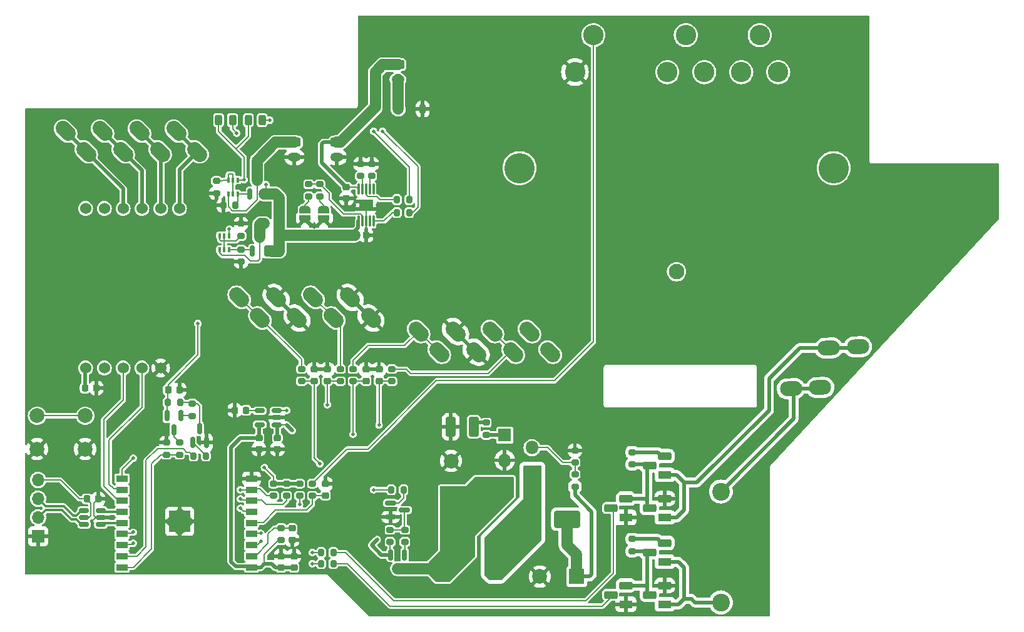
<source format=gbr>
%TF.GenerationSoftware,KiCad,Pcbnew,8.0.6-8.0.6-0~ubuntu22.04.1*%
%TF.CreationDate,2024-11-01T17:47:29+01:00*%
%TF.ProjectId,wandfernsprecher,77616e64-6665-4726-9e73-707265636865,0.1.0*%
%TF.SameCoordinates,Original*%
%TF.FileFunction,Copper,L1,Top*%
%TF.FilePolarity,Positive*%
%FSLAX46Y46*%
G04 Gerber Fmt 4.6, Leading zero omitted, Abs format (unit mm)*
G04 Created by KiCad (PCBNEW 8.0.6-8.0.6-0~ubuntu22.04.1) date 2024-11-01 17:47:29*
%MOMM*%
%LPD*%
G01*
G04 APERTURE LIST*
G04 Aperture macros list*
%AMRoundRect*
0 Rectangle with rounded corners*
0 $1 Rounding radius*
0 $2 $3 $4 $5 $6 $7 $8 $9 X,Y pos of 4 corners*
0 Add a 4 corners polygon primitive as box body*
4,1,4,$2,$3,$4,$5,$6,$7,$8,$9,$2,$3,0*
0 Add four circle primitives for the rounded corners*
1,1,$1+$1,$2,$3*
1,1,$1+$1,$4,$5*
1,1,$1+$1,$6,$7*
1,1,$1+$1,$8,$9*
0 Add four rect primitives between the rounded corners*
20,1,$1+$1,$2,$3,$4,$5,0*
20,1,$1+$1,$4,$5,$6,$7,0*
20,1,$1+$1,$6,$7,$8,$9,0*
20,1,$1+$1,$8,$9,$2,$3,0*%
%AMHorizOval*
0 Thick line with rounded ends*
0 $1 width*
0 $2 $3 position (X,Y) of the first rounded end (center of the circle)*
0 $4 $5 position (X,Y) of the second rounded end (center of the circle)*
0 Add line between two ends*
20,1,$1,$2,$3,$4,$5,0*
0 Add two circle primitives to create the rounded ends*
1,1,$1,$2,$3*
1,1,$1,$4,$5*%
%AMFreePoly0*
4,1,19,0.500000,-0.750000,0.000000,-0.750000,0.000000,-0.744911,-0.071157,-0.744911,-0.207708,-0.704816,-0.327430,-0.627875,-0.420627,-0.520320,-0.479746,-0.390866,-0.500000,-0.250000,-0.500000,0.250000,-0.479746,0.390866,-0.420627,0.520320,-0.327430,0.627875,-0.207708,0.704816,-0.071157,0.744911,0.000000,0.744911,0.000000,0.750000,0.500000,0.750000,0.500000,-0.750000,0.500000,-0.750000,
$1*%
%AMFreePoly1*
4,1,19,0.000000,0.744911,0.071157,0.744911,0.207708,0.704816,0.327430,0.627875,0.420627,0.520320,0.479746,0.390866,0.500000,0.250000,0.500000,-0.250000,0.479746,-0.390866,0.420627,-0.520320,0.327430,-0.627875,0.207708,-0.704816,0.071157,-0.744911,0.000000,-0.744911,0.000000,-0.750000,-0.500000,-0.750000,-0.500000,0.750000,0.000000,0.750000,0.000000,0.744911,0.000000,0.744911,
$1*%
G04 Aperture macros list end*
%TA.AperFunction,SMDPad,CuDef*%
%ADD10RoundRect,0.200000X0.275000X-0.200000X0.275000X0.200000X-0.275000X0.200000X-0.275000X-0.200000X0*%
%TD*%
%TA.AperFunction,SMDPad,CuDef*%
%ADD11RoundRect,0.200000X0.200000X0.275000X-0.200000X0.275000X-0.200000X-0.275000X0.200000X-0.275000X0*%
%TD*%
%TA.AperFunction,SMDPad,CuDef*%
%ADD12RoundRect,0.250000X0.412500X1.100000X-0.412500X1.100000X-0.412500X-1.100000X0.412500X-1.100000X0*%
%TD*%
%TA.AperFunction,SMDPad,CuDef*%
%ADD13RoundRect,0.225000X-0.250000X0.225000X-0.250000X-0.225000X0.250000X-0.225000X0.250000X0.225000X0*%
%TD*%
%TA.AperFunction,SMDPad,CuDef*%
%ADD14RoundRect,0.200000X-0.275000X0.200000X-0.275000X-0.200000X0.275000X-0.200000X0.275000X0.200000X0*%
%TD*%
%TA.AperFunction,ComponentPad*%
%ADD15RoundRect,0.250000X-0.625000X0.350000X-0.625000X-0.350000X0.625000X-0.350000X0.625000X0.350000X0*%
%TD*%
%TA.AperFunction,ComponentPad*%
%ADD16O,1.750000X1.200000*%
%TD*%
%TA.AperFunction,SMDPad,CuDef*%
%ADD17FreePoly0,90.000000*%
%TD*%
%TA.AperFunction,SMDPad,CuDef*%
%ADD18FreePoly1,90.000000*%
%TD*%
%TA.AperFunction,SMDPad,CuDef*%
%ADD19RoundRect,0.075000X0.075000X-0.650000X0.075000X0.650000X-0.075000X0.650000X-0.075000X-0.650000X0*%
%TD*%
%TA.AperFunction,HeatsinkPad*%
%ADD20C,0.600000*%
%TD*%
%TA.AperFunction,HeatsinkPad*%
%ADD21R,1.880000X1.570000*%
%TD*%
%TA.AperFunction,ComponentPad*%
%ADD22R,1.800000X1.100000*%
%TD*%
%TA.AperFunction,ComponentPad*%
%ADD23RoundRect,0.275000X0.625000X-0.275000X0.625000X0.275000X-0.625000X0.275000X-0.625000X-0.275000X0*%
%TD*%
%TA.AperFunction,SMDPad,CuDef*%
%ADD24R,1.500000X0.900000*%
%TD*%
%TA.AperFunction,SMDPad,CuDef*%
%ADD25R,2.900000X2.900000*%
%TD*%
%TA.AperFunction,SMDPad,CuDef*%
%ADD26RoundRect,0.100000X0.100000X-0.225000X0.100000X0.225000X-0.100000X0.225000X-0.100000X-0.225000X0*%
%TD*%
%TA.AperFunction,SMDPad,CuDef*%
%ADD27RoundRect,0.225000X0.225000X0.250000X-0.225000X0.250000X-0.225000X-0.250000X0.225000X-0.250000X0*%
%TD*%
%TA.AperFunction,ComponentPad*%
%ADD28R,2.000000X2.000000*%
%TD*%
%TA.AperFunction,ComponentPad*%
%ADD29C,2.000000*%
%TD*%
%TA.AperFunction,SMDPad,CuDef*%
%ADD30RoundRect,0.225000X-0.225000X-0.375000X0.225000X-0.375000X0.225000X0.375000X-0.225000X0.375000X0*%
%TD*%
%TA.AperFunction,SMDPad,CuDef*%
%ADD31RoundRect,0.150000X0.512500X0.150000X-0.512500X0.150000X-0.512500X-0.150000X0.512500X-0.150000X0*%
%TD*%
%TA.AperFunction,SMDPad,CuDef*%
%ADD32RoundRect,0.225000X0.250000X-0.225000X0.250000X0.225000X-0.250000X0.225000X-0.250000X-0.225000X0*%
%TD*%
%TA.AperFunction,SMDPad,CuDef*%
%ADD33RoundRect,0.150000X0.150000X-0.587500X0.150000X0.587500X-0.150000X0.587500X-0.150000X-0.587500X0*%
%TD*%
%TA.AperFunction,SMDPad,CuDef*%
%ADD34RoundRect,0.200000X-0.200000X-0.275000X0.200000X-0.275000X0.200000X0.275000X-0.200000X0.275000X0*%
%TD*%
%TA.AperFunction,ComponentPad*%
%ADD35C,1.524000*%
%TD*%
%TA.AperFunction,SMDPad,CuDef*%
%ADD36RoundRect,0.243750X0.243750X0.456250X-0.243750X0.456250X-0.243750X-0.456250X0.243750X-0.456250X0*%
%TD*%
%TA.AperFunction,SMDPad,CuDef*%
%ADD37RoundRect,0.225000X-0.225000X-0.250000X0.225000X-0.250000X0.225000X0.250000X-0.225000X0.250000X0*%
%TD*%
%TA.AperFunction,ComponentPad*%
%ADD38HorizOval,2.000000X-0.353553X0.353553X0.353553X-0.353553X0*%
%TD*%
%TA.AperFunction,SMDPad,CuDef*%
%ADD39RoundRect,0.150000X-0.150000X0.587500X-0.150000X-0.587500X0.150000X-0.587500X0.150000X0.587500X0*%
%TD*%
%TA.AperFunction,ComponentPad*%
%ADD40C,2.400000*%
%TD*%
%TA.AperFunction,ComponentPad*%
%ADD41R,1.800000X1.800000*%
%TD*%
%TA.AperFunction,ComponentPad*%
%ADD42O,1.800000X1.800000*%
%TD*%
%TA.AperFunction,SMDPad,CuDef*%
%ADD43RoundRect,0.150000X-0.587500X-0.150000X0.587500X-0.150000X0.587500X0.150000X-0.587500X0.150000X0*%
%TD*%
%TA.AperFunction,SMDPad,CuDef*%
%ADD44RoundRect,0.250000X1.500000X0.900000X-1.500000X0.900000X-1.500000X-0.900000X1.500000X-0.900000X0*%
%TD*%
%TA.AperFunction,WasherPad*%
%ADD45C,4.100000*%
%TD*%
%TA.AperFunction,WasherPad*%
%ADD46C,2.100000*%
%TD*%
%TA.AperFunction,ComponentPad*%
%ADD47C,2.750000*%
%TD*%
%TA.AperFunction,ComponentPad*%
%ADD48R,1.700000X1.700000*%
%TD*%
%TA.AperFunction,ComponentPad*%
%ADD49O,1.700000X1.700000*%
%TD*%
%TA.AperFunction,ComponentPad*%
%ADD50HorizOval,2.000000X0.499631X0.019194X-0.499631X-0.019194X0*%
%TD*%
%TA.AperFunction,ViaPad*%
%ADD51C,0.508000*%
%TD*%
%TA.AperFunction,Conductor*%
%ADD52C,0.200000*%
%TD*%
%TA.AperFunction,Conductor*%
%ADD53C,1.500000*%
%TD*%
%TA.AperFunction,Conductor*%
%ADD54C,0.500000*%
%TD*%
%TA.AperFunction,Conductor*%
%ADD55C,0.320000*%
%TD*%
G04 APERTURE END LIST*
D10*
%TO.P,R30,1*%
%TO.N,/Power Supply/ISET2*%
X97250000Y-90075000D03*
%TO.P,R30,2*%
%TO.N,GND*%
X97250000Y-88425000D03*
%TD*%
%TO.P,R2,1*%
%TO.N,nsa*%
X93000000Y-117825000D03*
%TO.P,R2,2*%
%TO.N,/NS-nsa*%
X93000000Y-116175000D03*
%TD*%
D11*
%TO.P,R22,1*%
%TO.N,Net-(Q11-D)*%
X71325000Y-120687500D03*
%TO.P,R22,2*%
%TO.N,+BATT*%
X69675000Y-120687500D03*
%TD*%
D12*
%TO.P,C13,1*%
%TO.N,/Bells/HV_{C}'*%
X111062500Y-124000000D03*
%TO.P,C13,2*%
%TO.N,GND*%
X107937500Y-124000000D03*
%TD*%
D10*
%TO.P,R24,1*%
%TO.N,Net-(Q9A-B1)*%
X79581250Y-98150000D03*
%TO.P,R24,2*%
%TO.N,GND*%
X79581250Y-96500000D03*
%TD*%
D13*
%TO.P,C8,1*%
%TO.N,+3.3V*%
X82000000Y-125475000D03*
%TO.P,C8,2*%
%TO.N,GND*%
X82000000Y-127025000D03*
%TD*%
D14*
%TO.P,R19,1*%
%TO.N,/~{RESET}*%
X85000000Y-137675000D03*
%TO.P,R19,2*%
%TO.N,+3.3V*%
X85000000Y-139325000D03*
%TD*%
D15*
%TO.P,BT1,1,+*%
%TO.N,+BATT*%
X92550000Y-85500000D03*
D16*
%TO.P,BT1,2,-*%
%TO.N,GND*%
X92550000Y-87500000D03*
%TD*%
D17*
%TO.P,JP2,1,A*%
%TO.N,GND*%
X88250000Y-95900000D03*
D18*
%TO.P,JP2,2,B*%
%TO.N,/Power Supply/ISET''*%
X88250000Y-94600000D03*
%TD*%
D14*
%TO.P,R5,1*%
%TO.N,+3.3V*%
X84000000Y-131675000D03*
%TO.P,R5,2*%
%TO.N,/IO9*%
X84000000Y-133325000D03*
%TD*%
D11*
%TO.P,R23,1*%
%TO.N,Net-(Q11-G)*%
X74825000Y-127937500D03*
%TO.P,R23,2*%
%TO.N,/ADC_EN*%
X73175000Y-127937500D03*
%TD*%
D19*
%TO.P,U3,1,IN*%
%TO.N,/Power Supply/Vin'*%
X95500000Y-96150000D03*
%TO.P,U3,2,ISET*%
%TO.N,/Power Supply/ISET*%
X96000000Y-96150000D03*
%TO.P,U3,3,VSS*%
%TO.N,GND*%
X96500000Y-96150000D03*
%TO.P,U3,4,PRETERM*%
%TO.N,unconnected-(U3-PRETERM-Pad4)*%
X97000000Y-96150000D03*
%TO.P,U3,5,~{PG}*%
%TO.N,/Power Supply/BQ-~{PG}*%
X97500000Y-96150000D03*
%TO.P,U3,6,NC*%
%TO.N,unconnected-(U3-NC-Pad6)*%
X97500000Y-91850000D03*
%TO.P,U3,7,ISET2*%
%TO.N,/Power Supply/ISET2*%
X97000000Y-91850000D03*
%TO.P,U3,8,~{CHG}*%
%TO.N,/Power Supply/BQ-~{CHG}*%
X96500000Y-91850000D03*
%TO.P,U3,9,TS*%
%TO.N,/Power Supply/TS*%
X96000000Y-91850000D03*
%TO.P,U3,10,OUT*%
%TO.N,+BATT*%
X95500000Y-91850000D03*
D20*
%TO.P,U3,11,VSS*%
%TO.N,GND*%
X95860000Y-94485000D03*
X97140000Y-94485000D03*
D21*
X96500000Y-94000000D03*
D20*
X95860000Y-93515000D03*
X97140000Y-93515000D03*
%TD*%
D22*
%TO.P,Q5,1,E*%
%TO.N,Net-(Q4-E)*%
X136900000Y-136250000D03*
D23*
%TO.P,Q5,2,B*%
%TO.N,Net-(Q2-C)*%
X134830000Y-134980000D03*
%TO.P,Q5,3,C*%
%TO.N,GND*%
X136900000Y-133710000D03*
%TD*%
D24*
%TO.P,U2,1,3V3*%
%TO.N,+3.3V*%
X81000000Y-143000000D03*
%TO.P,U2,2,EN/CHIP_PU*%
%TO.N,/~{RESET}*%
X81000000Y-141500000D03*
%TO.P,U2,3,GPIO4/ADC1_CH4*%
%TO.N,BELL_B*%
X81000000Y-140000000D03*
%TO.P,U2,4,GPIO5/ADC2_CH0*%
%TO.N,BELL_A*%
X81000000Y-138500000D03*
%TO.P,U2,5,GPIO6*%
%TO.N,GS*%
X81000000Y-137000000D03*
%TO.P,U2,6,GPIO7*%
%TO.N,nsi*%
X81000000Y-135500000D03*
%TO.P,U2,7,GPIO8*%
%TO.N,ES2*%
X81000000Y-134000000D03*
%TO.P,U2,8,GPIO9*%
%TO.N,/IO9*%
X81000000Y-132500000D03*
%TO.P,U2,9,GND*%
%TO.N,GND*%
X81000000Y-131000000D03*
%TO.P,U2,10,GPIO10*%
%TO.N,nsa*%
X63500000Y-131000000D03*
%TO.P,U2,11,GPIO20/U0RXD*%
%TO.N,SIM_TX*%
X63500000Y-132500000D03*
%TO.P,U2,12,GPIO21/U0TXD*%
%TO.N,SIM_RX*%
X63500000Y-134000000D03*
%TO.P,U2,13,GPIO18/USB_D-*%
%TO.N,USB_D-*%
X63500000Y-135500000D03*
%TO.P,U2,14,GPIO19/USB_D+*%
%TO.N,USB_D+*%
X63500000Y-137000000D03*
%TO.P,U2,15,GPIO3/ADC1_CH3*%
%TO.N,HV_EN*%
X63500000Y-138500000D03*
%TO.P,U2,16,GPIO2/ADC1_CH2*%
%TO.N,ES1*%
X63500000Y-140000000D03*
%TO.P,U2,17,GPIO1/ADC1_CH1/XTAL_32K_N*%
%TO.N,/ADC_EN*%
X63500000Y-141500000D03*
%TO.P,U2,18,GPIO0/ADC1_CH0/XTAL_32K_P*%
%TO.N,/ADC*%
X63500000Y-143000000D03*
D20*
%TO.P,U2,19,GND*%
%TO.N,GND*%
X72390000Y-137350000D03*
X72390000Y-136250000D03*
X71840000Y-137900000D03*
X71840000Y-136800000D03*
X71840000Y-135700000D03*
X71290000Y-137350000D03*
D25*
X71290000Y-136800000D03*
D20*
X71290000Y-136250000D03*
X70740000Y-137900000D03*
X70740000Y-136800000D03*
X70740000Y-135700000D03*
X70190000Y-137350000D03*
X70190000Y-136250000D03*
%TD*%
D26*
%TO.P,Q9,1,E1*%
%TO.N,VBUS*%
X76681250Y-100025000D03*
%TO.P,Q9,2,B1*%
%TO.N,Net-(Q9A-B1)*%
X77331250Y-100025000D03*
%TO.P,Q9,3,C2*%
%TO.N,Net-(Q12-G)*%
X77981250Y-100025000D03*
%TO.P,Q9,4,E2*%
%TO.N,/Power Supply/Vin'*%
X77981250Y-98125000D03*
%TO.P,Q9,5,B2*%
%TO.N,Net-(Q9A-B1)*%
X77331250Y-98125000D03*
%TO.P,Q9,6,C1*%
X76681250Y-98125000D03*
%TD*%
D14*
%TO.P,R10,1*%
%TO.N,/Bells/~{HV_EN}*%
X101750000Y-137925000D03*
%TO.P,R10,2*%
%TO.N,Net-(Q8-G)*%
X101750000Y-139575000D03*
%TD*%
D27*
%TO.P,C9,1*%
%TO.N,Net-(U8-NR)*%
X80275000Y-121750000D03*
%TO.P,C9,2*%
%TO.N,GND*%
X78725000Y-121750000D03*
%TD*%
D14*
%TO.P,R27,1*%
%TO.N,Net-(Q13A-B1)*%
X76250000Y-90725000D03*
%TO.P,R27,2*%
%TO.N,GND*%
X76250000Y-92375000D03*
%TD*%
D28*
%TO.P,C14,1*%
%TO.N,+48V*%
X125000000Y-144250000D03*
D29*
%TO.P,C14,2*%
%TO.N,GND*%
X120000000Y-144250000D03*
%TD*%
D30*
%TO.P,D4,1,K*%
%TO.N,+4V*%
X100850000Y-81000000D03*
%TO.P,D4,2,A*%
%TO.N,GND*%
X104150000Y-81000000D03*
%TD*%
D31*
%TO.P,U8,1,IN*%
%TO.N,+4V*%
X84387500Y-123700000D03*
%TO.P,U8,2,GND*%
%TO.N,GND*%
X84387500Y-122750000D03*
%TO.P,U8,3,EN*%
%TO.N,+4V*%
X84387500Y-121800000D03*
%TO.P,U8,4,NR*%
%TO.N,Net-(U8-NR)*%
X82112500Y-121800000D03*
%TO.P,U8,5,OUT*%
%TO.N,+3.3V*%
X82112500Y-123700000D03*
%TD*%
D14*
%TO.P,R18,1*%
%TO.N,GND*%
X124750000Y-127175000D03*
%TO.P,R18,2*%
%TO.N,/Bells/HV-FB*%
X124750000Y-128825000D03*
%TD*%
D32*
%TO.P,C3,1*%
%TO.N,ES1*%
X98250000Y-117775000D03*
%TO.P,C3,2*%
%TO.N,GND*%
X98250000Y-116225000D03*
%TD*%
%TO.P,C4,1*%
%TO.N,ES2*%
X96500000Y-117775000D03*
%TO.P,C4,2*%
%TO.N,GND*%
X96500000Y-116225000D03*
%TD*%
D14*
%TO.P,R6,1*%
%TO.N,+3.3V*%
X85750000Y-131675000D03*
%TO.P,R6,2*%
%TO.N,ES2*%
X85750000Y-133325000D03*
%TD*%
D13*
%TO.P,C5,1*%
%TO.N,GND*%
X85000000Y-141475000D03*
%TO.P,C5,2*%
%TO.N,+3.3V*%
X85000000Y-143025000D03*
%TD*%
D14*
%TO.P,R25,1*%
%TO.N,Net-(Q12-G)*%
X79581250Y-100000000D03*
%TO.P,R25,2*%
%TO.N,GND*%
X79581250Y-101650000D03*
%TD*%
D33*
%TO.P,Q11,1,G*%
%TO.N,Net-(Q11-G)*%
X73050000Y-126125000D03*
%TO.P,Q11,2,S*%
%TO.N,GND*%
X74950000Y-126125000D03*
%TO.P,Q11,3,D*%
%TO.N,Net-(Q11-D)*%
X74000000Y-124250000D03*
%TD*%
D14*
%TO.P,R9,1*%
%TO.N,/Bells/~{HV_EN}*%
X99750000Y-137925000D03*
%TO.P,R9,2*%
%TO.N,+4V*%
X99750000Y-139575000D03*
%TD*%
D34*
%TO.P,R32,1*%
%TO.N,/Power Supply/BQ-~{PG}*%
X100675000Y-95000000D03*
%TO.P,R32,2*%
%TO.N,Net-(D2-K)*%
X102325000Y-95000000D03*
%TD*%
D29*
%TO.P,SW4,1,A*%
%TO.N,GND*%
X58500000Y-127000000D03*
X52000000Y-127000000D03*
%TO.P,SW4,2,B*%
%TO.N,/IO9*%
X58500000Y-122500000D03*
X52000000Y-122500000D03*
%TD*%
D35*
%TO.P,U1,1,VCC*%
%TO.N,+4V*%
X58555000Y-116045000D03*
%TO.P,U1,2,RST*%
%TO.N,unconnected-(U1-RST-Pad2)*%
X61095000Y-116045000D03*
%TO.P,U1,3,RXD*%
%TO.N,SIM_RX*%
X63635000Y-116045000D03*
%TO.P,U1,4,TXD*%
%TO.N,SIM_TX*%
X66175000Y-116045000D03*
%TO.P,U1,5,GND*%
%TO.N,GND*%
X68715000Y-116045000D03*
%TO.P,U1,6,SPK-*%
%TO.N,/S-*%
X71255000Y-94455000D03*
%TO.P,U1,7,SPK+*%
%TO.N,/S+*%
X68715000Y-94455000D03*
%TO.P,U1,8,MIC-*%
%TO.N,/M-*%
X66175000Y-94455000D03*
%TO.P,U1,9,MIC+*%
%TO.N,/M+*%
X63635000Y-94455000D03*
%TO.P,U1,10,DTR*%
%TO.N,unconnected-(U1-DTR-Pad10)*%
X61095000Y-94455000D03*
%TO.P,U1,11,RING*%
%TO.N,unconnected-(U1-RING-Pad11)*%
X58555000Y-94455000D03*
%TD*%
D36*
%TO.P,D2,1,K*%
%TO.N,Net-(D2-K)*%
X78437500Y-82500000D03*
%TO.P,D2,2,A*%
%TO.N,/Power Supply/Vin'*%
X76562500Y-82500000D03*
%TD*%
D10*
%TO.P,R4,1*%
%TO.N,ES2*%
X94750000Y-117825000D03*
%TO.P,R4,2*%
%TO.N,Net-(ES1-A)*%
X94750000Y-116175000D03*
%TD*%
D14*
%TO.P,R17,1*%
%TO.N,/Bells/HV-FB*%
X124750000Y-130425000D03*
%TO.P,R17,2*%
%TO.N,+48V*%
X124750000Y-132075000D03*
%TD*%
%TO.P,R7,1*%
%TO.N,+3.3V*%
X87500000Y-131675000D03*
%TO.P,R7,2*%
%TO.N,ES1*%
X87500000Y-133325000D03*
%TD*%
D32*
%TO.P,C2,1*%
%TO.N,nsi*%
X89500000Y-117775000D03*
%TO.P,C2,2*%
%TO.N,GND*%
X89500000Y-116225000D03*
%TD*%
D14*
%TO.P,R13,1*%
%TO.N,+48V*%
X132500000Y-127425000D03*
%TO.P,R13,2*%
%TO.N,Net-(Q2-C)*%
X132500000Y-129075000D03*
%TD*%
%TO.P,R16,1*%
%TO.N,/Bells/HV_{C}'*%
X112750000Y-123425000D03*
%TO.P,R16,2*%
%TO.N,/Bells/HV-C*%
X112750000Y-125075000D03*
%TD*%
D34*
%TO.P,R8,1*%
%TO.N,HV_EN*%
X99925000Y-132500000D03*
%TO.P,R8,2*%
%TO.N,Net-(Q1-G)*%
X101575000Y-132500000D03*
%TD*%
D11*
%TO.P,R11,1*%
%TO.N,Net-(Q2-B)*%
X92075000Y-141000000D03*
%TO.P,R11,2*%
%TO.N,BELL_A*%
X90425000Y-141000000D03*
%TD*%
D13*
%TO.P,C7,1*%
%TO.N,+BATT*%
X93840000Y-91550000D03*
%TO.P,C7,2*%
%TO.N,GND*%
X93840000Y-93100000D03*
%TD*%
D33*
%TO.P,Q12,1,G*%
%TO.N,Net-(Q12-G)*%
X81131250Y-100212500D03*
%TO.P,Q12,2,S*%
%TO.N,/Power Supply/Vin'*%
X83031250Y-100212500D03*
%TO.P,Q12,3,D*%
%TO.N,VBUS*%
X82081250Y-98337500D03*
%TD*%
D37*
%TO.P,C17,1*%
%TO.N,VBUS*%
X58725000Y-133750000D03*
%TO.P,C17,2*%
%TO.N,GND*%
X60275000Y-133750000D03*
%TD*%
D38*
%TO.P,ES1,1,A*%
%TO.N,Net-(ES1-A)*%
X103600000Y-111100000D03*
X106400000Y-113900000D03*
%TO.P,ES1,2,B*%
%TO.N,GND*%
X108600000Y-111100000D03*
X111400000Y-113900000D03*
%TO.P,ES1,3,C*%
%TO.N,Net-(ES1-C)*%
X113600000Y-111100000D03*
X116400000Y-113900000D03*
%TO.P,ES1,4,NC*%
%TO.N,unconnected-(ES1-NC-Pad4)_1*%
X118600000Y-111100000D03*
%TO.N,unconnected-(ES1-NC-Pad4)*%
X121400000Y-113900000D03*
%TD*%
D22*
%TO.P,Q6,1,E*%
%TO.N,Net-(Q6-E)*%
X136900000Y-142250000D03*
D23*
%TO.P,Q6,2,B*%
%TO.N,Net-(Q3-C)*%
X134830000Y-140980000D03*
%TO.P,Q6,3,C*%
%TO.N,+48V*%
X136900000Y-139710000D03*
%TD*%
D11*
%TO.P,R34,1*%
%TO.N,Net-(Q13B-C2)*%
X78825000Y-94050000D03*
%TO.P,R34,2*%
%TO.N,GND*%
X77175000Y-94050000D03*
%TD*%
D33*
%TO.P,Q14,1,G*%
%TO.N,Net-(Q13B-C2)*%
X80800000Y-92487500D03*
%TO.P,Q14,2,S*%
%TO.N,/Power Supply/Vin'*%
X82700000Y-92487500D03*
%TO.P,Q14,3,D*%
%TO.N,Net-(J2-Pin_1)*%
X81750000Y-90612500D03*
%TD*%
D11*
%TO.P,R12,1*%
%TO.N,Net-(Q3-B)*%
X92075000Y-142500000D03*
%TO.P,R12,2*%
%TO.N,BELL_B*%
X90425000Y-142500000D03*
%TD*%
D17*
%TO.P,JP1,1,A*%
%TO.N,GND*%
X90750000Y-95900000D03*
D18*
%TO.P,JP1,2,B*%
%TO.N,/Power Supply/ISET'*%
X90750000Y-94600000D03*
%TD*%
D39*
%TO.P,Q8,1,G*%
%TO.N,Net-(Q8-G)*%
X101700000Y-141312500D03*
%TO.P,Q8,2,S*%
%TO.N,+4V*%
X99800000Y-141312500D03*
%TO.P,Q8,3,D*%
%TO.N,/Bells/HV-IN*%
X100750000Y-143187500D03*
%TD*%
D15*
%TO.P,SW3,1,A*%
%TO.N,+BATT*%
X100799999Y-75000000D03*
D16*
%TO.P,SW3,2,B*%
%TO.N,+4V*%
X100799999Y-77000000D03*
%TD*%
D38*
%TO.P,J1,1,SPK+*%
%TO.N,/M+*%
X55850000Y-83975000D03*
X58650000Y-86775000D03*
%TO.P,J1,2,SPK-*%
%TO.N,/M-*%
X60850000Y-83975000D03*
X63650000Y-86775000D03*
%TO.P,J1,3,MIC+*%
%TO.N,/S+*%
X65850000Y-83975000D03*
X68650000Y-86775000D03*
%TO.P,J1,4,MIC-*%
%TO.N,/S-*%
X70850000Y-83975000D03*
X73650000Y-86775000D03*
%TD*%
D22*
%TO.P,Q7,1,E*%
%TO.N,Net-(Q6-E)*%
X136900000Y-148000000D03*
D23*
%TO.P,Q7,2,B*%
%TO.N,Net-(Q3-C)*%
X134830000Y-146730000D03*
%TO.P,Q7,3,C*%
%TO.N,GND*%
X136900000Y-145460000D03*
%TD*%
D40*
%TO.P,C15,1*%
%TO.N,Net-(Q6-E)*%
X144500000Y-147750000D03*
%TO.P,C15,2*%
%TO.N,Net-(C15-Pad2)*%
X144500000Y-132750000D03*
%TD*%
D13*
%TO.P,C10,1*%
%TO.N,+4V*%
X84500000Y-125475000D03*
%TO.P,C10,2*%
%TO.N,GND*%
X84500000Y-127025000D03*
%TD*%
D37*
%TO.P,C11,1*%
%TO.N,+4V*%
X58475000Y-118750000D03*
%TO.P,C11,2*%
%TO.N,GND*%
X60025000Y-118750000D03*
%TD*%
D31*
%TO.P,U5,1,I/O1*%
%TO.N,USB_D+*%
X60637500Y-137200000D03*
%TO.P,U5,2,GND*%
%TO.N,GND*%
X60637500Y-136250000D03*
%TO.P,U5,3,I/O2*%
%TO.N,USB_D-*%
X60637500Y-135300000D03*
%TO.P,U5,4,I/O2*%
%TO.N,/plug.D-*%
X58362500Y-135300000D03*
%TO.P,U5,5,VBUS*%
%TO.N,VBUS*%
X58362500Y-136250000D03*
%TO.P,U5,6,I/O1*%
%TO.N,/plug.D+*%
X58362500Y-137200000D03*
%TD*%
D38*
%TO.P,NS1,1,N1*%
%TO.N,/NS-nsi*%
X79350000Y-106475000D03*
X82150000Y-109275000D03*
%TO.P,NS1,2,N2*%
%TO.N,GND*%
X84350000Y-106475000D03*
X87150000Y-109275000D03*
%TO.P,NS1,3,E1*%
%TO.N,/NS-nsa*%
X89350000Y-106475000D03*
X92150000Y-109275000D03*
%TO.P,NS1,4,E2*%
%TO.N,GND*%
X94350000Y-106475000D03*
X97150000Y-109275000D03*
%TD*%
D32*
%TO.P,C20,1*%
%TO.N,GND*%
X86500000Y-139275000D03*
%TO.P,C20,2*%
%TO.N,/~{RESET}*%
X86500000Y-137725000D03*
%TD*%
D14*
%TO.P,R21,1*%
%TO.N,GND*%
X69500000Y-126112500D03*
%TO.P,R21,2*%
%TO.N,/ADC*%
X69500000Y-127762500D03*
%TD*%
D41*
%TO.P,U4,1,V_{C}*%
%TO.N,/Bells/HV-C*%
X115250000Y-125117677D03*
D42*
%TO.P,U4,2,FB*%
%TO.N,/Bells/HV-FB*%
X118950000Y-126817677D03*
%TO.P,U4,3,GND*%
%TO.N,GND*%
X115250000Y-128517677D03*
%TO.P,U4,4,V_{SW}*%
%TO.N,Net-(D1-A)*%
X118950000Y-130217677D03*
%TO.P,U4,5,V_{IN}*%
%TO.N,/Bells/HV-IN*%
X115250000Y-131917677D03*
%TD*%
D13*
%TO.P,C19,1*%
%TO.N,GND*%
X86750000Y-141475000D03*
%TO.P,C19,2*%
%TO.N,+3.3V*%
X86750000Y-143025000D03*
%TD*%
D37*
%TO.P,C6,1*%
%TO.N,/Power Supply/Vin'*%
X94975000Y-98075000D03*
%TO.P,C6,2*%
%TO.N,GND*%
X96525000Y-98075000D03*
%TD*%
D32*
%TO.P,C16,1*%
%TO.N,GS*%
X91000000Y-133275000D03*
%TO.P,C16,2*%
%TO.N,GND*%
X91000000Y-131725000D03*
%TD*%
D10*
%TO.P,R31,1*%
%TO.N,/Power Supply/TS*%
X95750000Y-90075000D03*
%TO.P,R31,2*%
%TO.N,GND*%
X95750000Y-88425000D03*
%TD*%
D43*
%TO.P,Q1,1,G*%
%TO.N,Net-(Q1-G)*%
X99812500Y-134300000D03*
%TO.P,Q1,2,S*%
%TO.N,GND*%
X99812500Y-136200000D03*
%TO.P,Q1,3,D*%
%TO.N,/Bells/~{HV_EN}*%
X101687500Y-135250000D03*
%TD*%
D10*
%TO.P,R20,1*%
%TO.N,/ADC*%
X71250000Y-127762500D03*
%TO.P,R20,2*%
%TO.N,Net-(Q10-D)*%
X71250000Y-126112500D03*
%TD*%
%TO.P,R3,1*%
%TO.N,ES1*%
X100000000Y-117825000D03*
%TO.P,R3,2*%
%TO.N,Net-(ES1-C)*%
X100000000Y-116175000D03*
%TD*%
%TO.P,R1,1*%
%TO.N,nsi*%
X87750000Y-117825000D03*
%TO.P,R1,2*%
%TO.N,/NS-nsi*%
X87750000Y-116175000D03*
%TD*%
%TO.P,R26,1*%
%TO.N,Net-(Q10-G)*%
X73000000Y-122512500D03*
%TO.P,R26,2*%
%TO.N,Net-(Q11-D)*%
X73000000Y-120862500D03*
%TD*%
D14*
%TO.P,R14,1*%
%TO.N,+48V*%
X132500000Y-139175000D03*
%TO.P,R14,2*%
%TO.N,Net-(Q3-C)*%
X132500000Y-140825000D03*
%TD*%
D36*
%TO.P,D3,1,K*%
%TO.N,Net-(D3-K)*%
X82437500Y-82500000D03*
%TO.P,D3,2,A*%
%TO.N,/Power Supply/Vin'*%
X80562500Y-82500000D03*
%TD*%
D22*
%TO.P,Q4,1,E*%
%TO.N,Net-(Q4-E)*%
X136900000Y-130500000D03*
D23*
%TO.P,Q4,2,B*%
%TO.N,Net-(Q2-C)*%
X134830000Y-129230000D03*
%TO.P,Q4,3,C*%
%TO.N,+48V*%
X136900000Y-127960000D03*
%TD*%
D39*
%TO.P,Q10,1,G*%
%TO.N,Net-(Q10-G)*%
X71450000Y-122500000D03*
%TO.P,Q10,2,S*%
%TO.N,+BATT*%
X69550000Y-122500000D03*
%TO.P,Q10,3,D*%
%TO.N,Net-(Q10-D)*%
X70500000Y-124375000D03*
%TD*%
D22*
%TO.P,Q2,1,E*%
%TO.N,GND*%
X131650000Y-136250000D03*
D23*
%TO.P,Q2,2,B*%
%TO.N,Net-(Q2-B)*%
X129580000Y-134980000D03*
%TO.P,Q2,3,C*%
%TO.N,Net-(Q2-C)*%
X131650000Y-133710000D03*
%TD*%
D22*
%TO.P,Q3,1,E*%
%TO.N,GND*%
X131650000Y-148000000D03*
D23*
%TO.P,Q3,2,B*%
%TO.N,Net-(Q3-B)*%
X129580000Y-146730000D03*
%TO.P,Q3,3,C*%
%TO.N,Net-(Q3-C)*%
X131650000Y-145460000D03*
%TD*%
D44*
%TO.P,D1,1,K*%
%TO.N,+48V*%
X123700000Y-136500000D03*
%TO.P,D1,2,A*%
%TO.N,Net-(D1-A)*%
X118300000Y-136500000D03*
%TD*%
D34*
%TO.P,R33,1*%
%TO.N,/Power Supply/BQ-~{CHG}*%
X100675000Y-93250000D03*
%TO.P,R33,2*%
%TO.N,Net-(D3-K)*%
X102325000Y-93250000D03*
%TD*%
D10*
%TO.P,R15,1*%
%TO.N,GS*%
X89250000Y-133325000D03*
%TO.P,R15,2*%
%TO.N,Net-(GS1-S1c)*%
X89250000Y-131675000D03*
%TD*%
D28*
%TO.P,C12,1*%
%TO.N,/Bells/HV-IN*%
X108000000Y-133617677D03*
D29*
%TO.P,C12,2*%
%TO.N,GND*%
X108000000Y-128617677D03*
%TD*%
D26*
%TO.P,Q13,1,E1*%
%TO.N,Net-(J2-Pin_1)*%
X77850000Y-92500000D03*
%TO.P,Q13,2,B1*%
%TO.N,Net-(Q13A-B1)*%
X78500000Y-92500000D03*
%TO.P,Q13,3,C2*%
%TO.N,Net-(Q13B-C2)*%
X79150000Y-92500000D03*
%TO.P,Q13,4,E2*%
%TO.N,/Power Supply/Vin'*%
X79150000Y-90600000D03*
%TO.P,Q13,5,B2*%
%TO.N,Net-(Q13A-B1)*%
X78500000Y-90600000D03*
%TO.P,Q13,6,C1*%
X77850000Y-90600000D03*
%TD*%
D27*
%TO.P,C18,1*%
%TO.N,GND*%
X71275000Y-119000000D03*
%TO.P,C18,2*%
%TO.N,+BATT*%
X69725000Y-119000000D03*
%TD*%
D45*
%TO.P,GS1,*%
%TO.N,*%
X117250000Y-89000000D03*
D46*
X138500000Y-103000000D03*
D45*
X159750000Y-89000000D03*
D47*
%TO.P,GS1,1,S1l*%
%TO.N,GND*%
X124750000Y-76000000D03*
%TO.P,GS1,2,S1c*%
%TO.N,Net-(GS1-S1c)*%
X127250000Y-71000000D03*
%TO.P,GS1,3,S2l*%
%TO.N,unconnected-(GS1-S2l-Pad3)*%
X137250000Y-76000000D03*
%TO.P,GS1,4,S2c*%
%TO.N,unconnected-(GS1-S2c-Pad4)*%
X139750000Y-71000000D03*
%TO.P,GS1,5,S2r*%
%TO.N,unconnected-(GS1-S2r-Pad5)*%
X142250000Y-76000000D03*
%TO.P,GS1,6,S3l*%
%TO.N,unconnected-(GS1-S3l-Pad6)*%
X147250000Y-76000000D03*
%TO.P,GS1,7,S3c*%
%TO.N,unconnected-(GS1-S3c-Pad7)*%
X149750000Y-71000000D03*
%TO.P,GS1,8,S3r*%
%TO.N,unconnected-(GS1-S3r-Pad8)*%
X152250000Y-76000000D03*
%TD*%
D14*
%TO.P,R28,1*%
%TO.N,/Power Supply/ISET*%
X90250000Y-91175000D03*
%TO.P,R28,2*%
%TO.N,/Power Supply/ISET'*%
X90250000Y-92825000D03*
%TD*%
%TO.P,R29,1*%
%TO.N,/Power Supply/ISET*%
X88750000Y-91175000D03*
%TO.P,R29,2*%
%TO.N,/Power Supply/ISET''*%
X88750000Y-92825000D03*
%TD*%
D40*
%TO.P,L2,1,1*%
%TO.N,/Bells/HV-IN*%
X107000000Y-143000000D03*
%TO.P,L2,2,2*%
%TO.N,Net-(D1-A)*%
X114000000Y-143000000D03*
%TD*%
D32*
%TO.P,C1,1*%
%TO.N,nsa*%
X91250000Y-117775000D03*
%TO.P,C1,2*%
%TO.N,GND*%
X91250000Y-116225000D03*
%TD*%
D48*
%TO.P,J3,1,Pin_1*%
%TO.N,GND*%
X52137500Y-138800000D03*
D49*
%TO.P,J3,2,Pin_2*%
%TO.N,/plug.D+*%
X52137500Y-136260000D03*
%TO.P,J3,3,Pin_3*%
%TO.N,/plug.D-*%
X52137500Y-133720000D03*
%TO.P,J3,4,Pin_4*%
%TO.N,VBUS*%
X52137500Y-131180000D03*
%TD*%
D15*
%TO.P,J2,1,Pin_1*%
%TO.N,Net-(J2-Pin_1)*%
X86800000Y-85500000D03*
D16*
%TO.P,J2,2,Pin_2*%
%TO.N,GND*%
X86800000Y-87500000D03*
%TD*%
D50*
%TO.P,L1,1,1*%
%TO.N,Net-(Q4-E)*%
X163026345Y-113172509D03*
X159069465Y-113324517D03*
%TO.P,L1,2,2*%
%TO.N,Net-(C15-Pad2)*%
X157930535Y-118675483D03*
X153973655Y-118827491D03*
%TD*%
D51*
%TO.N,+BATT*%
X73750000Y-110000000D03*
%TO.N,GND*%
X61250000Y-118750000D03*
X83750000Y-141500000D03*
X73250000Y-143500000D03*
X146000000Y-69000000D03*
X82500000Y-131000000D03*
X92250000Y-131750000D03*
X142250000Y-149000000D03*
X90750000Y-143500000D03*
X150750000Y-141750000D03*
X60000000Y-117250000D03*
X102250000Y-79500000D03*
X96000000Y-69000000D03*
X65750000Y-81750000D03*
X73000000Y-110000000D03*
X98250000Y-149250000D03*
X50750000Y-143500000D03*
X106500000Y-124000000D03*
X50750000Y-129000000D03*
X60500000Y-138500000D03*
X116750000Y-149250000D03*
X105500000Y-81000000D03*
X91250000Y-114500000D03*
X86250000Y-92250000D03*
X75750000Y-94000000D03*
X50750000Y-81250000D03*
X99250000Y-77000000D03*
X58250000Y-81750000D03*
X160500000Y-118750000D03*
X70750000Y-143500000D03*
X100750000Y-149250000D03*
X58250000Y-143500000D03*
X83250000Y-95250000D03*
X57250000Y-116000000D03*
X68250000Y-143500000D03*
X164000000Y-79250000D03*
X50750000Y-141000000D03*
X60750000Y-143500000D03*
X91750000Y-103000000D03*
X180500000Y-97000000D03*
X150750000Y-149250000D03*
X50750000Y-105500000D03*
X88250000Y-143500000D03*
X85750000Y-136500000D03*
X61500000Y-134250000D03*
X75000000Y-123937500D03*
X98250000Y-136250000D03*
X79500000Y-102750000D03*
X53250000Y-143500000D03*
X73250000Y-81750000D03*
X86750000Y-140500000D03*
X156000000Y-69000000D03*
X55750000Y-143500000D03*
X124750000Y-126000000D03*
X92750000Y-144750000D03*
X66000000Y-138750000D03*
X60250000Y-132500000D03*
X102250000Y-78250000D03*
X79250000Y-131000000D03*
X164000000Y-89000000D03*
X65750000Y-143500000D03*
X102250000Y-77000000D03*
X83250000Y-143500000D03*
X123000000Y-127250000D03*
X50750000Y-90500000D03*
X96250000Y-148250000D03*
X106000000Y-69000000D03*
X50750000Y-113000000D03*
X83250000Y-127000000D03*
X78250000Y-143500000D03*
X129250000Y-149250000D03*
X68500000Y-131500000D03*
X50750000Y-98000000D03*
X94000000Y-96250000D03*
X150750000Y-129250000D03*
X136000000Y-69000000D03*
X170500000Y-107750000D03*
X80750000Y-95500000D03*
X99250000Y-78250000D03*
X50750000Y-120500000D03*
X79250000Y-141750000D03*
X72500000Y-119000000D03*
X150750000Y-134250000D03*
X60000000Y-115000000D03*
X94500000Y-146500000D03*
X86000000Y-122750000D03*
X69250000Y-124687500D03*
X155250000Y-124250000D03*
X116000000Y-69000000D03*
X181500000Y-89000000D03*
X126000000Y-69000000D03*
X99250000Y-79500000D03*
X98000000Y-98250000D03*
X96500000Y-87250000D03*
X175500000Y-102250000D03*
X75750000Y-143500000D03*
X164000000Y-69000000D03*
X81000000Y-129500000D03*
X96500000Y-114500000D03*
X105750000Y-149250000D03*
X109500000Y-124000000D03*
X82000000Y-95250000D03*
X108000000Y-121750000D03*
X93750000Y-94250000D03*
X63250000Y-122500000D03*
X165500000Y-113250000D03*
X89500000Y-97000000D03*
%TO.N,ES2*%
X94750000Y-125000000D03*
X79500000Y-133750000D03*
%TO.N,ES1*%
X65000000Y-139750000D03*
X87500000Y-134500000D03*
X98250000Y-123750000D03*
%TO.N,nsi*%
X79500000Y-135000000D03*
X90250000Y-129000000D03*
%TO.N,nsa*%
X91250000Y-121000000D03*
X65000000Y-128250000D03*
%TO.N,+3.3V*%
X78250000Y-130250000D03*
X82750000Y-129500000D03*
%TO.N,+4V*%
X85750000Y-123750000D03*
X97250000Y-140000000D03*
X86500000Y-124500000D03*
X98000000Y-139250000D03*
X85750000Y-121750000D03*
%TO.N,VBUS*%
X82750000Y-96500000D03*
X82000000Y-96500000D03*
%TO.N,HV_EN*%
X97500000Y-132500000D03*
X65000000Y-138250000D03*
%TO.N,BELL_A*%
X82250000Y-138400000D03*
X89250000Y-141000000D03*
%TO.N,BELL_B*%
X82250000Y-139500000D03*
X89250000Y-142500000D03*
%TO.N,/IO9*%
X79500000Y-132500000D03*
%TO.N,Net-(D2-K)*%
X79000000Y-84250000D03*
X98750000Y-84000000D03*
%TO.N,Net-(D3-K)*%
X97500000Y-84000000D03*
X83500000Y-82500000D03*
%TO.N,/Power Supply/Vin'*%
X83000000Y-91250000D03*
X78000000Y-97250000D03*
X80000000Y-90550000D03*
%TD*%
D52*
%TO.N,+BATT*%
X69675000Y-119050000D02*
X69725000Y-119000000D01*
X93840000Y-91550000D02*
X95200000Y-91550000D01*
D53*
X97750000Y-80750000D02*
X97750000Y-76000000D01*
D54*
X92550000Y-85500000D02*
X90750000Y-85500000D01*
D52*
X69550000Y-122500000D02*
X69550000Y-120812500D01*
D53*
X92550000Y-85500000D02*
X93000000Y-85500000D01*
D52*
X69550000Y-120812500D02*
X69675000Y-120687500D01*
D54*
X90750000Y-85500000D02*
X90500000Y-85750000D01*
D53*
X93000000Y-85500000D02*
X97750000Y-80750000D01*
X97750000Y-76000000D02*
X98750000Y-75000000D01*
D52*
X73750000Y-114250000D02*
X69725000Y-118275000D01*
X73750000Y-110000000D02*
X73750000Y-114250000D01*
X69675000Y-120687500D02*
X69675000Y-119050000D01*
D54*
X93800000Y-91550000D02*
X93840000Y-91550000D01*
D53*
X98750000Y-75000000D02*
X100799999Y-75000000D01*
D52*
X95200000Y-91550000D02*
X95500000Y-91850000D01*
D54*
X90500000Y-88250000D02*
X93800000Y-91550000D01*
X90500000Y-85750000D02*
X90500000Y-88250000D01*
D52*
X69725000Y-118275000D02*
X69725000Y-119000000D01*
%TO.N,GND*%
X81000000Y-130900000D02*
X81000000Y-129500000D01*
X96500000Y-116225000D02*
X98250000Y-116225000D01*
X96500000Y-96150000D02*
X96500000Y-98050000D01*
X83500000Y-127025000D02*
X82250000Y-127025000D01*
X60500000Y-138500000D02*
X59750000Y-138500000D01*
X60637500Y-136250000D02*
X59975001Y-136250000D01*
X59722600Y-135997599D02*
X59722600Y-134302400D01*
X83250000Y-127000000D02*
X83250000Y-122750000D01*
X86750000Y-140500000D02*
X86750000Y-141475000D01*
X85000000Y-141475000D02*
X83775000Y-141475000D01*
X59722600Y-134302400D02*
X60275000Y-133750000D01*
X59975001Y-136250000D02*
X59500000Y-136725001D01*
X59750000Y-138500000D02*
X59500000Y-138250000D01*
X97825000Y-98075000D02*
X98000000Y-98250000D01*
X83250000Y-122750000D02*
X84387500Y-122750000D01*
X59500000Y-136725001D02*
X59500000Y-138250000D01*
X83775000Y-141475000D02*
X83750000Y-141500000D01*
X96500000Y-96150000D02*
X96500000Y-94000000D01*
X96525000Y-98075000D02*
X97825000Y-98075000D01*
X96500000Y-98050000D02*
X96525000Y-98075000D01*
X59975001Y-136250000D02*
X59722600Y-135997599D01*
X84387500Y-122750000D02*
X86000000Y-122750000D01*
X84500000Y-127025000D02*
X83500000Y-127025000D01*
D54*
%TO.N,/S+*%
X68399049Y-86649049D02*
X68715000Y-86965000D01*
X68715000Y-86965000D02*
X68715000Y-94455000D01*
X66100951Y-84225951D02*
X68399049Y-86524049D01*
X68399049Y-86524049D02*
X68399049Y-86649049D01*
%TO.N,/M-*%
X63399049Y-86524049D02*
X66175000Y-89300000D01*
X61100951Y-84225951D02*
X63399049Y-86524049D01*
X66175000Y-89300000D02*
X66175000Y-94455000D01*
%TO.N,/M+*%
X58399049Y-86524049D02*
X63635000Y-91760000D01*
X56100951Y-84225951D02*
X58399049Y-86524049D01*
X63635000Y-91760000D02*
X63635000Y-94455000D01*
%TO.N,/S-*%
X71100951Y-84225951D02*
X73650000Y-86775000D01*
X71255000Y-89170000D02*
X71255000Y-94455000D01*
X73650000Y-86775000D02*
X71255000Y-89170000D01*
D52*
%TO.N,/NS-nsi*%
X79600951Y-106725951D02*
X81899049Y-109024049D01*
X87750000Y-114875000D02*
X87750000Y-116175000D01*
X81899049Y-109024049D02*
X87750000Y-114875000D01*
%TO.N,/NS-nsa*%
X93000000Y-110125000D02*
X91899049Y-109024049D01*
X91899049Y-109024049D02*
X89600951Y-106725951D01*
X93000000Y-116175000D02*
X93000000Y-110125000D01*
%TO.N,GS*%
X88500000Y-135250000D02*
X89250000Y-134500000D01*
X89250000Y-133325000D02*
X90950000Y-133325000D01*
X84250000Y-135250000D02*
X88500000Y-135250000D01*
X89250000Y-134500000D02*
X89250000Y-133325000D01*
X90950000Y-133325000D02*
X91000000Y-133275000D01*
X82600000Y-136900000D02*
X84250000Y-135250000D01*
X81000000Y-136900000D02*
X82600000Y-136900000D01*
%TO.N,ES2*%
X83000000Y-134500000D02*
X82400000Y-133900000D01*
X94750000Y-125000000D02*
X94750000Y-117825000D01*
X79650000Y-133900000D02*
X79500000Y-133750000D01*
X94800000Y-117775000D02*
X94750000Y-117825000D01*
X85250000Y-134500000D02*
X83000000Y-134500000D01*
X81000000Y-133900000D02*
X79650000Y-133900000D01*
X85750000Y-133325000D02*
X85750000Y-134000000D01*
X82400000Y-133900000D02*
X81000000Y-133900000D01*
X85750000Y-134000000D02*
X85250000Y-134500000D01*
X96500000Y-117775000D02*
X94800000Y-117775000D01*
%TO.N,ES1*%
X63500000Y-139900000D02*
X64850000Y-139900000D01*
X100000000Y-117825000D02*
X98300000Y-117825000D01*
X98250000Y-123750000D02*
X98250000Y-117775000D01*
X64850000Y-139900000D02*
X65000000Y-139750000D01*
X87500000Y-134500000D02*
X87500000Y-133325000D01*
X98300000Y-117825000D02*
X98250000Y-117775000D01*
%TO.N,SIM_RX*%
X63500000Y-133900000D02*
X62900000Y-133900000D01*
X62900000Y-133900000D02*
X61000000Y-132000000D01*
X61000000Y-123000000D02*
X63635000Y-120365000D01*
X63635000Y-120365000D02*
X63635000Y-116045000D01*
X61000000Y-132000000D02*
X61000000Y-123000000D01*
%TO.N,SIM_TX*%
X66175000Y-121325000D02*
X66175000Y-116045000D01*
X63500000Y-132400000D02*
X62400000Y-132400000D01*
X62400000Y-132400000D02*
X61750000Y-131750000D01*
X61750000Y-131750000D02*
X61750000Y-125750000D01*
X61750000Y-125750000D02*
X66175000Y-121325000D01*
D53*
%TO.N,/Bells/HV-IN*%
X106812500Y-143187500D02*
X107000000Y-143000000D01*
X100750000Y-143187500D02*
X106812500Y-143187500D01*
D54*
%TO.N,+48V*%
X127000000Y-144000000D02*
X126750000Y-144250000D01*
X124750000Y-133250000D02*
X127000000Y-135500000D01*
X135965000Y-127425000D02*
X136500000Y-127960000D01*
D53*
X123700000Y-139950000D02*
X123700000Y-136500000D01*
X125000000Y-144250000D02*
X125000000Y-141250000D01*
D54*
X132500000Y-127425000D02*
X135965000Y-127425000D01*
X124750000Y-132075000D02*
X124750000Y-133250000D01*
X126750000Y-144250000D02*
X125000000Y-144250000D01*
D53*
X125000000Y-141250000D02*
X123700000Y-139950000D01*
D54*
X127000000Y-135500000D02*
X127000000Y-144000000D01*
X132500000Y-139175000D02*
X135965000Y-139175000D01*
X135965000Y-139175000D02*
X136500000Y-139710000D01*
D52*
%TO.N,nsi*%
X89450000Y-117825000D02*
X89500000Y-117775000D01*
X89500000Y-128250000D02*
X89500000Y-117775000D01*
X81000000Y-135400000D02*
X79900000Y-135400000D01*
X90250000Y-129000000D02*
X89500000Y-128250000D01*
X87750000Y-117825000D02*
X89450000Y-117825000D01*
X79900000Y-135400000D02*
X79500000Y-135000000D01*
%TO.N,nsa*%
X91300000Y-117825000D02*
X91250000Y-117775000D01*
X63500000Y-129750000D02*
X63500000Y-130900000D01*
X91250000Y-121000000D02*
X91250000Y-117775000D01*
X65000000Y-128250000D02*
X63500000Y-129750000D01*
X93000000Y-117825000D02*
X91300000Y-117825000D01*
D54*
%TO.N,+3.3V*%
X82750000Y-142500000D02*
X82250000Y-143000000D01*
X78900000Y-142900000D02*
X81000000Y-142900000D01*
D52*
X82750000Y-141250000D02*
X82750000Y-142500000D01*
D54*
X83750000Y-142500000D02*
X82750000Y-142500000D01*
X82250000Y-143000000D02*
X81000000Y-143000000D01*
X82000000Y-123812500D02*
X82112500Y-123700000D01*
X82000000Y-125475000D02*
X82000000Y-123812500D01*
X79525000Y-125475000D02*
X78250000Y-126750000D01*
X78250000Y-126750000D02*
X78250000Y-130250000D01*
X84000000Y-131675000D02*
X85750000Y-131675000D01*
X85000000Y-143025000D02*
X86750000Y-143025000D01*
X85000000Y-143025000D02*
X84275000Y-143025000D01*
X78250000Y-142250000D02*
X78900000Y-142900000D01*
X85750000Y-131675000D02*
X87500000Y-131675000D01*
D52*
X84000000Y-131675000D02*
X84000000Y-130750000D01*
X85000000Y-139325000D02*
X84675000Y-139325000D01*
X84000000Y-130750000D02*
X82750000Y-129500000D01*
D54*
X82000000Y-125475000D02*
X79525000Y-125475000D01*
X78250000Y-130250000D02*
X78250000Y-142250000D01*
X84275000Y-143025000D02*
X83750000Y-142500000D01*
D52*
X84675000Y-139325000D02*
X82750000Y-141250000D01*
D54*
%TO.N,/Bells/HV_{C}'*%
X111637500Y-123425000D02*
X111062500Y-124000000D01*
X112750000Y-123425000D02*
X111637500Y-123425000D01*
D52*
%TO.N,+4V*%
X99750000Y-141262500D02*
X99800000Y-141312500D01*
X99750000Y-139575000D02*
X99750000Y-141262500D01*
X85750000Y-121750000D02*
X84437500Y-121750000D01*
D53*
X100799999Y-80949999D02*
X100850000Y-81000000D01*
D54*
X58475000Y-118750000D02*
X58475000Y-116125000D01*
X99800000Y-141312500D02*
X98562500Y-141312500D01*
X58475000Y-116125000D02*
X58555000Y-116045000D01*
X85750000Y-123750000D02*
X86500000Y-124500000D01*
X97250000Y-140000000D02*
X98000000Y-139250000D01*
D52*
X85700000Y-123700000D02*
X85750000Y-123750000D01*
D54*
X98562500Y-141312500D02*
X97250000Y-140000000D01*
X84500000Y-125475000D02*
X84500000Y-123812500D01*
X84500000Y-123812500D02*
X84387500Y-123700000D01*
D52*
X84437500Y-121750000D02*
X84387500Y-121800000D01*
D53*
X100799999Y-77000000D02*
X100799999Y-80949999D01*
D52*
X84387500Y-123700000D02*
X85700000Y-123700000D01*
%TO.N,VBUS*%
X80081250Y-100825000D02*
X77081250Y-100825000D01*
X59277400Y-134302400D02*
X58725000Y-133750000D01*
X55180000Y-131180000D02*
X52137500Y-131180000D01*
X81831250Y-101575000D02*
X80831250Y-101575000D01*
X57750000Y-133750000D02*
X55180000Y-131180000D01*
X59027400Y-136250000D02*
X59277400Y-136000000D01*
X82081250Y-98337500D02*
X82081250Y-101325000D01*
X58725000Y-133750000D02*
X57750000Y-133750000D01*
X59277400Y-136000000D02*
X59277400Y-134302400D01*
X80831250Y-101575000D02*
X80081250Y-100825000D01*
D53*
X82081250Y-98337500D02*
X82081250Y-96668750D01*
D52*
X76681250Y-100425000D02*
X76681250Y-100025000D01*
X77081250Y-100825000D02*
X76681250Y-100425000D01*
X82081250Y-101325000D02*
X81831250Y-101575000D01*
D53*
X82250000Y-96500000D02*
X82750000Y-96500000D01*
X82081250Y-96668750D02*
X82250000Y-96500000D01*
D52*
X58362500Y-136250000D02*
X59027400Y-136250000D01*
%TO.N,Net-(U8-NR)*%
X82112500Y-121800000D02*
X80325000Y-121800000D01*
X80325000Y-121800000D02*
X80275000Y-121750000D01*
%TO.N,/Bells/~{HV_EN}*%
X101687500Y-137862500D02*
X101750000Y-137925000D01*
X101687500Y-135250000D02*
X101687500Y-137862500D01*
X101750000Y-137925000D02*
X99750000Y-137925000D01*
%TO.N,Net-(Q1-G)*%
X100950000Y-134300000D02*
X99812500Y-134300000D01*
X101575000Y-132500000D02*
X101575000Y-133675000D01*
X101575000Y-133675000D02*
X100950000Y-134300000D01*
%TO.N,Net-(Q3-B)*%
X94000000Y-142500000D02*
X99750000Y-148250000D01*
X92075000Y-142500000D02*
X94000000Y-142500000D01*
X128460000Y-148250000D02*
X129980000Y-146730000D01*
X99750000Y-148250000D02*
X128460000Y-148250000D01*
%TO.N,HV_EN*%
X97500000Y-132500000D02*
X99925000Y-132500000D01*
X63500000Y-138400000D02*
X64850000Y-138400000D01*
X64850000Y-138400000D02*
X65000000Y-138250000D01*
%TO.N,Net-(Q2-B)*%
X92075000Y-141000000D02*
X93750000Y-141000000D01*
X129980000Y-143770000D02*
X129980000Y-134980000D01*
X100250000Y-147500000D02*
X126250000Y-147500000D01*
X93750000Y-141000000D02*
X100250000Y-147500000D01*
X126250000Y-147500000D02*
X129980000Y-143770000D01*
D54*
%TO.N,/Bells/HV-C*%
X112792677Y-125117677D02*
X112750000Y-125075000D01*
X115250000Y-125117677D02*
X112792677Y-125117677D01*
D52*
%TO.N,BELL_A*%
X89250000Y-141000000D02*
X90425000Y-141000000D01*
X82250000Y-138400000D02*
X81000000Y-138400000D01*
%TO.N,/Bells/HV-FB*%
X124750000Y-128825000D02*
X123075000Y-128825000D01*
X124750000Y-130425000D02*
X124750000Y-128825000D01*
X121067677Y-126817677D02*
X118950000Y-126817677D01*
X123075000Y-128825000D02*
X121067677Y-126817677D01*
%TO.N,Net-(Q8-G)*%
X101750000Y-141262500D02*
X101700000Y-141312500D01*
X101750000Y-139575000D02*
X101750000Y-141262500D01*
%TO.N,Net-(Q10-G)*%
X71450000Y-122500000D02*
X72987500Y-122500000D01*
X72987500Y-122500000D02*
X73000000Y-122512500D01*
%TO.N,Net-(Q10-D)*%
X70500000Y-124375000D02*
X70500000Y-125362500D01*
X70500000Y-125362500D02*
X71250000Y-126112500D01*
%TO.N,Net-(Q11-G)*%
X73050000Y-126125000D02*
X74825000Y-127900000D01*
X74825000Y-127900000D02*
X74825000Y-127937500D01*
%TO.N,Net-(Q11-D)*%
X74000000Y-121187500D02*
X74000000Y-124250000D01*
X72825000Y-120687500D02*
X73000000Y-120862500D01*
X73675000Y-120862500D02*
X74000000Y-121187500D01*
X71325000Y-120687500D02*
X72825000Y-120687500D01*
X73000000Y-120862500D02*
X73675000Y-120862500D01*
%TO.N,BELL_B*%
X81850000Y-139900000D02*
X81000000Y-139900000D01*
X82250000Y-139500000D02*
X81850000Y-139900000D01*
X89250000Y-142500000D02*
X90425000Y-142500000D01*
%TO.N,/~{RESET}*%
X84075000Y-137675000D02*
X86450000Y-137675000D01*
X83250000Y-139750000D02*
X83250000Y-138500000D01*
X83250000Y-138500000D02*
X84075000Y-137675000D01*
X81000000Y-141400000D02*
X81600000Y-141400000D01*
X86450000Y-137675000D02*
X86500000Y-137725000D01*
X81600000Y-141400000D02*
X83250000Y-139750000D01*
%TO.N,/ADC*%
X69500000Y-127762500D02*
X71250000Y-127762500D01*
X65000000Y-143000000D02*
X67500000Y-140500000D01*
X67500000Y-129000000D02*
X68737500Y-127762500D01*
X68737500Y-127762500D02*
X69500000Y-127762500D01*
X63500000Y-143000000D02*
X65000000Y-143000000D01*
X67500000Y-140500000D02*
X67500000Y-129000000D01*
%TO.N,/ADC_EN*%
X71750000Y-126937500D02*
X72250000Y-127437500D01*
X66750000Y-128500000D02*
X68312500Y-126937500D01*
X68312500Y-126937500D02*
X71750000Y-126937500D01*
X72250000Y-127437500D02*
X72675000Y-127437500D01*
X72675000Y-127437500D02*
X73175000Y-127937500D01*
X65500000Y-141500000D02*
X66750000Y-140250000D01*
X66750000Y-140250000D02*
X66750000Y-128500000D01*
X63500000Y-141500000D02*
X65500000Y-141500000D01*
D55*
%TO.N,USB_D-*%
X60837500Y-135500000D02*
X60637500Y-135300000D01*
X63500000Y-135500000D02*
X60837500Y-135500000D01*
%TO.N,USB_D+*%
X60837500Y-137000000D02*
X60637500Y-137200000D01*
X63500000Y-137000000D02*
X60837500Y-137000000D01*
D52*
%TO.N,/IO9*%
X83075000Y-133325000D02*
X82150000Y-132400000D01*
X52000000Y-122500000D02*
X58500000Y-122500000D01*
X82150000Y-132400000D02*
X81000000Y-132400000D01*
X80900000Y-132500000D02*
X81000000Y-132400000D01*
X79500000Y-132500000D02*
X80900000Y-132500000D01*
X84000000Y-133325000D02*
X83075000Y-133325000D01*
%TO.N,/Power Supply/BQ-~{PG}*%
X98900000Y-96150000D02*
X100050000Y-95000000D01*
X100050000Y-95000000D02*
X100675000Y-95000000D01*
X97500000Y-96150000D02*
X98900000Y-96150000D01*
%TO.N,/Power Supply/BQ-~{CHG}*%
X98345200Y-93250000D02*
X100675000Y-93250000D01*
X96500000Y-91850000D02*
X96500000Y-92574999D01*
X96752401Y-92827400D02*
X97922600Y-92827400D01*
X97922600Y-92827400D02*
X98345200Y-93250000D01*
X96500000Y-92574999D02*
X96752401Y-92827400D01*
%TO.N,/Power Supply/ISET'*%
X90250000Y-92825000D02*
X90250000Y-93500000D01*
X90750000Y-94000000D02*
X90750000Y-94600000D01*
X90250000Y-93500000D02*
X90750000Y-94000000D01*
%TO.N,/Power Supply/ISET''*%
X88750000Y-93500000D02*
X88250000Y-94000000D01*
X88250000Y-94000000D02*
X88250000Y-94600000D01*
X88750000Y-92825000D02*
X88750000Y-93500000D01*
%TO.N,/Power Supply/ISET*%
X96000000Y-96150000D02*
X96000000Y-95425001D01*
X93422600Y-95172600D02*
X91500000Y-93250000D01*
X96000000Y-95425001D02*
X95747599Y-95172600D01*
X90252400Y-91172600D02*
X90250000Y-91175000D01*
X95747599Y-95172600D02*
X93422600Y-95172600D01*
X90250000Y-91175000D02*
X88750000Y-91175000D01*
X91500000Y-92425000D02*
X90250000Y-91175000D01*
X91500000Y-93250000D02*
X91500000Y-92425000D01*
%TO.N,/Power Supply/ISET2*%
X97000000Y-90325000D02*
X97250000Y-90075000D01*
X97000000Y-91850000D02*
X97000000Y-90325000D01*
%TO.N,/Power Supply/TS*%
X96000000Y-91850000D02*
X96000000Y-90325000D01*
X96000000Y-90325000D02*
X95750000Y-90075000D01*
D54*
%TO.N,Net-(Q4-E)*%
X141250000Y-131500000D02*
X151000000Y-121750000D01*
X139500000Y-131500000D02*
X141250000Y-131500000D01*
X162546947Y-113310894D02*
X162671708Y-113186133D01*
X138500000Y-130500000D02*
X136500000Y-130500000D01*
X138500000Y-136250000D02*
X139500000Y-135250000D01*
X151000000Y-121750000D02*
X151000000Y-117500000D01*
X155189106Y-113310894D02*
X159424102Y-113310894D01*
X139500000Y-135250000D02*
X139500000Y-131500000D01*
X139500000Y-131500000D02*
X138500000Y-130500000D01*
X151000000Y-117500000D02*
X155189106Y-113310894D01*
X159424102Y-113310894D02*
X162546947Y-113310894D01*
X136500000Y-136250000D02*
X138500000Y-136250000D01*
%TO.N,Net-(C15-Pad2)*%
X157451137Y-118813867D02*
X157575898Y-118689106D01*
X154328292Y-122921708D02*
X144500000Y-132750000D01*
X154328292Y-118813867D02*
X157451137Y-118813867D01*
X154328292Y-118813867D02*
X154328292Y-122921708D01*
%TO.N,Net-(Q6-E)*%
X139500000Y-147250000D02*
X140500000Y-147250000D01*
X139500000Y-147250000D02*
X139500000Y-143000000D01*
X140500000Y-147250000D02*
X141000000Y-147750000D01*
X139500000Y-143000000D02*
X138750000Y-142250000D01*
X138750000Y-142250000D02*
X136500000Y-142250000D01*
X141000000Y-147750000D02*
X144500000Y-147750000D01*
X136500000Y-148000000D02*
X138750000Y-148000000D01*
X138750000Y-148000000D02*
X139500000Y-147250000D01*
%TO.N,Net-(Q2-C)*%
X135210000Y-135000000D02*
X134500000Y-135000000D01*
X135230000Y-134980000D02*
X135210000Y-135000000D01*
X134500000Y-134000000D02*
X134210000Y-133710000D01*
X135210000Y-129250000D02*
X134500000Y-129250000D01*
X132500000Y-129075000D02*
X135075000Y-129075000D01*
X134500000Y-129250000D02*
X134500000Y-134000000D01*
X135075000Y-129075000D02*
X135230000Y-129230000D01*
X134210000Y-133710000D02*
X131250000Y-133710000D01*
X135230000Y-129230000D02*
X135210000Y-129250000D01*
X134500000Y-135000000D02*
X134500000Y-134000000D01*
%TO.N,Net-(Q3-C)*%
X135230000Y-140980000D02*
X134520000Y-140980000D01*
X135230000Y-146730000D02*
X134520000Y-146730000D01*
X134460000Y-145460000D02*
X131250000Y-145460000D01*
X135075000Y-140825000D02*
X135230000Y-140980000D01*
X134500000Y-145500000D02*
X134460000Y-145460000D01*
X134500000Y-146750000D02*
X134500000Y-145750000D01*
X132500000Y-140825000D02*
X135075000Y-140825000D01*
X134500000Y-141000000D02*
X134520000Y-140980000D01*
X134520000Y-146730000D02*
X134500000Y-146750000D01*
X134500000Y-141000000D02*
X134500000Y-145750000D01*
D55*
%TO.N,/plug.D+*%
X57654310Y-136862400D02*
X57387600Y-136595690D01*
X53171299Y-135226201D02*
X52137500Y-136260000D01*
X57387600Y-136587600D02*
X57286200Y-136486200D01*
X56652162Y-136486200D02*
X55392163Y-135226201D01*
X55392163Y-135226201D02*
X53171299Y-135226201D01*
X57286200Y-136486200D02*
X56652162Y-136486200D01*
X57662400Y-136862400D02*
X57654310Y-136862400D01*
X57387600Y-136595690D02*
X57387600Y-136587600D01*
X58362500Y-137200000D02*
X58000000Y-137200000D01*
X58000000Y-137200000D02*
X57662400Y-136862400D01*
%TO.N,/plug.D-*%
X53171299Y-134753799D02*
X52137500Y-133720000D01*
X56847838Y-136013800D02*
X55587837Y-134753799D01*
X58362500Y-135300000D02*
X58000000Y-135300000D01*
X57387600Y-135904310D02*
X57387600Y-135912400D01*
X57286200Y-136013800D02*
X56847838Y-136013800D01*
X57387600Y-135912400D02*
X57286200Y-136013800D01*
X55587837Y-134753799D02*
X53171299Y-134753799D01*
X58000000Y-135300000D02*
X57662400Y-135637600D01*
X57662400Y-135637600D02*
X57654310Y-135637600D01*
X57654310Y-135637600D02*
X57387600Y-135904310D01*
D52*
%TO.N,Net-(D2-K)*%
X79000000Y-84250000D02*
X78437500Y-83687500D01*
X103500000Y-94250000D02*
X103500000Y-88750000D01*
X102325000Y-95000000D02*
X102750000Y-95000000D01*
X78437500Y-83687500D02*
X78437500Y-82500000D01*
X102750000Y-95000000D02*
X103500000Y-94250000D01*
X103500000Y-88750000D02*
X98750000Y-84000000D01*
%TO.N,Net-(D3-K)*%
X83500000Y-82500000D02*
X82437500Y-82500000D01*
X102325000Y-93250000D02*
X102325000Y-88825000D01*
X102325000Y-88825000D02*
X98000000Y-84500000D01*
X98000000Y-84500000D02*
X97500000Y-84000000D01*
D53*
%TO.N,/Power Supply/Vin'*%
X84750000Y-100250000D02*
X83825000Y-100250000D01*
D52*
X80000000Y-87500000D02*
X80000000Y-88250000D01*
D53*
X84750000Y-93000000D02*
X84250000Y-92500000D01*
D52*
X80562500Y-84687500D02*
X78875000Y-86375000D01*
D54*
X94975000Y-98075000D02*
X94975000Y-97525000D01*
X95000000Y-98100000D02*
X94975000Y-98075000D01*
D52*
X78875000Y-86375000D02*
X80000000Y-87500000D01*
D53*
X84250000Y-92500000D02*
X82752400Y-92500000D01*
D52*
X83000000Y-92187500D02*
X82700000Y-92487500D01*
D54*
X94975000Y-97525000D02*
X95447600Y-97052400D01*
D52*
X76562500Y-84062500D02*
X78875000Y-86375000D01*
D53*
X84825000Y-98075000D02*
X84750000Y-98000000D01*
X83825000Y-100250000D02*
X83787500Y-100212500D01*
D52*
X94900000Y-98000000D02*
X94975000Y-98075000D01*
D53*
X84750000Y-98000000D02*
X84750000Y-93000000D01*
D52*
X80562500Y-82500000D02*
X80562500Y-84687500D01*
D53*
X94975000Y-98075000D02*
X84825000Y-98075000D01*
X84750000Y-100250000D02*
X84750000Y-98000000D01*
D54*
X95447600Y-97052400D02*
X95447600Y-96150000D01*
D52*
X76562500Y-82500000D02*
X76562500Y-84062500D01*
X77981250Y-97225000D02*
X77981250Y-98125000D01*
X79950000Y-90600000D02*
X80000000Y-90550000D01*
X79150000Y-90600000D02*
X79950000Y-90600000D01*
X80000000Y-88250000D02*
X80000000Y-90550000D01*
D53*
X82752400Y-92500000D02*
X82752400Y-92487500D01*
D52*
X83000000Y-91250000D02*
X83000000Y-92187500D01*
D53*
X83500000Y-100212500D02*
X83787500Y-100212500D01*
%TO.N,Net-(J2-Pin_1)*%
X81750000Y-88000000D02*
X81750000Y-90612500D01*
D52*
X77850000Y-92500000D02*
X77850000Y-94195332D01*
D53*
X84250000Y-85500000D02*
X81750000Y-88000000D01*
D52*
X78432068Y-94777400D02*
X80222600Y-94777400D01*
D53*
X86800000Y-85500000D02*
X84250000Y-85500000D01*
D52*
X81750000Y-93250000D02*
X81750000Y-90612500D01*
X80222600Y-94777400D02*
X81750000Y-93250000D01*
X77850000Y-94195332D02*
X78432068Y-94777400D01*
%TO.N,Net-(Q12-G)*%
X80918750Y-100000000D02*
X81131250Y-100212500D01*
X79556250Y-100025000D02*
X79581250Y-100000000D01*
X77981250Y-100025000D02*
X79556250Y-100025000D01*
X79581250Y-100000000D02*
X80918750Y-100000000D01*
%TO.N,Net-(Q9A-B1)*%
X77331250Y-100025000D02*
X77331250Y-98825000D01*
X79581250Y-98150000D02*
X78906250Y-98825000D01*
X77331250Y-98825000D02*
X78906250Y-98825000D01*
X77331250Y-98125000D02*
X77331250Y-98825000D01*
X76681250Y-98125000D02*
X76681250Y-98675000D01*
X76681250Y-98675000D02*
X76831250Y-98825000D01*
X76831250Y-98825000D02*
X77331250Y-98825000D01*
%TO.N,Net-(Q13B-C2)*%
X79162500Y-92487500D02*
X79150000Y-92500000D01*
X80800000Y-92487500D02*
X79162500Y-92487500D01*
X79150000Y-93475000D02*
X79150000Y-92500000D01*
X78575000Y-94050000D02*
X79150000Y-93475000D01*
%TO.N,Net-(Q13A-B1)*%
X78500000Y-92500000D02*
X78500000Y-90600000D01*
X77075000Y-90725000D02*
X76250000Y-90725000D01*
X77850000Y-89800000D02*
X78500000Y-89800000D01*
X78500000Y-89800000D02*
X78500000Y-90600000D01*
X77850000Y-90600000D02*
X77850000Y-89800000D01*
X77200000Y-90600000D02*
X77075000Y-90725000D01*
X77850000Y-90600000D02*
X77200000Y-90600000D01*
%TO.N,Net-(ES1-A)*%
X106149049Y-113649049D02*
X103600000Y-111100000D01*
X103600000Y-111100000D02*
X101700000Y-113000000D01*
X101700000Y-113000000D02*
X96750000Y-113000000D01*
X96750000Y-113000000D02*
X94750000Y-115000000D01*
X94750000Y-115000000D02*
X94750000Y-116175000D01*
%TO.N,Net-(ES1-C)*%
X102500000Y-116750000D02*
X101925000Y-116175000D01*
X116149049Y-113649049D02*
X113048098Y-116750000D01*
X113048098Y-116750000D02*
X102500000Y-116750000D01*
X101925000Y-116175000D02*
X100000000Y-116175000D01*
X113850951Y-111350951D02*
X116149049Y-113649049D01*
%TO.N,Net-(GS1-S1c)*%
X96750000Y-127000000D02*
X106000000Y-117750000D01*
X106000000Y-117750000D02*
X122000000Y-117750000D01*
X127250000Y-112500000D02*
X127250000Y-71000000D01*
X122000000Y-117750000D02*
X127250000Y-112500000D01*
X93925000Y-127000000D02*
X96750000Y-127000000D01*
X89250000Y-131675000D02*
X93925000Y-127000000D01*
%TD*%
%TA.AperFunction,Conductor*%
%TO.N,/Bells/HV-IN*%
G36*
X116443039Y-130769685D02*
G01*
X116488794Y-130822489D01*
X116500000Y-130874000D01*
X116500000Y-133448638D01*
X116480315Y-133515677D01*
X116463681Y-133536319D01*
X111250000Y-138749999D01*
X111250000Y-141448638D01*
X111230315Y-141515677D01*
X111213681Y-141536319D01*
X107786319Y-144963681D01*
X107724996Y-144997166D01*
X107698638Y-145000000D01*
X106051362Y-145000000D01*
X105984323Y-144980315D01*
X105963681Y-144963681D01*
X105036319Y-144036319D01*
X105002834Y-143974996D01*
X105000000Y-143948638D01*
X105000000Y-142301362D01*
X105019685Y-142234323D01*
X105036319Y-142213681D01*
X105750000Y-141500000D01*
X106500000Y-140750000D01*
X106500000Y-132124000D01*
X106519685Y-132056961D01*
X106572489Y-132011206D01*
X106624000Y-132000000D01*
X110000000Y-132000000D01*
X111213681Y-130786319D01*
X111275004Y-130752834D01*
X111301362Y-130750000D01*
X116376000Y-130750000D01*
X116443039Y-130769685D01*
G37*
%TD.AperFunction*%
%TD*%
%TA.AperFunction,Conductor*%
%TO.N,Net-(D1-A)*%
G36*
X120193039Y-129269685D02*
G01*
X120238794Y-129322489D01*
X120250000Y-129374000D01*
X120250000Y-139198638D01*
X120230315Y-139265677D01*
X120213681Y-139286319D01*
X114786319Y-144713681D01*
X114724996Y-144747166D01*
X114698638Y-144750000D01*
X113301362Y-144750000D01*
X113234323Y-144730315D01*
X113213681Y-144713681D01*
X112536319Y-144036319D01*
X112502834Y-143974996D01*
X112500000Y-143948638D01*
X112500000Y-139051362D01*
X112519685Y-138984323D01*
X112536319Y-138963681D01*
X117750000Y-133750000D01*
X117750000Y-129374000D01*
X117769685Y-129306961D01*
X117822489Y-129261206D01*
X117874000Y-129250000D01*
X120126000Y-129250000D01*
X120193039Y-129269685D01*
G37*
%TD.AperFunction*%
%TD*%
%TA.AperFunction,Conductor*%
%TO.N,GND*%
G36*
X135522539Y-141970184D02*
G01*
X135568294Y-142022988D01*
X135579500Y-142074499D01*
X135579500Y-142833095D01*
X135595095Y-142931563D01*
X135607964Y-142956819D01*
X135655567Y-143050245D01*
X135655569Y-143050247D01*
X135655571Y-143050250D01*
X135749749Y-143144428D01*
X135749753Y-143144431D01*
X135749755Y-143144433D01*
X135868438Y-143204905D01*
X135868439Y-143204905D01*
X135868441Y-143204906D01*
X135966897Y-143220499D01*
X135966903Y-143220500D01*
X137833096Y-143220499D01*
X137931562Y-143204905D01*
X138050245Y-143144433D01*
X138144433Y-143050245D01*
X138176043Y-142988204D01*
X138224017Y-142937409D01*
X138286528Y-142920500D01*
X138420908Y-142920500D01*
X138487947Y-142940185D01*
X138508589Y-142956819D01*
X138793181Y-143241411D01*
X138826666Y-143302734D01*
X138829500Y-143329092D01*
X138829500Y-146920908D01*
X138809815Y-146987947D01*
X138793181Y-147008589D01*
X138508589Y-147293181D01*
X138447266Y-147326666D01*
X138420908Y-147329500D01*
X138286528Y-147329500D01*
X138219489Y-147309815D01*
X138176043Y-147261794D01*
X138168861Y-147247698D01*
X138144433Y-147199755D01*
X138144430Y-147199752D01*
X138144428Y-147199749D01*
X138050250Y-147105571D01*
X138050246Y-147105568D01*
X138050245Y-147105567D01*
X137931562Y-147045095D01*
X137931561Y-147045094D01*
X137931558Y-147045093D01*
X137833102Y-147029500D01*
X137833097Y-147029500D01*
X136274499Y-147029500D01*
X136207460Y-147009815D01*
X136161705Y-146957011D01*
X136150499Y-146905500D01*
X136150499Y-146634000D01*
X136170184Y-146566961D01*
X136222988Y-146521206D01*
X136274499Y-146510000D01*
X136650000Y-146510000D01*
X137150000Y-146510000D01*
X137568527Y-146510000D01*
X137568530Y-146509999D01*
X137698539Y-146495351D01*
X137863386Y-146437669D01*
X138011262Y-146344753D01*
X138134753Y-146221262D01*
X138227669Y-146073386D01*
X138285351Y-145908539D01*
X138299999Y-145778530D01*
X138300000Y-145778526D01*
X138300000Y-145710000D01*
X137150000Y-145710000D01*
X137150000Y-146510000D01*
X136650000Y-146510000D01*
X136650000Y-145806410D01*
X136730255Y-145760075D01*
X136800075Y-145690255D01*
X136849444Y-145604745D01*
X136875000Y-145509370D01*
X136875000Y-145410630D01*
X136849444Y-145315255D01*
X136800075Y-145229745D01*
X136780330Y-145210000D01*
X137150000Y-145210000D01*
X138300000Y-145210000D01*
X138300000Y-145141473D01*
X138299999Y-145141469D01*
X138285351Y-145011460D01*
X138227669Y-144846613D01*
X138134753Y-144698737D01*
X138011262Y-144575246D01*
X137863386Y-144482330D01*
X137698539Y-144424648D01*
X137568530Y-144410000D01*
X137150000Y-144410000D01*
X137150000Y-145210000D01*
X136780330Y-145210000D01*
X136730255Y-145159925D01*
X136650000Y-145113589D01*
X136650000Y-144410000D01*
X136231469Y-144410000D01*
X136101460Y-144424648D01*
X135936613Y-144482330D01*
X135788737Y-144575246D01*
X135665246Y-144698737D01*
X135572330Y-144846613D01*
X135514648Y-145011460D01*
X135500000Y-145141469D01*
X135500000Y-145210000D01*
X136219670Y-145210000D01*
X136199925Y-145229745D01*
X136150556Y-145315255D01*
X136125000Y-145410630D01*
X136125000Y-145509370D01*
X136150556Y-145604745D01*
X136199925Y-145690255D01*
X136219670Y-145710000D01*
X135500000Y-145710000D01*
X135486819Y-145723181D01*
X135425496Y-145756666D01*
X135399138Y-145759500D01*
X135294500Y-145759500D01*
X135227461Y-145739815D01*
X135181706Y-145687011D01*
X135170500Y-145635500D01*
X135170500Y-142074499D01*
X135190185Y-142007460D01*
X135242989Y-141961705D01*
X135294500Y-141950499D01*
X135455500Y-141950499D01*
X135522539Y-141970184D01*
G37*
%TD.AperFunction*%
%TA.AperFunction,Conductor*%
G36*
X135522539Y-130220184D02*
G01*
X135568294Y-130272988D01*
X135579500Y-130324499D01*
X135579500Y-131083095D01*
X135595095Y-131181563D01*
X135606644Y-131204229D01*
X135655567Y-131300245D01*
X135655569Y-131300247D01*
X135655571Y-131300250D01*
X135749749Y-131394428D01*
X135749753Y-131394431D01*
X135749755Y-131394433D01*
X135868438Y-131454905D01*
X135868439Y-131454905D01*
X135868441Y-131454906D01*
X135966897Y-131470499D01*
X135966903Y-131470500D01*
X137833096Y-131470499D01*
X137931562Y-131454905D01*
X138050245Y-131394433D01*
X138144433Y-131300245D01*
X138144436Y-131300237D01*
X138146440Y-131297481D01*
X138149753Y-131294925D01*
X138151334Y-131293345D01*
X138151538Y-131293549D01*
X138201766Y-131254810D01*
X138271379Y-131248825D01*
X138333177Y-131281425D01*
X138334446Y-131282676D01*
X138793181Y-131741411D01*
X138826666Y-131802734D01*
X138829500Y-131829092D01*
X138829500Y-134920908D01*
X138809815Y-134987947D01*
X138793181Y-135008589D01*
X138334446Y-135467323D01*
X138273123Y-135500808D01*
X138203431Y-135495824D01*
X138147498Y-135453952D01*
X138146444Y-135452523D01*
X138144430Y-135449751D01*
X138050250Y-135355571D01*
X138050246Y-135355568D01*
X138050245Y-135355567D01*
X137931562Y-135295095D01*
X137931561Y-135295094D01*
X137931558Y-135295093D01*
X137833102Y-135279500D01*
X137833097Y-135279500D01*
X136274499Y-135279500D01*
X136207460Y-135259815D01*
X136161705Y-135207011D01*
X136150499Y-135155500D01*
X136150499Y-134884000D01*
X136170184Y-134816961D01*
X136222988Y-134771206D01*
X136274499Y-134760000D01*
X136650000Y-134760000D01*
X137150000Y-134760000D01*
X137568527Y-134760000D01*
X137568530Y-134759999D01*
X137698539Y-134745351D01*
X137863386Y-134687669D01*
X138011262Y-134594753D01*
X138134753Y-134471262D01*
X138227669Y-134323386D01*
X138285351Y-134158539D01*
X138299999Y-134028530D01*
X138300000Y-134028526D01*
X138300000Y-133960000D01*
X137150000Y-133960000D01*
X137150000Y-134760000D01*
X136650000Y-134760000D01*
X136650000Y-134056410D01*
X136730255Y-134010075D01*
X136800075Y-133940255D01*
X136849444Y-133854745D01*
X136875000Y-133759370D01*
X136875000Y-133660630D01*
X136849444Y-133565255D01*
X136800075Y-133479745D01*
X136780330Y-133460000D01*
X137150000Y-133460000D01*
X138300000Y-133460000D01*
X138300000Y-133391473D01*
X138299999Y-133391469D01*
X138285351Y-133261460D01*
X138227669Y-133096613D01*
X138134753Y-132948737D01*
X138011262Y-132825246D01*
X137863386Y-132732330D01*
X137698539Y-132674648D01*
X137568530Y-132660000D01*
X137150000Y-132660000D01*
X137150000Y-133460000D01*
X136780330Y-133460000D01*
X136730255Y-133409925D01*
X136650000Y-133363589D01*
X136650000Y-132660000D01*
X136231469Y-132660000D01*
X136101460Y-132674648D01*
X135936613Y-132732330D01*
X135788737Y-132825246D01*
X135665246Y-132948737D01*
X135572330Y-133096613D01*
X135514648Y-133261460D01*
X135500000Y-133391469D01*
X135500000Y-133460000D01*
X136219670Y-133460000D01*
X136199925Y-133479745D01*
X136150556Y-133565255D01*
X136125000Y-133660630D01*
X136125000Y-133759370D01*
X136150556Y-133854745D01*
X136199925Y-133940255D01*
X136219670Y-133960000D01*
X135500000Y-133960000D01*
X135486819Y-133973181D01*
X135425496Y-134006666D01*
X135399138Y-134009500D01*
X135294500Y-134009500D01*
X135227461Y-133989815D01*
X135181706Y-133937011D01*
X135170500Y-133885500D01*
X135170500Y-130324499D01*
X135190185Y-130257460D01*
X135242989Y-130211705D01*
X135294500Y-130200499D01*
X135455500Y-130200499D01*
X135522539Y-130220184D01*
G37*
%TD.AperFunction*%
%TA.AperFunction,Conductor*%
G36*
X62452010Y-135930185D02*
G01*
X62497765Y-135982989D01*
X62506588Y-136010309D01*
X62514032Y-136047736D01*
X62514033Y-136047739D01*
X62514034Y-136047740D01*
X62569399Y-136130601D01*
X62593790Y-136146898D01*
X62638594Y-136200511D01*
X62647301Y-136269836D01*
X62617146Y-136332863D01*
X62593791Y-136353100D01*
X62569399Y-136369399D01*
X62514033Y-136452260D01*
X62514032Y-136452263D01*
X62506588Y-136489691D01*
X62474204Y-136551602D01*
X62413488Y-136586176D01*
X62384971Y-136589500D01*
X61924394Y-136589500D01*
X61857355Y-136569815D01*
X61811600Y-136517011D01*
X61811264Y-136515111D01*
X61797295Y-136500000D01*
X60511500Y-136500000D01*
X60444461Y-136480315D01*
X60398706Y-136427511D01*
X60387500Y-136376000D01*
X60387500Y-136124000D01*
X60407185Y-136056961D01*
X60459989Y-136011206D01*
X60511500Y-136000000D01*
X61797295Y-136000000D01*
X61813826Y-135982116D01*
X61815145Y-135975844D01*
X61864200Y-135926090D01*
X61924394Y-135910500D01*
X62384971Y-135910500D01*
X62452010Y-135930185D01*
G37*
%TD.AperFunction*%
%TA.AperFunction,Conductor*%
G36*
X110917038Y-113063485D02*
G01*
X110853455Y-113080522D01*
X110739440Y-113146348D01*
X110646348Y-113239440D01*
X110580522Y-113353455D01*
X110563485Y-113417038D01*
X109082962Y-111936515D01*
X109146545Y-111919478D01*
X109260560Y-111853652D01*
X109353652Y-111760560D01*
X109419478Y-111646545D01*
X109436515Y-111582962D01*
X110917038Y-113063485D01*
G37*
%TD.AperFunction*%
%TA.AperFunction,Conductor*%
G36*
X86667038Y-108438485D02*
G01*
X86603455Y-108455522D01*
X86489440Y-108521348D01*
X86396348Y-108614440D01*
X86330522Y-108728455D01*
X86313485Y-108792038D01*
X84832962Y-107311515D01*
X84896545Y-107294478D01*
X85010560Y-107228652D01*
X85103652Y-107135560D01*
X85169478Y-107021545D01*
X85186515Y-106957962D01*
X86667038Y-108438485D01*
G37*
%TD.AperFunction*%
%TA.AperFunction,Conductor*%
G36*
X96667038Y-108438485D02*
G01*
X96603455Y-108455522D01*
X96489440Y-108521348D01*
X96396348Y-108614440D01*
X96330522Y-108728455D01*
X96313485Y-108792038D01*
X94832962Y-107311515D01*
X94896545Y-107294478D01*
X95010560Y-107228652D01*
X95103652Y-107135560D01*
X95169478Y-107021545D01*
X95186515Y-106957962D01*
X96667038Y-108438485D01*
G37*
%TD.AperFunction*%
%TA.AperFunction,Conductor*%
G36*
X164561539Y-68401185D02*
G01*
X164607294Y-68453989D01*
X164618500Y-68505500D01*
X164618500Y-87949775D01*
X164618500Y-88050225D01*
X164644499Y-88147254D01*
X164694724Y-88234247D01*
X164765753Y-88305276D01*
X164852746Y-88355501D01*
X164949775Y-88381500D01*
X181994500Y-88381500D01*
X182061539Y-88401185D01*
X182107294Y-88453989D01*
X182118500Y-88505500D01*
X182118500Y-95801996D01*
X182098815Y-95869035D01*
X182085511Y-95886216D01*
X151226650Y-129233693D01*
X151223324Y-129237150D01*
X151194729Y-129265747D01*
X151190185Y-129271667D01*
X151185878Y-129277755D01*
X151167040Y-129313514D01*
X151164723Y-129317714D01*
X151144498Y-129352746D01*
X151141650Y-129359621D01*
X151139061Y-129366628D01*
X151130114Y-129406068D01*
X151128963Y-129410724D01*
X151118500Y-129449776D01*
X151117527Y-129457167D01*
X151116840Y-129464590D01*
X151118407Y-129504994D01*
X151118500Y-129509797D01*
X151118500Y-149494500D01*
X151098815Y-149561539D01*
X151046011Y-149607294D01*
X150994500Y-149618500D01*
X144568540Y-149618500D01*
X144501501Y-149598815D01*
X144497433Y-149594120D01*
X144456952Y-149615851D01*
X144431460Y-149618500D01*
X96919862Y-149618500D01*
X96852823Y-149598815D01*
X96832181Y-149582181D01*
X91250000Y-144000000D01*
X50505500Y-144000000D01*
X50438461Y-143980315D01*
X50392706Y-143927511D01*
X50381500Y-143876000D01*
X50381500Y-137902155D01*
X50787500Y-137902155D01*
X50787500Y-138550000D01*
X51704488Y-138550000D01*
X51671575Y-138607007D01*
X51637500Y-138734174D01*
X51637500Y-138865826D01*
X51671575Y-138992993D01*
X51704488Y-139050000D01*
X50787500Y-139050000D01*
X50787500Y-139697844D01*
X50793901Y-139757372D01*
X50793903Y-139757379D01*
X50844145Y-139892086D01*
X50844149Y-139892093D01*
X50930309Y-140007187D01*
X50930312Y-140007190D01*
X51045406Y-140093350D01*
X51045413Y-140093354D01*
X51180120Y-140143596D01*
X51180127Y-140143598D01*
X51239655Y-140149999D01*
X51239672Y-140150000D01*
X51887500Y-140150000D01*
X51887500Y-139233012D01*
X51944507Y-139265925D01*
X52071674Y-139300000D01*
X52203326Y-139300000D01*
X52330493Y-139265925D01*
X52387500Y-139233012D01*
X52387500Y-140150000D01*
X53035328Y-140150000D01*
X53035344Y-140149999D01*
X53094872Y-140143598D01*
X53094879Y-140143596D01*
X53229586Y-140093354D01*
X53229593Y-140093350D01*
X53344687Y-140007190D01*
X53344690Y-140007187D01*
X53430850Y-139892093D01*
X53430854Y-139892086D01*
X53481096Y-139757379D01*
X53481098Y-139757372D01*
X53487499Y-139697844D01*
X53487500Y-139697827D01*
X53487500Y-139050000D01*
X52570512Y-139050000D01*
X52603425Y-138992993D01*
X52637500Y-138865826D01*
X52637500Y-138734174D01*
X52603425Y-138607007D01*
X52570512Y-138550000D01*
X53487500Y-138550000D01*
X53487500Y-137902172D01*
X53487499Y-137902155D01*
X53481098Y-137842627D01*
X53481096Y-137842620D01*
X53430854Y-137707913D01*
X53430850Y-137707906D01*
X53344690Y-137592812D01*
X53344687Y-137592809D01*
X53229593Y-137506649D01*
X53229586Y-137506645D01*
X53094879Y-137456403D01*
X53094872Y-137456401D01*
X53035344Y-137450000D01*
X52741888Y-137450000D01*
X52674849Y-137430315D01*
X52629094Y-137377511D01*
X52619150Y-137308353D01*
X52648175Y-137244797D01*
X52676611Y-137220573D01*
X52757996Y-137170180D01*
X52803541Y-137141981D01*
X52954264Y-137004579D01*
X53077173Y-136841821D01*
X53168082Y-136659250D01*
X53223897Y-136463083D01*
X53242715Y-136260000D01*
X53223897Y-136056917D01*
X53176772Y-135891291D01*
X53177358Y-135821425D01*
X53208355Y-135769679D01*
X53305016Y-135673018D01*
X53366339Y-135639535D01*
X53392696Y-135636701D01*
X55170766Y-135636701D01*
X55237805Y-135656386D01*
X55258446Y-135673019D01*
X56400109Y-136814682D01*
X56400111Y-136814683D01*
X56400115Y-136814686D01*
X56491914Y-136867685D01*
X56493715Y-136868725D01*
X56598119Y-136896700D01*
X56706206Y-136896700D01*
X57056713Y-136896700D01*
X57123752Y-136916385D01*
X57144394Y-136933019D01*
X57325828Y-137114453D01*
X57368562Y-137157187D01*
X57408005Y-137196630D01*
X57406784Y-137197850D01*
X57442187Y-137246329D01*
X57449500Y-137288282D01*
X57449500Y-137381517D01*
X57459455Y-137444373D01*
X57464354Y-137475304D01*
X57521950Y-137588342D01*
X57521952Y-137588344D01*
X57521954Y-137588347D01*
X57611652Y-137678045D01*
X57611654Y-137678046D01*
X57611658Y-137678050D01*
X57713941Y-137730166D01*
X57724698Y-137735647D01*
X57818475Y-137750499D01*
X57818481Y-137750500D01*
X58906518Y-137750499D01*
X59000304Y-137735646D01*
X59113342Y-137678050D01*
X59203050Y-137588342D01*
X59260646Y-137475304D01*
X59260646Y-137475302D01*
X59260647Y-137475301D01*
X59271683Y-137405617D01*
X59275500Y-137381519D01*
X59275499Y-137018482D01*
X59260646Y-136924696D01*
X59203050Y-136811658D01*
X59203045Y-136811653D01*
X59197311Y-136803759D01*
X59198665Y-136802774D01*
X59170590Y-136751368D01*
X59175569Y-136681676D01*
X59198013Y-136646751D01*
X59197311Y-136646241D01*
X59203044Y-136638347D01*
X59203050Y-136638342D01*
X59260646Y-136525304D01*
X59260646Y-136525301D01*
X59261043Y-136524523D01*
X59309017Y-136473726D01*
X59376838Y-136456931D01*
X59442973Y-136479468D01*
X59486425Y-136534183D01*
X59490604Y-136546222D01*
X59523716Y-136660193D01*
X59523717Y-136660196D01*
X59607314Y-136801552D01*
X59607321Y-136801561D01*
X59693460Y-136887700D01*
X59726945Y-136949023D01*
X59728253Y-136994773D01*
X59724500Y-137018475D01*
X59724500Y-137381517D01*
X59734455Y-137444373D01*
X59739354Y-137475304D01*
X59796950Y-137588342D01*
X59796952Y-137588344D01*
X59796954Y-137588347D01*
X59886652Y-137678045D01*
X59886654Y-137678046D01*
X59886658Y-137678050D01*
X59988941Y-137730166D01*
X59999698Y-137735647D01*
X60093475Y-137750499D01*
X60093481Y-137750500D01*
X61181518Y-137750499D01*
X61275304Y-137735646D01*
X61388342Y-137678050D01*
X61478050Y-137588342D01*
X61534168Y-137478203D01*
X61582142Y-137427409D01*
X61644652Y-137410500D01*
X62384971Y-137410500D01*
X62452010Y-137430185D01*
X62497765Y-137482989D01*
X62506588Y-137510309D01*
X62514032Y-137547736D01*
X62514033Y-137547739D01*
X62531914Y-137574500D01*
X62569399Y-137630601D01*
X62593790Y-137646898D01*
X62638594Y-137700511D01*
X62647301Y-137769836D01*
X62617146Y-137832863D01*
X62593791Y-137853100D01*
X62576278Y-137864803D01*
X62569399Y-137869399D01*
X62514033Y-137952260D01*
X62514032Y-137952264D01*
X62499500Y-138025321D01*
X62499500Y-138974678D01*
X62514032Y-139047735D01*
X62514033Y-139047739D01*
X62517448Y-139052850D01*
X62569399Y-139130601D01*
X62593790Y-139146898D01*
X62638594Y-139200511D01*
X62647301Y-139269836D01*
X62617146Y-139332863D01*
X62593791Y-139353100D01*
X62588848Y-139356404D01*
X62569399Y-139369399D01*
X62514033Y-139452260D01*
X62514032Y-139452264D01*
X62499500Y-139525321D01*
X62499500Y-140474678D01*
X62514032Y-140547735D01*
X62514033Y-140547739D01*
X62526538Y-140566454D01*
X62569399Y-140630601D01*
X62593790Y-140646898D01*
X62638594Y-140700511D01*
X62647301Y-140769836D01*
X62617146Y-140832863D01*
X62593791Y-140853100D01*
X62588854Y-140856400D01*
X62569399Y-140869399D01*
X62514033Y-140952260D01*
X62514032Y-140952264D01*
X62499500Y-141025321D01*
X62499500Y-141974678D01*
X62514032Y-142047735D01*
X62514033Y-142047739D01*
X62523683Y-142062181D01*
X62569399Y-142130601D01*
X62593790Y-142146898D01*
X62638594Y-142200511D01*
X62647301Y-142269836D01*
X62617146Y-142332863D01*
X62593791Y-142353100D01*
X62591756Y-142354461D01*
X62569399Y-142369399D01*
X62514033Y-142452260D01*
X62514032Y-142452264D01*
X62499500Y-142525321D01*
X62499500Y-143474678D01*
X62514032Y-143547735D01*
X62514033Y-143547739D01*
X62514034Y-143547740D01*
X62569399Y-143630601D01*
X62652260Y-143685966D01*
X62652264Y-143685967D01*
X62725321Y-143700499D01*
X62725324Y-143700500D01*
X62725326Y-143700500D01*
X64274676Y-143700500D01*
X64274677Y-143700499D01*
X64347740Y-143685966D01*
X64430601Y-143630601D01*
X64485966Y-143547740D01*
X64500500Y-143474674D01*
X64500500Y-143474500D01*
X64500526Y-143474410D01*
X64501097Y-143468614D01*
X64502196Y-143468722D01*
X64520185Y-143407461D01*
X64572989Y-143361706D01*
X64624500Y-143350500D01*
X65046142Y-143350500D01*
X65046144Y-143350500D01*
X65135288Y-143326614D01*
X65215212Y-143280470D01*
X67780470Y-140715212D01*
X67826614Y-140635288D01*
X67827870Y-140630601D01*
X67850500Y-140546144D01*
X67850500Y-138297844D01*
X69340000Y-138297844D01*
X69346401Y-138357372D01*
X69346403Y-138357379D01*
X69396645Y-138492086D01*
X69396649Y-138492093D01*
X69482809Y-138607187D01*
X69482812Y-138607190D01*
X69597906Y-138693350D01*
X69597913Y-138693354D01*
X69732620Y-138743596D01*
X69732627Y-138743598D01*
X69792155Y-138749999D01*
X69792172Y-138750000D01*
X71040000Y-138750000D01*
X71040000Y-138553553D01*
X71039999Y-138553552D01*
X71540000Y-138553552D01*
X71540000Y-138750000D01*
X72787828Y-138750000D01*
X72787844Y-138749999D01*
X72847372Y-138743598D01*
X72847379Y-138743596D01*
X72982086Y-138693354D01*
X72982093Y-138693350D01*
X73097187Y-138607190D01*
X73097190Y-138607187D01*
X73183350Y-138492093D01*
X73183354Y-138492086D01*
X73233596Y-138357379D01*
X73233598Y-138357372D01*
X73239999Y-138297844D01*
X73240000Y-138297827D01*
X73240000Y-137050000D01*
X73043555Y-137050000D01*
X72576556Y-137516995D01*
X72576548Y-137517006D01*
X72007006Y-138086548D01*
X72007001Y-138086550D01*
X71840000Y-138253553D01*
X71839999Y-138253553D01*
X71540000Y-138553552D01*
X71039999Y-138553552D01*
X70740000Y-138253553D01*
X70550736Y-138064288D01*
X70550726Y-138064280D01*
X70366555Y-137880109D01*
X70640000Y-137880109D01*
X70640000Y-137919891D01*
X70655224Y-137956645D01*
X70683355Y-137984776D01*
X70720109Y-138000000D01*
X70759891Y-138000000D01*
X70796645Y-137984776D01*
X70824776Y-137956645D01*
X70840000Y-137919891D01*
X70840000Y-137880109D01*
X71740000Y-137880109D01*
X71740000Y-137919891D01*
X71755224Y-137956645D01*
X71783355Y-137984776D01*
X71820109Y-138000000D01*
X71859891Y-138000000D01*
X71896645Y-137984776D01*
X71924776Y-137956645D01*
X71940000Y-137919891D01*
X71940000Y-137880109D01*
X71924776Y-137843355D01*
X71896645Y-137815224D01*
X71859891Y-137800000D01*
X71820109Y-137800000D01*
X71783355Y-137815224D01*
X71755224Y-137843355D01*
X71740000Y-137880109D01*
X70840000Y-137880109D01*
X70824776Y-137843355D01*
X70796645Y-137815224D01*
X70759891Y-137800000D01*
X70720109Y-137800000D01*
X70683355Y-137815224D01*
X70655224Y-137843355D01*
X70640000Y-137880109D01*
X70366555Y-137880109D01*
X69984573Y-137498127D01*
X69984571Y-137498124D01*
X69816556Y-137330109D01*
X70090000Y-137330109D01*
X70090000Y-137369891D01*
X70105224Y-137406645D01*
X70133355Y-137434776D01*
X70170109Y-137450000D01*
X70209891Y-137450000D01*
X70246645Y-137434776D01*
X70274776Y-137406645D01*
X70290000Y-137369891D01*
X70290000Y-137349999D01*
X70543552Y-137349999D01*
X70588084Y-137394529D01*
X70588085Y-137394531D01*
X70740000Y-137546446D01*
X70936446Y-137350000D01*
X70916555Y-137330109D01*
X71190000Y-137330109D01*
X71190000Y-137369891D01*
X71205224Y-137406645D01*
X71233355Y-137434776D01*
X71270109Y-137450000D01*
X71309891Y-137450000D01*
X71346645Y-137434776D01*
X71374776Y-137406645D01*
X71390000Y-137369891D01*
X71390000Y-137349999D01*
X71643553Y-137349999D01*
X71688084Y-137394529D01*
X71688085Y-137394531D01*
X71840000Y-137546446D01*
X72036446Y-137350000D01*
X72016555Y-137330109D01*
X72290000Y-137330109D01*
X72290000Y-137369891D01*
X72305224Y-137406645D01*
X72333355Y-137434776D01*
X72370109Y-137450000D01*
X72409891Y-137450000D01*
X72446645Y-137434776D01*
X72474776Y-137406645D01*
X72490000Y-137369891D01*
X72490000Y-137330109D01*
X72474776Y-137293355D01*
X72446645Y-137265224D01*
X72409891Y-137250000D01*
X72370109Y-137250000D01*
X72333355Y-137265224D01*
X72305224Y-137293355D01*
X72290000Y-137330109D01*
X72016555Y-137330109D01*
X71877327Y-137190881D01*
X71840000Y-137153553D01*
X71802673Y-137190881D01*
X71802672Y-137190881D01*
X71643553Y-137349999D01*
X71390000Y-137349999D01*
X71390000Y-137330109D01*
X71374776Y-137293355D01*
X71346645Y-137265224D01*
X71309891Y-137250000D01*
X71270109Y-137250000D01*
X71233355Y-137265224D01*
X71205224Y-137293355D01*
X71190000Y-137330109D01*
X70916555Y-137330109D01*
X70777327Y-137190881D01*
X70740000Y-137153553D01*
X70702673Y-137190881D01*
X70702672Y-137190881D01*
X70543552Y-137349999D01*
X70290000Y-137349999D01*
X70290000Y-137330109D01*
X70274776Y-137293355D01*
X70246645Y-137265224D01*
X70209891Y-137250000D01*
X70170109Y-137250000D01*
X70133355Y-137265224D01*
X70105224Y-137293355D01*
X70090000Y-137330109D01*
X69816556Y-137330109D01*
X69536446Y-137050000D01*
X69340000Y-137050000D01*
X69340000Y-138297844D01*
X67850500Y-138297844D01*
X67850500Y-136780109D01*
X70640000Y-136780109D01*
X70640000Y-136819891D01*
X70655224Y-136856645D01*
X70683355Y-136884776D01*
X70720109Y-136900000D01*
X70759891Y-136900000D01*
X70796645Y-136884776D01*
X70824776Y-136856645D01*
X70840000Y-136819891D01*
X70840000Y-136780109D01*
X71740000Y-136780109D01*
X71740000Y-136819891D01*
X71755224Y-136856645D01*
X71783355Y-136884776D01*
X71820109Y-136900000D01*
X71859891Y-136900000D01*
X71896645Y-136884776D01*
X71924776Y-136856645D01*
X71940000Y-136819891D01*
X71940000Y-136780109D01*
X71924776Y-136743355D01*
X71896645Y-136715224D01*
X71859891Y-136700000D01*
X71820109Y-136700000D01*
X71783355Y-136715224D01*
X71755224Y-136743355D01*
X71740000Y-136780109D01*
X70840000Y-136780109D01*
X70824776Y-136743355D01*
X70796645Y-136715224D01*
X70759891Y-136700000D01*
X70720109Y-136700000D01*
X70683355Y-136715224D01*
X70655224Y-136743355D01*
X70640000Y-136780109D01*
X67850500Y-136780109D01*
X67850500Y-135302155D01*
X69340000Y-135302155D01*
X69340000Y-136550000D01*
X69536446Y-136550000D01*
X69536446Y-136549999D01*
X69856336Y-136230109D01*
X70090000Y-136230109D01*
X70090000Y-136269891D01*
X70105224Y-136306645D01*
X70133355Y-136334776D01*
X70170109Y-136350000D01*
X70209891Y-136350000D01*
X70246645Y-136334776D01*
X70274776Y-136306645D01*
X70290000Y-136269891D01*
X70290000Y-136249999D01*
X70543553Y-136249999D01*
X70543553Y-136250000D01*
X70589645Y-136296091D01*
X70740000Y-136446446D01*
X70936446Y-136250000D01*
X70916555Y-136230109D01*
X71190000Y-136230109D01*
X71190000Y-136269891D01*
X71205224Y-136306645D01*
X71233355Y-136334776D01*
X71270109Y-136350000D01*
X71309891Y-136350000D01*
X71346645Y-136334776D01*
X71374776Y-136306645D01*
X71390000Y-136269891D01*
X71390000Y-136249999D01*
X71643553Y-136249999D01*
X71643553Y-136250000D01*
X71689645Y-136296091D01*
X71840000Y-136446446D01*
X72036446Y-136250000D01*
X72016555Y-136230109D01*
X72290000Y-136230109D01*
X72290000Y-136269891D01*
X72305224Y-136306645D01*
X72333355Y-136334776D01*
X72370109Y-136350000D01*
X72409891Y-136350000D01*
X72446645Y-136334776D01*
X72474776Y-136306645D01*
X72490000Y-136269891D01*
X72490000Y-136230109D01*
X72474776Y-136193355D01*
X72446645Y-136165224D01*
X72409891Y-136150000D01*
X72370109Y-136150000D01*
X72333355Y-136165224D01*
X72305224Y-136193355D01*
X72290000Y-136230109D01*
X72016555Y-136230109D01*
X71901158Y-136114712D01*
X71840000Y-136053553D01*
X71778843Y-136114711D01*
X71778842Y-136114711D01*
X71643553Y-136249999D01*
X71390000Y-136249999D01*
X71390000Y-136230109D01*
X71374776Y-136193355D01*
X71346645Y-136165224D01*
X71309891Y-136150000D01*
X71270109Y-136150000D01*
X71233355Y-136165224D01*
X71205224Y-136193355D01*
X71190000Y-136230109D01*
X70916555Y-136230109D01*
X70801158Y-136114712D01*
X70740000Y-136053553D01*
X70678843Y-136114711D01*
X70678842Y-136114711D01*
X70543553Y-136249999D01*
X70290000Y-136249999D01*
X70290000Y-136230109D01*
X70274776Y-136193355D01*
X70246645Y-136165224D01*
X70209891Y-136150000D01*
X70170109Y-136150000D01*
X70133355Y-136165224D01*
X70105224Y-136193355D01*
X70090000Y-136230109D01*
X69856336Y-136230109D01*
X70335946Y-135750500D01*
X70406337Y-135680109D01*
X70640000Y-135680109D01*
X70640000Y-135719891D01*
X70655224Y-135756645D01*
X70683355Y-135784776D01*
X70720109Y-135800000D01*
X70759891Y-135800000D01*
X70796645Y-135784776D01*
X70824776Y-135756645D01*
X70840000Y-135719891D01*
X70840000Y-135680109D01*
X71740000Y-135680109D01*
X71740000Y-135719891D01*
X71755224Y-135756645D01*
X71783355Y-135784776D01*
X71820109Y-135800000D01*
X71859891Y-135800000D01*
X71896645Y-135784776D01*
X71924776Y-135756645D01*
X71940000Y-135719891D01*
X71940000Y-135680109D01*
X71924776Y-135643355D01*
X71896645Y-135615224D01*
X71859891Y-135600000D01*
X71820109Y-135600000D01*
X71783355Y-135615224D01*
X71755224Y-135643355D01*
X71740000Y-135680109D01*
X70840000Y-135680109D01*
X70824776Y-135643355D01*
X70796645Y-135615224D01*
X70759891Y-135600000D01*
X70720109Y-135600000D01*
X70683355Y-135615224D01*
X70655224Y-135643355D01*
X70640000Y-135680109D01*
X70406337Y-135680109D01*
X70609313Y-135477132D01*
X70609317Y-135477129D01*
X70740000Y-135346447D01*
X71039999Y-135046446D01*
X71540000Y-135046446D01*
X71840000Y-135346447D01*
X71988121Y-135494568D01*
X71988127Y-135494573D01*
X72554280Y-136060726D01*
X72554282Y-136060730D01*
X73043553Y-136549999D01*
X73043554Y-136550000D01*
X73240000Y-136550000D01*
X73240000Y-135302172D01*
X73239999Y-135302155D01*
X73233598Y-135242627D01*
X73233596Y-135242620D01*
X73183354Y-135107913D01*
X73183350Y-135107906D01*
X73097190Y-134992812D01*
X73097187Y-134992809D01*
X72982093Y-134906649D01*
X72982086Y-134906645D01*
X72847379Y-134856403D01*
X72847372Y-134856401D01*
X72787844Y-134850000D01*
X71540000Y-134850000D01*
X71540000Y-135046446D01*
X71039999Y-135046446D01*
X71040000Y-135046445D01*
X71040000Y-134850000D01*
X69792155Y-134850000D01*
X69732627Y-134856401D01*
X69732620Y-134856403D01*
X69597913Y-134906645D01*
X69597906Y-134906649D01*
X69482812Y-134992809D01*
X69482809Y-134992812D01*
X69396649Y-135107906D01*
X69396645Y-135107913D01*
X69346403Y-135242620D01*
X69346401Y-135242627D01*
X69340000Y-135302155D01*
X67850500Y-135302155D01*
X67850500Y-130249999D01*
X77740312Y-130249999D01*
X77748238Y-130305125D01*
X77749500Y-130322772D01*
X77749500Y-142184108D01*
X77749500Y-142315892D01*
X77760354Y-142356400D01*
X77783608Y-142443187D01*
X77788849Y-142452264D01*
X77849500Y-142557314D01*
X78592686Y-143300500D01*
X78706814Y-143366392D01*
X78834108Y-143400500D01*
X78965893Y-143400500D01*
X79882981Y-143400500D01*
X79950020Y-143420185D01*
X79995775Y-143472989D01*
X80004598Y-143500308D01*
X80014032Y-143547736D01*
X80014033Y-143547739D01*
X80014034Y-143547740D01*
X80069399Y-143630601D01*
X80152260Y-143685966D01*
X80152264Y-143685967D01*
X80225321Y-143700499D01*
X80225324Y-143700500D01*
X80225326Y-143700500D01*
X81774676Y-143700500D01*
X81774677Y-143700499D01*
X81847740Y-143685966D01*
X81930601Y-143630601D01*
X81957935Y-143589692D01*
X81980709Y-143555609D01*
X82034321Y-143510804D01*
X82083811Y-143500500D01*
X82315890Y-143500500D01*
X82315892Y-143500500D01*
X82443186Y-143466392D01*
X82557314Y-143400500D01*
X82920995Y-143036819D01*
X82982318Y-143003334D01*
X83008676Y-143000500D01*
X83491324Y-143000500D01*
X83558363Y-143020185D01*
X83579005Y-143036819D01*
X83967686Y-143425500D01*
X84081814Y-143491392D01*
X84209107Y-143525500D01*
X84209108Y-143525500D01*
X84300193Y-143525500D01*
X84367232Y-143545185D01*
X84399459Y-143575188D01*
X84410312Y-143589686D01*
X84410318Y-143589692D01*
X84519769Y-143671625D01*
X84519770Y-143671625D01*
X84519774Y-143671628D01*
X84647886Y-143719412D01*
X84704515Y-143725500D01*
X85295484Y-143725499D01*
X85352114Y-143719412D01*
X85480226Y-143671628D01*
X85480229Y-143671626D01*
X85589681Y-143589692D01*
X85589683Y-143589689D01*
X85589687Y-143589687D01*
X85600541Y-143575188D01*
X85656476Y-143533317D01*
X85699807Y-143525500D01*
X86050193Y-143525500D01*
X86117232Y-143545185D01*
X86149459Y-143575188D01*
X86160312Y-143589686D01*
X86160318Y-143589692D01*
X86269769Y-143671625D01*
X86269770Y-143671625D01*
X86269774Y-143671628D01*
X86397886Y-143719412D01*
X86454515Y-143725500D01*
X87045484Y-143725499D01*
X87102114Y-143719412D01*
X87230226Y-143671628D01*
X87339687Y-143589687D01*
X87421628Y-143480226D01*
X87469412Y-143352114D01*
X87471887Y-143329092D01*
X87475499Y-143295501D01*
X87475499Y-143295494D01*
X87475500Y-143295485D01*
X87475499Y-142754516D01*
X87469412Y-142697886D01*
X87463636Y-142682401D01*
X87422675Y-142572582D01*
X87421628Y-142569774D01*
X87360558Y-142488194D01*
X87336143Y-142422734D01*
X87350994Y-142354461D01*
X87394731Y-142308348D01*
X87452731Y-142272573D01*
X87572572Y-142152732D01*
X87572575Y-142152728D01*
X87661542Y-142008492D01*
X87661547Y-142008481D01*
X87714855Y-141847606D01*
X87724999Y-141748322D01*
X87725000Y-141748309D01*
X87725000Y-141725000D01*
X84025001Y-141725000D01*
X84025001Y-141748322D01*
X84035144Y-141847606D01*
X84039408Y-141860475D01*
X84041808Y-141930304D01*
X84006075Y-141990345D01*
X83943554Y-142021536D01*
X83889608Y-142019252D01*
X83883749Y-142017682D01*
X83815892Y-141999500D01*
X83815891Y-141999500D01*
X83224500Y-141999500D01*
X83157461Y-141979815D01*
X83111706Y-141927011D01*
X83100500Y-141875500D01*
X83100500Y-141446543D01*
X83120185Y-141379504D01*
X83136814Y-141358867D01*
X83294004Y-141201677D01*
X84025000Y-141201677D01*
X84025000Y-141225000D01*
X84750000Y-141225000D01*
X84750000Y-140525000D01*
X85250000Y-140525000D01*
X85250000Y-141225000D01*
X86500000Y-141225000D01*
X87000000Y-141225000D01*
X87724999Y-141225000D01*
X87724999Y-141201692D01*
X87724998Y-141201677D01*
X87714855Y-141102392D01*
X87680926Y-141000000D01*
X88740312Y-141000000D01*
X88760957Y-141143595D01*
X88760958Y-141143599D01*
X88820232Y-141273389D01*
X88821223Y-141275558D01*
X88916225Y-141385196D01*
X88952233Y-141408337D01*
X89038269Y-141463630D01*
X89177461Y-141504499D01*
X89177463Y-141504500D01*
X89177464Y-141504500D01*
X89322537Y-141504500D01*
X89322537Y-141504499D01*
X89461729Y-141463630D01*
X89461730Y-141463630D01*
X89461732Y-141463629D01*
X89583775Y-141385196D01*
X89583777Y-141385194D01*
X89588864Y-141380787D01*
X89652420Y-141351762D01*
X89670066Y-141350500D01*
X89686153Y-141350500D01*
X89753192Y-141370185D01*
X89798947Y-141422989D01*
X89803187Y-141433528D01*
X89822207Y-141487882D01*
X89902850Y-141597150D01*
X89933555Y-141619811D01*
X89974771Y-141650230D01*
X90017022Y-141705878D01*
X90022480Y-141775534D01*
X89989412Y-141837083D01*
X89974771Y-141849770D01*
X89902850Y-141902850D01*
X89825645Y-142007460D01*
X89822207Y-142012118D01*
X89803193Y-142066456D01*
X89762473Y-142123231D01*
X89697520Y-142148978D01*
X89686153Y-142149500D01*
X89670066Y-142149500D01*
X89603027Y-142129815D01*
X89588864Y-142119213D01*
X89583777Y-142114805D01*
X89461730Y-142036369D01*
X89322538Y-141995500D01*
X89322536Y-141995500D01*
X89177464Y-141995500D01*
X89177461Y-141995500D01*
X89038270Y-142036369D01*
X89038269Y-142036369D01*
X88916226Y-142114803D01*
X88916225Y-142114803D01*
X88916225Y-142114804D01*
X88873118Y-142164552D01*
X88821223Y-142224442D01*
X88821222Y-142224443D01*
X88760958Y-142356400D01*
X88760957Y-142356404D01*
X88740312Y-142500000D01*
X88760957Y-142643595D01*
X88760958Y-142643599D01*
X88809551Y-142750000D01*
X88821223Y-142775558D01*
X88916225Y-142885196D01*
X88971159Y-142920500D01*
X89038269Y-142963630D01*
X89177461Y-143004499D01*
X89177463Y-143004500D01*
X89177464Y-143004500D01*
X89322537Y-143004500D01*
X89322537Y-143004499D01*
X89461729Y-142963630D01*
X89461730Y-142963630D01*
X89498211Y-142940185D01*
X89583775Y-142885196D01*
X89583777Y-142885194D01*
X89588864Y-142880787D01*
X89652420Y-142851762D01*
X89670066Y-142850500D01*
X89686153Y-142850500D01*
X89753192Y-142870185D01*
X89798947Y-142922989D01*
X89803187Y-142933528D01*
X89822207Y-142987882D01*
X89902850Y-143097150D01*
X90012118Y-143177793D01*
X90054845Y-143192744D01*
X90140299Y-143222646D01*
X90170730Y-143225500D01*
X90170734Y-143225500D01*
X90679270Y-143225500D01*
X90709699Y-143222646D01*
X90709701Y-143222646D01*
X90773790Y-143200219D01*
X90837882Y-143177793D01*
X90947150Y-143097150D01*
X91027793Y-142987882D01*
X91058743Y-142899431D01*
X91072646Y-142859701D01*
X91072646Y-142859699D01*
X91075500Y-142829269D01*
X91075500Y-142170730D01*
X91072646Y-142140300D01*
X91072646Y-142140298D01*
X91035100Y-142033001D01*
X91027793Y-142012118D01*
X90947150Y-141902850D01*
X90947148Y-141902849D01*
X90947148Y-141902848D01*
X90875229Y-141849770D01*
X90832978Y-141794123D01*
X90827519Y-141724467D01*
X90860586Y-141662917D01*
X90875229Y-141650230D01*
X90916445Y-141619811D01*
X90947150Y-141597150D01*
X91027793Y-141487882D01*
X91060230Y-141395182D01*
X91072646Y-141359701D01*
X91072646Y-141359699D01*
X91075500Y-141329269D01*
X91075500Y-140670730D01*
X91424500Y-140670730D01*
X91424500Y-141329269D01*
X91427353Y-141359699D01*
X91427353Y-141359701D01*
X91469275Y-141479504D01*
X91472207Y-141487882D01*
X91552850Y-141597150D01*
X91583555Y-141619811D01*
X91624771Y-141650230D01*
X91667022Y-141705878D01*
X91672480Y-141775534D01*
X91639412Y-141837083D01*
X91624771Y-141849770D01*
X91552850Y-141902850D01*
X91472207Y-142012117D01*
X91472206Y-142012119D01*
X91427353Y-142140298D01*
X91427353Y-142140300D01*
X91424500Y-142170730D01*
X91424500Y-142829269D01*
X91427353Y-142859699D01*
X91427353Y-142859701D01*
X91471136Y-142984822D01*
X91472207Y-142987882D01*
X91552850Y-143097150D01*
X91662118Y-143177793D01*
X91704845Y-143192744D01*
X91790299Y-143222646D01*
X91820730Y-143225500D01*
X91820734Y-143225500D01*
X92329270Y-143225500D01*
X92359699Y-143222646D01*
X92359701Y-143222646D01*
X92423790Y-143200219D01*
X92487882Y-143177793D01*
X92597150Y-143097150D01*
X92677793Y-142987882D01*
X92696806Y-142933543D01*
X92737527Y-142876769D01*
X92802480Y-142851022D01*
X92813847Y-142850500D01*
X93803456Y-142850500D01*
X93870495Y-142870185D01*
X93891137Y-142886819D01*
X99534788Y-148530470D01*
X99614712Y-148576614D01*
X99703856Y-148600500D01*
X99703858Y-148600500D01*
X128506142Y-148600500D01*
X128506144Y-148600500D01*
X128595288Y-148576614D01*
X128675212Y-148530470D01*
X129638863Y-147566819D01*
X129700186Y-147533334D01*
X129726544Y-147530500D01*
X130126000Y-147530500D01*
X130193039Y-147550185D01*
X130238794Y-147602989D01*
X130250000Y-147654500D01*
X130250000Y-147750000D01*
X130969670Y-147750000D01*
X130949925Y-147769745D01*
X130900556Y-147855255D01*
X130875000Y-147950630D01*
X130875000Y-148049370D01*
X130900556Y-148144745D01*
X130949925Y-148230255D01*
X130969670Y-148250000D01*
X130250000Y-148250000D01*
X130250000Y-148597844D01*
X130256401Y-148657372D01*
X130256403Y-148657379D01*
X130306645Y-148792086D01*
X130306649Y-148792093D01*
X130392809Y-148907187D01*
X130392812Y-148907190D01*
X130507906Y-148993350D01*
X130507913Y-148993354D01*
X130642620Y-149043596D01*
X130642627Y-149043598D01*
X130702155Y-149049999D01*
X130702172Y-149050000D01*
X131400000Y-149050000D01*
X131900000Y-149050000D01*
X132597828Y-149050000D01*
X132597844Y-149049999D01*
X132657372Y-149043598D01*
X132657379Y-149043596D01*
X132792086Y-148993354D01*
X132792093Y-148993350D01*
X132907187Y-148907190D01*
X132907190Y-148907187D01*
X132993350Y-148792093D01*
X132993354Y-148792086D01*
X133043596Y-148657379D01*
X133043598Y-148657372D01*
X133049999Y-148597844D01*
X133050000Y-148597827D01*
X133050000Y-148250000D01*
X131900000Y-148250000D01*
X131900000Y-149050000D01*
X131400000Y-149050000D01*
X131400000Y-148346410D01*
X131480255Y-148300075D01*
X131550075Y-148230255D01*
X131599444Y-148144745D01*
X131625000Y-148049370D01*
X131625000Y-147950630D01*
X131599444Y-147855255D01*
X131550075Y-147769745D01*
X131530330Y-147750000D01*
X131900000Y-147750000D01*
X133050000Y-147750000D01*
X133050000Y-147402172D01*
X133049999Y-147402155D01*
X133043598Y-147342627D01*
X133043596Y-147342620D01*
X132993354Y-147207913D01*
X132993350Y-147207906D01*
X132907190Y-147092812D01*
X132907187Y-147092809D01*
X132792093Y-147006649D01*
X132792086Y-147006645D01*
X132657379Y-146956403D01*
X132657372Y-146956401D01*
X132597844Y-146950000D01*
X131900000Y-146950000D01*
X131900000Y-147750000D01*
X131530330Y-147750000D01*
X131480255Y-147699925D01*
X131400000Y-147653589D01*
X131400000Y-146950000D01*
X130854500Y-146950000D01*
X130787461Y-146930315D01*
X130741706Y-146877511D01*
X130730500Y-146826000D01*
X130730500Y-146540235D01*
X130750185Y-146473196D01*
X130802989Y-146427441D01*
X130872147Y-146417497D01*
X130891381Y-146421847D01*
X130898712Y-146424132D01*
X130968789Y-146430500D01*
X132331210Y-146430499D01*
X132331217Y-146430499D01*
X132401281Y-146424133D01*
X132401282Y-146424132D01*
X132401288Y-146424132D01*
X132562538Y-146373884D01*
X132575223Y-146366216D01*
X132707073Y-146286510D01*
X132707072Y-146286510D01*
X132707078Y-146286507D01*
X132826507Y-146167078D01*
X132826507Y-146167077D01*
X132826766Y-146166819D01*
X132888089Y-146133334D01*
X132914447Y-146130500D01*
X133409113Y-146130500D01*
X133476152Y-146150185D01*
X133521907Y-146202989D01*
X133531851Y-146272147D01*
X133527498Y-146291391D01*
X133515869Y-146328707D01*
X133515868Y-146328710D01*
X133515868Y-146328712D01*
X133514411Y-146344753D01*
X133509500Y-146398791D01*
X133509500Y-147061218D01*
X133515866Y-147131281D01*
X133515868Y-147131288D01*
X133566113Y-147292531D01*
X133566116Y-147292540D01*
X133653489Y-147437073D01*
X133653492Y-147437077D01*
X133772922Y-147556507D01*
X133772926Y-147556510D01*
X133917459Y-147643883D01*
X133917462Y-147643884D01*
X134078712Y-147694132D01*
X134148789Y-147700500D01*
X135455500Y-147700499D01*
X135522539Y-147720184D01*
X135568294Y-147772987D01*
X135579500Y-147824499D01*
X135579500Y-148583095D01*
X135595095Y-148681563D01*
X135615507Y-148721622D01*
X135655567Y-148800245D01*
X135655569Y-148800247D01*
X135655571Y-148800250D01*
X135749749Y-148894428D01*
X135749753Y-148894431D01*
X135749755Y-148894433D01*
X135868438Y-148954905D01*
X135868439Y-148954905D01*
X135868441Y-148954906D01*
X135966897Y-148970499D01*
X135966903Y-148970500D01*
X137833096Y-148970499D01*
X137931562Y-148954905D01*
X138050245Y-148894433D01*
X138144433Y-148800245D01*
X138176043Y-148738204D01*
X138224017Y-148687409D01*
X138286528Y-148670500D01*
X138816039Y-148670500D01*
X138816040Y-148670499D01*
X138945578Y-148644733D01*
X138965730Y-148636385D01*
X138981316Y-148629930D01*
X139018948Y-148614342D01*
X139067601Y-148594190D01*
X139177419Y-148520811D01*
X139741411Y-147956819D01*
X139802734Y-147923334D01*
X139829092Y-147920500D01*
X140170908Y-147920500D01*
X140237947Y-147940185D01*
X140258589Y-147956819D01*
X140572577Y-148270808D01*
X140572581Y-148270811D01*
X140682400Y-148344190D01*
X140753879Y-148373797D01*
X140753880Y-148373797D01*
X140753882Y-148373799D01*
X140804417Y-148394731D01*
X140804422Y-148394733D01*
X140933957Y-148420499D01*
X140933961Y-148420500D01*
X140933962Y-148420500D01*
X142941296Y-148420500D01*
X143008335Y-148440185D01*
X143048269Y-148484329D01*
X143049113Y-148483813D01*
X143184930Y-148705445D01*
X143184936Y-148705454D01*
X143350587Y-148899407D01*
X143350592Y-148899412D01*
X143526908Y-149050000D01*
X143544549Y-149065066D01*
X143544554Y-149065069D01*
X143762033Y-149198341D01*
X143762036Y-149198343D01*
X143997681Y-149295950D01*
X143997683Y-149295950D01*
X143997689Y-149295953D01*
X144245714Y-149355498D01*
X144441190Y-149370882D01*
X144503733Y-149394720D01*
X144533605Y-149375523D01*
X144558807Y-149370882D01*
X144754286Y-149355498D01*
X145002311Y-149295953D01*
X145055700Y-149273838D01*
X145237963Y-149198343D01*
X145237964Y-149198342D01*
X145237967Y-149198341D01*
X145455451Y-149065066D01*
X145649410Y-148899410D01*
X145815066Y-148705451D01*
X145948341Y-148487967D01*
X145986960Y-148394734D01*
X146045950Y-148252318D01*
X146045949Y-148252318D01*
X146045953Y-148252311D01*
X146105498Y-148004286D01*
X146125511Y-147750000D01*
X146105498Y-147495714D01*
X146045953Y-147247689D01*
X146045950Y-147247681D01*
X145948343Y-147012036D01*
X145948341Y-147012033D01*
X145914251Y-146956403D01*
X145815066Y-146794549D01*
X145759245Y-146729191D01*
X145649412Y-146600592D01*
X145649407Y-146600587D01*
X145455454Y-146434936D01*
X145455445Y-146434930D01*
X145237966Y-146301658D01*
X145237963Y-146301656D01*
X145002318Y-146204049D01*
X145002301Y-146204044D01*
X144754289Y-146144502D01*
X144500000Y-146124489D01*
X144245710Y-146144502D01*
X143997698Y-146204044D01*
X143997681Y-146204049D01*
X143762036Y-146301656D01*
X143762033Y-146301658D01*
X143544554Y-146434930D01*
X143544545Y-146434936D01*
X143350592Y-146600587D01*
X143350587Y-146600592D01*
X143184936Y-146794545D01*
X143184930Y-146794554D01*
X143049113Y-147016187D01*
X143048172Y-147015610D01*
X143003819Y-147062584D01*
X142941296Y-147079500D01*
X141329092Y-147079500D01*
X141262053Y-147059815D01*
X141241411Y-147043181D01*
X140927422Y-146729191D01*
X140927418Y-146729188D01*
X140817598Y-146655808D01*
X140817596Y-146655807D01*
X140731317Y-146620070D01*
X140695582Y-146605268D01*
X140695574Y-146605265D01*
X140566041Y-146579500D01*
X140566038Y-146579500D01*
X140294500Y-146579500D01*
X140227461Y-146559815D01*
X140181706Y-146507011D01*
X140170500Y-146455500D01*
X140170500Y-142933961D01*
X140170499Y-142933957D01*
X140159923Y-142880787D01*
X140144733Y-142804422D01*
X140094189Y-142682399D01*
X140094188Y-142682398D01*
X140094185Y-142682392D01*
X140020812Y-142572582D01*
X139979550Y-142531320D01*
X139927419Y-142479189D01*
X139562741Y-142114511D01*
X139177422Y-141729191D01*
X139177418Y-141729188D01*
X139100500Y-141677793D01*
X139067601Y-141655810D01*
X139067598Y-141655808D01*
X139067595Y-141655807D01*
X138969587Y-141615212D01*
X138945578Y-141605267D01*
X138945570Y-141605265D01*
X138816042Y-141579500D01*
X138816038Y-141579500D01*
X138286528Y-141579500D01*
X138219489Y-141559815D01*
X138176043Y-141511794D01*
X138172326Y-141504499D01*
X138144433Y-141449755D01*
X138144430Y-141449752D01*
X138144428Y-141449749D01*
X138050250Y-141355571D01*
X138050246Y-141355568D01*
X138050245Y-141355567D01*
X137931562Y-141295095D01*
X137931561Y-141295094D01*
X137931558Y-141295093D01*
X137833102Y-141279500D01*
X137833097Y-141279500D01*
X136274499Y-141279500D01*
X136207460Y-141259815D01*
X136161705Y-141207011D01*
X136150499Y-141155500D01*
X136150499Y-140804499D01*
X136170184Y-140737460D01*
X136222988Y-140691705D01*
X136274494Y-140680499D01*
X137581210Y-140680499D01*
X137581217Y-140680499D01*
X137651281Y-140674133D01*
X137651282Y-140674132D01*
X137651288Y-140674132D01*
X137812538Y-140623884D01*
X137813619Y-140623231D01*
X137957073Y-140536510D01*
X137957072Y-140536510D01*
X137957078Y-140536507D01*
X138076507Y-140417078D01*
X138093651Y-140388719D01*
X138163883Y-140272540D01*
X138163886Y-140272531D01*
X138173503Y-140241670D01*
X138214132Y-140111288D01*
X138220500Y-140041211D01*
X138220499Y-139378790D01*
X138220499Y-139378781D01*
X138214133Y-139308718D01*
X138214132Y-139308715D01*
X138214132Y-139308712D01*
X138163884Y-139147462D01*
X138163883Y-139147459D01*
X138076510Y-139002926D01*
X138076507Y-139002922D01*
X137957077Y-138883492D01*
X137957073Y-138883489D01*
X137812540Y-138796116D01*
X137812531Y-138796113D01*
X137651295Y-138745870D01*
X137651293Y-138745869D01*
X137651288Y-138745868D01*
X137581211Y-138739500D01*
X137581208Y-138739500D01*
X136529092Y-138739500D01*
X136462053Y-138719815D01*
X136441410Y-138703180D01*
X136392422Y-138654191D01*
X136392418Y-138654188D01*
X136282602Y-138580811D01*
X136282601Y-138580810D01*
X136282598Y-138580808D01*
X136282595Y-138580807D01*
X136192757Y-138543596D01*
X136192755Y-138543595D01*
X136160582Y-138530268D01*
X136160570Y-138530265D01*
X136031042Y-138504500D01*
X136031038Y-138504500D01*
X133231325Y-138504500D01*
X133164286Y-138484815D01*
X133160115Y-138481866D01*
X133023387Y-138401006D01*
X133023384Y-138401005D01*
X132872843Y-138357268D01*
X132872837Y-138357267D01*
X132837675Y-138354500D01*
X132837668Y-138354500D01*
X132162332Y-138354500D01*
X132162324Y-138354500D01*
X132127162Y-138357267D01*
X132127156Y-138357268D01*
X131976615Y-138401005D01*
X131976612Y-138401006D01*
X131841670Y-138480810D01*
X131841662Y-138480816D01*
X131730816Y-138591662D01*
X131730810Y-138591670D01*
X131651006Y-138726612D01*
X131651005Y-138726615D01*
X131607268Y-138877156D01*
X131607267Y-138877162D01*
X131604500Y-138912324D01*
X131604500Y-139437675D01*
X131607267Y-139472837D01*
X131607268Y-139472843D01*
X131651005Y-139623384D01*
X131651006Y-139623387D01*
X131651007Y-139623389D01*
X131669856Y-139655261D01*
X131730810Y-139758329D01*
X131730816Y-139758337D01*
X131841662Y-139869183D01*
X131841665Y-139869185D01*
X131841668Y-139869188D01*
X131868892Y-139885288D01*
X131882385Y-139893268D01*
X131930068Y-139944338D01*
X131942571Y-140013080D01*
X131915925Y-140077669D01*
X131882385Y-140106732D01*
X131841668Y-140130812D01*
X131841662Y-140130816D01*
X131730816Y-140241662D01*
X131730810Y-140241670D01*
X131651006Y-140376612D01*
X131651005Y-140376615D01*
X131607268Y-140527156D01*
X131607267Y-140527162D01*
X131604500Y-140562324D01*
X131604500Y-141087675D01*
X131607267Y-141122837D01*
X131607268Y-141122843D01*
X131651005Y-141273384D01*
X131651006Y-141273387D01*
X131730810Y-141408329D01*
X131730816Y-141408337D01*
X131841662Y-141519183D01*
X131841666Y-141519186D01*
X131841668Y-141519188D01*
X131976611Y-141598993D01*
X131998206Y-141605267D01*
X132127156Y-141642731D01*
X132127159Y-141642731D01*
X132127161Y-141642732D01*
X132162332Y-141645500D01*
X132162340Y-141645500D01*
X132837660Y-141645500D01*
X132837668Y-141645500D01*
X132872839Y-141642732D01*
X132872841Y-141642731D01*
X132872843Y-141642731D01*
X132912541Y-141631197D01*
X133023389Y-141598993D01*
X133155906Y-141520623D01*
X133165047Y-141515217D01*
X133166240Y-141517235D01*
X133220357Y-141495986D01*
X133231325Y-141495500D01*
X133467744Y-141495500D01*
X133534783Y-141515185D01*
X133573861Y-141555351D01*
X133653488Y-141687072D01*
X133653492Y-141687077D01*
X133772921Y-141806506D01*
X133778828Y-141811134D01*
X133777382Y-141812978D01*
X133816827Y-141856035D01*
X133829500Y-141910645D01*
X133829500Y-144665500D01*
X133809815Y-144732539D01*
X133757011Y-144778294D01*
X133705500Y-144789500D01*
X132914447Y-144789500D01*
X132847408Y-144769815D01*
X132826766Y-144753181D01*
X132707077Y-144633492D01*
X132707073Y-144633489D01*
X132562540Y-144546116D01*
X132562531Y-144546113D01*
X132401295Y-144495870D01*
X132401293Y-144495869D01*
X132401288Y-144495868D01*
X132331211Y-144489500D01*
X132331208Y-144489500D01*
X130968781Y-144489500D01*
X130898718Y-144495866D01*
X130898711Y-144495868D01*
X130737468Y-144546113D01*
X130737459Y-144546116D01*
X130592926Y-144633489D01*
X130592922Y-144633492D01*
X130473492Y-144752922D01*
X130473489Y-144752926D01*
X130386116Y-144897459D01*
X130386113Y-144897468D01*
X130335870Y-145058704D01*
X130335868Y-145058712D01*
X130330310Y-145119882D01*
X130329500Y-145128791D01*
X130329500Y-145791211D01*
X130329780Y-145794283D01*
X130316240Y-145862828D01*
X130267792Y-145913172D01*
X130206288Y-145929500D01*
X128913856Y-145929500D01*
X128875841Y-145934065D01*
X128829411Y-145939640D01*
X128695023Y-145992636D01*
X128579921Y-146079921D01*
X128492636Y-146195023D01*
X128439640Y-146329411D01*
X128437798Y-146344753D01*
X128429500Y-146413856D01*
X128429500Y-147046144D01*
X128433506Y-147079500D01*
X128439640Y-147130588D01*
X128492636Y-147264976D01*
X128579920Y-147380076D01*
X128579922Y-147380078D01*
X128609035Y-147402155D01*
X128611245Y-147403831D01*
X128652768Y-147460024D01*
X128657319Y-147529745D01*
X128624000Y-147590316D01*
X128351135Y-147863182D01*
X128289815Y-147896666D01*
X128263456Y-147899500D01*
X126645544Y-147899500D01*
X126578505Y-147879815D01*
X126532750Y-147827011D01*
X126522806Y-147757853D01*
X126551831Y-147694297D01*
X126557863Y-147687819D01*
X128384394Y-145861288D01*
X130260470Y-143985212D01*
X130306614Y-143905288D01*
X130330500Y-143816143D01*
X130330500Y-143723856D01*
X130330500Y-137355470D01*
X130350185Y-137288431D01*
X130402989Y-137242676D01*
X130472147Y-137232732D01*
X130499063Y-137241694D01*
X130499601Y-137240254D01*
X130642620Y-137293596D01*
X130642627Y-137293598D01*
X130702155Y-137299999D01*
X130702172Y-137300000D01*
X131400000Y-137300000D01*
X131900000Y-137300000D01*
X132597828Y-137300000D01*
X132597844Y-137299999D01*
X132657372Y-137293598D01*
X132657379Y-137293596D01*
X132792086Y-137243354D01*
X132792093Y-137243350D01*
X132907187Y-137157190D01*
X132907190Y-137157187D01*
X132993350Y-137042093D01*
X132993354Y-137042086D01*
X133043596Y-136907379D01*
X133043598Y-136907372D01*
X133049999Y-136847844D01*
X133050000Y-136847827D01*
X133050000Y-136500000D01*
X131900000Y-136500000D01*
X131900000Y-137300000D01*
X131400000Y-137300000D01*
X131400000Y-136596410D01*
X131480255Y-136550075D01*
X131550075Y-136480255D01*
X131599444Y-136394745D01*
X131625000Y-136299370D01*
X131625000Y-136200630D01*
X131599444Y-136105255D01*
X131550075Y-136019745D01*
X131530330Y-136000000D01*
X131900000Y-136000000D01*
X133050000Y-136000000D01*
X133050000Y-135652172D01*
X133049999Y-135652155D01*
X133043598Y-135592627D01*
X133043596Y-135592620D01*
X132993354Y-135457913D01*
X132993350Y-135457906D01*
X132907190Y-135342812D01*
X132907187Y-135342809D01*
X132792093Y-135256649D01*
X132792086Y-135256645D01*
X132657379Y-135206403D01*
X132657372Y-135206401D01*
X132597844Y-135200000D01*
X131900000Y-135200000D01*
X131900000Y-136000000D01*
X131530330Y-136000000D01*
X131480255Y-135949925D01*
X131400000Y-135903589D01*
X131400000Y-135200000D01*
X130854500Y-135200000D01*
X130787461Y-135180315D01*
X130741706Y-135127511D01*
X130730500Y-135076000D01*
X130730500Y-134790235D01*
X130750185Y-134723196D01*
X130802989Y-134677441D01*
X130872147Y-134667497D01*
X130891381Y-134671847D01*
X130898712Y-134674132D01*
X130968789Y-134680500D01*
X132331210Y-134680499D01*
X132331217Y-134680499D01*
X132401281Y-134674133D01*
X132401282Y-134674132D01*
X132401288Y-134674132D01*
X132562538Y-134623884D01*
X132570426Y-134619116D01*
X132707073Y-134536510D01*
X132707072Y-134536510D01*
X132707078Y-134536507D01*
X132826507Y-134417078D01*
X132826507Y-134417077D01*
X132826766Y-134416819D01*
X132888089Y-134383334D01*
X132914447Y-134380500D01*
X133409113Y-134380500D01*
X133476152Y-134400185D01*
X133521907Y-134452989D01*
X133531851Y-134522147D01*
X133527498Y-134541391D01*
X133515869Y-134578707D01*
X133515868Y-134578710D01*
X133515868Y-134578712D01*
X133512197Y-134619116D01*
X133509500Y-134648791D01*
X133509500Y-135311218D01*
X133515866Y-135381281D01*
X133515868Y-135381288D01*
X133566113Y-135542531D01*
X133566116Y-135542540D01*
X133653489Y-135687073D01*
X133653492Y-135687077D01*
X133772922Y-135806507D01*
X133772926Y-135806510D01*
X133917459Y-135893883D01*
X133917462Y-135893884D01*
X134078712Y-135944132D01*
X134148789Y-135950500D01*
X135455500Y-135950499D01*
X135522539Y-135970184D01*
X135568294Y-136022987D01*
X135579500Y-136074499D01*
X135579500Y-136833095D01*
X135595095Y-136931563D01*
X135595837Y-136933019D01*
X135655567Y-137050245D01*
X135655569Y-137050247D01*
X135655571Y-137050250D01*
X135749749Y-137144428D01*
X135749753Y-137144431D01*
X135749755Y-137144433D01*
X135868438Y-137204905D01*
X135868439Y-137204905D01*
X135868441Y-137204906D01*
X135966897Y-137220499D01*
X135966903Y-137220500D01*
X137833096Y-137220499D01*
X137931562Y-137204905D01*
X138050245Y-137144433D01*
X138144433Y-137050245D01*
X138176043Y-136988204D01*
X138224017Y-136937409D01*
X138286528Y-136920500D01*
X138566039Y-136920500D01*
X138566040Y-136920499D01*
X138695578Y-136894733D01*
X138751624Y-136871518D01*
X138817601Y-136844190D01*
X138927419Y-136770811D01*
X140020811Y-135677419D01*
X140094190Y-135567600D01*
X140131199Y-135478251D01*
X140144733Y-135445578D01*
X140170500Y-135316038D01*
X140170500Y-132750000D01*
X142874489Y-132750000D01*
X142894502Y-133004289D01*
X142954044Y-133252301D01*
X142954049Y-133252318D01*
X143051656Y-133487963D01*
X143051658Y-133487966D01*
X143184930Y-133705445D01*
X143184936Y-133705454D01*
X143350587Y-133899407D01*
X143350592Y-133899412D01*
X143543121Y-134063847D01*
X143544549Y-134065066D01*
X143731287Y-134179500D01*
X143762033Y-134198341D01*
X143762036Y-134198343D01*
X143997681Y-134295950D01*
X143997683Y-134295950D01*
X143997689Y-134295953D01*
X144245714Y-134355498D01*
X144500000Y-134375511D01*
X144754286Y-134355498D01*
X145002311Y-134295953D01*
X145064520Y-134270185D01*
X145237963Y-134198343D01*
X145237964Y-134198342D01*
X145237967Y-134198341D01*
X145455451Y-134065066D01*
X145649410Y-133899410D01*
X145815066Y-133705451D01*
X145948341Y-133487967D01*
X145953944Y-133474442D01*
X146045950Y-133252318D01*
X146045949Y-133252318D01*
X146045953Y-133252311D01*
X146105498Y-133004286D01*
X146125511Y-132750000D01*
X146105498Y-132495714D01*
X146064634Y-132325500D01*
X146044816Y-132242951D01*
X146045890Y-132242693D01*
X146044034Y-132178122D01*
X146076283Y-132121945D01*
X154849103Y-123349127D01*
X154922482Y-123239308D01*
X154959681Y-123149500D01*
X154965567Y-123135291D01*
X154965568Y-123135287D01*
X154973025Y-123117286D01*
X154998792Y-122987746D01*
X154998792Y-120214431D01*
X155018477Y-120147392D01*
X155065299Y-120106721D01*
X155064449Y-120105200D01*
X155193137Y-120033278D01*
X155263880Y-119993741D01*
X155439590Y-119855470D01*
X155591507Y-119691415D01*
X155661981Y-119586143D01*
X155693282Y-119539386D01*
X155746934Y-119494628D01*
X155796324Y-119484367D01*
X156184538Y-119484367D01*
X156251577Y-119504052D01*
X156281982Y-119531682D01*
X156383731Y-119660981D01*
X156446831Y-119719412D01*
X156547784Y-119812897D01*
X156547787Y-119812899D01*
X156733590Y-119937284D01*
X156733595Y-119937286D01*
X156936553Y-120031066D01*
X156936555Y-120031066D01*
X156936558Y-120031068D01*
X157133602Y-120086825D01*
X157151696Y-120091945D01*
X157151698Y-120091946D01*
X157151700Y-120091946D01*
X157151703Y-120091947D01*
X157373721Y-120118422D01*
X158596410Y-120071450D01*
X158596415Y-120071449D01*
X158596416Y-120071449D01*
X158649149Y-120061007D01*
X158815742Y-120028021D01*
X159025582Y-119950815D01*
X159220760Y-119841733D01*
X159396470Y-119703462D01*
X159548387Y-119539407D01*
X159672770Y-119353606D01*
X159766557Y-119150635D01*
X159767415Y-119147606D01*
X159827435Y-118935493D01*
X159827434Y-118935493D01*
X159827436Y-118935490D01*
X159853910Y-118713472D01*
X159845327Y-118490045D01*
X159801897Y-118270713D01*
X159741100Y-118105468D01*
X159724695Y-118060880D01*
X159724692Y-118060874D01*
X159724692Y-118060873D01*
X159615610Y-117865695D01*
X159477339Y-117689985D01*
X159398724Y-117617186D01*
X159313285Y-117538068D01*
X159313282Y-117538066D01*
X159127479Y-117413681D01*
X159127474Y-117413679D01*
X158924516Y-117319899D01*
X158924503Y-117319895D01*
X158709373Y-117259020D01*
X158709371Y-117259019D01*
X158487345Y-117232543D01*
X157264658Y-117279516D01*
X157264653Y-117279516D01*
X157045330Y-117322944D01*
X156835492Y-117400149D01*
X156835485Y-117400152D01*
X156640310Y-117509232D01*
X156464599Y-117647505D01*
X156312683Y-117811557D01*
X156312681Y-117811560D01*
X156188298Y-117997361D01*
X156178899Y-118017703D01*
X156154096Y-118071380D01*
X156108109Y-118123979D01*
X156041533Y-118143367D01*
X155801712Y-118143367D01*
X155734673Y-118123682D01*
X155693470Y-118079862D01*
X155658730Y-118017703D01*
X155642722Y-117997361D01*
X155520459Y-117841993D01*
X155411841Y-117741411D01*
X155356405Y-117690076D01*
X155356402Y-117690074D01*
X155170599Y-117565689D01*
X155170594Y-117565687D01*
X154967636Y-117471907D01*
X154967623Y-117471903D01*
X154752493Y-117411028D01*
X154752491Y-117411027D01*
X154530465Y-117384551D01*
X153307778Y-117431524D01*
X153307773Y-117431524D01*
X153088450Y-117474952D01*
X152878612Y-117552157D01*
X152878605Y-117552160D01*
X152683430Y-117661240D01*
X152507719Y-117799513D01*
X152355803Y-117963565D01*
X152355801Y-117963568D01*
X152231416Y-118149371D01*
X152231414Y-118149376D01*
X152137634Y-118352334D01*
X152137630Y-118352347D01*
X152076755Y-118567477D01*
X152076754Y-118567479D01*
X152050279Y-118789501D01*
X152058863Y-119012930D01*
X152058863Y-119012935D01*
X152102291Y-119232258D01*
X152179496Y-119442096D01*
X152179499Y-119442103D01*
X152273647Y-119610561D01*
X152288580Y-119637279D01*
X152426851Y-119812989D01*
X152503124Y-119883619D01*
X152590904Y-119964905D01*
X152590907Y-119964907D01*
X152776710Y-120089292D01*
X152776715Y-120089294D01*
X152979673Y-120183074D01*
X152979675Y-120183074D01*
X152979678Y-120183076D01*
X153164926Y-120235495D01*
X153194816Y-120243953D01*
X153194818Y-120243954D01*
X153194820Y-120243954D01*
X153194823Y-120243955D01*
X153416841Y-120270430D01*
X153529033Y-120266119D01*
X153596777Y-120283215D01*
X153644525Y-120334224D01*
X153657792Y-120390028D01*
X153657792Y-122592615D01*
X153638107Y-122659654D01*
X153621473Y-122680296D01*
X145128055Y-131173713D01*
X145066732Y-131207198D01*
X145007277Y-131204229D01*
X145007048Y-131205184D01*
X144754289Y-131144502D01*
X144500000Y-131124489D01*
X144245710Y-131144502D01*
X143997698Y-131204044D01*
X143997681Y-131204049D01*
X143762036Y-131301656D01*
X143762033Y-131301658D01*
X143544554Y-131434930D01*
X143544545Y-131434936D01*
X143350592Y-131600587D01*
X143350587Y-131600592D01*
X143184936Y-131794545D01*
X143184930Y-131794554D01*
X143051658Y-132012033D01*
X143051656Y-132012036D01*
X142954049Y-132247681D01*
X142954044Y-132247698D01*
X142894502Y-132495710D01*
X142874489Y-132750000D01*
X140170500Y-132750000D01*
X140170500Y-132294500D01*
X140190185Y-132227461D01*
X140242989Y-132181706D01*
X140294500Y-132170500D01*
X141316039Y-132170500D01*
X141316040Y-132170499D01*
X141445578Y-132144733D01*
X141468380Y-132135288D01*
X141481316Y-132129930D01*
X141521471Y-132113297D01*
X141567601Y-132094190D01*
X141677419Y-132020811D01*
X151520811Y-122177419D01*
X151594189Y-122067601D01*
X151615889Y-122015212D01*
X151644733Y-121945578D01*
X151670500Y-121816038D01*
X151670500Y-117829092D01*
X151690185Y-117762053D01*
X151706819Y-117741411D01*
X155430517Y-114017713D01*
X155491840Y-113984228D01*
X155518198Y-113981394D01*
X157226180Y-113981394D01*
X157293219Y-114001079D01*
X157334422Y-114044899D01*
X157384389Y-114134304D01*
X157400783Y-114155137D01*
X157522661Y-114310015D01*
X157589172Y-114371605D01*
X157686714Y-114461931D01*
X157686717Y-114461933D01*
X157872520Y-114586318D01*
X157872525Y-114586320D01*
X158075483Y-114680100D01*
X158075485Y-114680100D01*
X158075488Y-114680102D01*
X158214642Y-114719478D01*
X158290626Y-114740979D01*
X158290628Y-114740980D01*
X158290630Y-114740980D01*
X158290633Y-114740981D01*
X158512651Y-114767456D01*
X159735340Y-114720484D01*
X159735345Y-114720483D01*
X159735346Y-114720483D01*
X159788079Y-114710041D01*
X159954672Y-114677055D01*
X160164512Y-114599849D01*
X160359690Y-114490767D01*
X160535400Y-114352496D01*
X160687317Y-114188441D01*
X160789090Y-114036413D01*
X160842741Y-113991655D01*
X160892132Y-113981394D01*
X161280348Y-113981394D01*
X161347387Y-114001079D01*
X161377794Y-114028711D01*
X161383871Y-114036433D01*
X161479541Y-114158007D01*
X161528654Y-114203486D01*
X161643594Y-114309923D01*
X161643597Y-114309925D01*
X161829400Y-114434310D01*
X161829405Y-114434312D01*
X162032363Y-114528092D01*
X162032365Y-114528092D01*
X162032368Y-114528094D01*
X162175074Y-114568475D01*
X162247506Y-114588971D01*
X162247508Y-114588972D01*
X162247510Y-114588972D01*
X162247513Y-114588973D01*
X162469531Y-114615448D01*
X163692220Y-114568476D01*
X163692225Y-114568475D01*
X163692226Y-114568475D01*
X163744959Y-114558033D01*
X163911552Y-114525047D01*
X164121392Y-114447841D01*
X164316570Y-114338759D01*
X164492280Y-114200488D01*
X164644197Y-114036433D01*
X164768580Y-113850632D01*
X164862367Y-113647661D01*
X164863159Y-113644864D01*
X164918858Y-113448024D01*
X164923246Y-113432516D01*
X164949720Y-113210498D01*
X164941137Y-112987071D01*
X164897707Y-112767739D01*
X164840568Y-112612437D01*
X164820505Y-112557906D01*
X164820503Y-112557902D01*
X164820502Y-112557899D01*
X164711420Y-112362721D01*
X164573149Y-112187011D01*
X164461239Y-112083381D01*
X164409095Y-112035094D01*
X164409092Y-112035092D01*
X164223289Y-111910707D01*
X164223284Y-111910705D01*
X164020326Y-111816925D01*
X164020313Y-111816921D01*
X163805183Y-111756046D01*
X163805181Y-111756045D01*
X163583155Y-111729569D01*
X162360468Y-111776542D01*
X162360463Y-111776542D01*
X162141140Y-111819970D01*
X161931302Y-111897175D01*
X161931295Y-111897178D01*
X161736120Y-112006258D01*
X161638116Y-112083381D01*
X161560760Y-112144255D01*
X161560409Y-112144531D01*
X161408493Y-112308583D01*
X161408491Y-112308586D01*
X161284107Y-112494389D01*
X161274709Y-112514729D01*
X161249945Y-112568326D01*
X161249908Y-112568405D01*
X161203919Y-112621006D01*
X161137343Y-112640394D01*
X160897522Y-112640394D01*
X160830483Y-112620709D01*
X160789280Y-112576889D01*
X160784538Y-112568405D01*
X160754540Y-112514729D01*
X160616269Y-112339019D01*
X160500784Y-112232078D01*
X160452215Y-112187102D01*
X160452212Y-112187100D01*
X160266409Y-112062715D01*
X160266404Y-112062713D01*
X160063446Y-111968933D01*
X160063433Y-111968929D01*
X159848303Y-111908054D01*
X159848301Y-111908053D01*
X159626275Y-111881577D01*
X158403588Y-111928550D01*
X158403583Y-111928550D01*
X158184260Y-111971978D01*
X157974422Y-112049183D01*
X157974415Y-112049186D01*
X157779240Y-112158266D01*
X157603529Y-112296539D01*
X157451617Y-112460587D01*
X157451611Y-112460595D01*
X157368078Y-112585375D01*
X157314426Y-112630133D01*
X157265036Y-112640394D01*
X155123063Y-112640394D01*
X154993535Y-112666159D01*
X154993527Y-112666161D01*
X154944904Y-112686302D01*
X154944903Y-112686302D01*
X154871505Y-112716704D01*
X154871502Y-112716705D01*
X154761687Y-112790082D01*
X154761683Y-112790085D01*
X150479191Y-117072577D01*
X150479188Y-117072581D01*
X150405811Y-117182396D01*
X150405810Y-117182398D01*
X150385040Y-117232543D01*
X150385040Y-117232544D01*
X150355267Y-117304421D01*
X150355265Y-117304429D01*
X150329500Y-117433957D01*
X150329500Y-121420908D01*
X150309815Y-121487947D01*
X150293181Y-121508589D01*
X141008589Y-130793181D01*
X140947266Y-130826666D01*
X140920908Y-130829500D01*
X139829092Y-130829500D01*
X139762053Y-130809815D01*
X139741411Y-130793181D01*
X138927422Y-129979191D01*
X138927418Y-129979188D01*
X138817598Y-129905808D01*
X138817596Y-129905807D01*
X138731317Y-129870070D01*
X138695582Y-129855268D01*
X138695574Y-129855265D01*
X138566041Y-129829500D01*
X138566038Y-129829500D01*
X138286528Y-129829500D01*
X138219489Y-129809815D01*
X138176043Y-129761794D01*
X138171660Y-129753191D01*
X138144433Y-129699755D01*
X138144430Y-129699752D01*
X138144428Y-129699749D01*
X138050250Y-129605571D01*
X138050247Y-129605569D01*
X138050245Y-129605567D01*
X137931562Y-129545095D01*
X137931561Y-129545094D01*
X137931558Y-129545093D01*
X137833102Y-129529500D01*
X137833097Y-129529500D01*
X136274499Y-129529500D01*
X136207460Y-129509815D01*
X136161705Y-129457011D01*
X136150499Y-129405500D01*
X136150499Y-129054499D01*
X136170184Y-128987460D01*
X136222988Y-128941705D01*
X136274494Y-128930499D01*
X137581210Y-128930499D01*
X137581217Y-128930499D01*
X137651281Y-128924133D01*
X137651282Y-128924132D01*
X137651288Y-128924132D01*
X137812538Y-128873884D01*
X137826563Y-128865406D01*
X137957073Y-128786510D01*
X137957072Y-128786510D01*
X137957078Y-128786507D01*
X138076507Y-128667078D01*
X138156563Y-128534649D01*
X138163883Y-128522540D01*
X138163886Y-128522531D01*
X138173503Y-128491670D01*
X138214132Y-128361288D01*
X138220500Y-128291211D01*
X138220499Y-127628790D01*
X138220499Y-127628781D01*
X138214133Y-127558718D01*
X138214132Y-127558715D01*
X138214132Y-127558712D01*
X138163884Y-127397462D01*
X138163883Y-127397459D01*
X138076510Y-127252926D01*
X138076507Y-127252922D01*
X137957077Y-127133492D01*
X137957073Y-127133489D01*
X137812540Y-127046116D01*
X137812531Y-127046113D01*
X137651295Y-126995870D01*
X137651293Y-126995869D01*
X137651288Y-126995868D01*
X137581211Y-126989500D01*
X137581208Y-126989500D01*
X136529092Y-126989500D01*
X136462053Y-126969815D01*
X136441410Y-126953180D01*
X136392422Y-126904191D01*
X136392418Y-126904188D01*
X136282598Y-126830808D01*
X136282596Y-126830807D01*
X136196317Y-126795070D01*
X136160582Y-126780268D01*
X136160574Y-126780265D01*
X136031041Y-126754500D01*
X136031038Y-126754500D01*
X133231325Y-126754500D01*
X133164286Y-126734815D01*
X133160115Y-126731866D01*
X133033568Y-126657027D01*
X133023389Y-126651007D01*
X133023388Y-126651006D01*
X133023387Y-126651006D01*
X133023384Y-126651005D01*
X132872843Y-126607268D01*
X132872837Y-126607267D01*
X132837675Y-126604500D01*
X132837668Y-126604500D01*
X132162332Y-126604500D01*
X132162324Y-126604500D01*
X132127162Y-126607267D01*
X132127156Y-126607268D01*
X131976615Y-126651005D01*
X131976612Y-126651006D01*
X131841670Y-126730810D01*
X131841662Y-126730816D01*
X131730816Y-126841662D01*
X131730810Y-126841670D01*
X131651006Y-126976612D01*
X131651005Y-126976615D01*
X131607268Y-127127156D01*
X131607267Y-127127162D01*
X131604500Y-127162324D01*
X131604500Y-127687675D01*
X131607267Y-127722837D01*
X131607268Y-127722843D01*
X131651005Y-127873384D01*
X131651006Y-127873387D01*
X131651007Y-127873389D01*
X131683893Y-127928996D01*
X131730810Y-128008329D01*
X131730816Y-128008337D01*
X131841662Y-128119183D01*
X131841665Y-128119185D01*
X131841668Y-128119188D01*
X131878782Y-128141137D01*
X131882385Y-128143268D01*
X131930068Y-128194338D01*
X131942571Y-128263080D01*
X131915925Y-128327669D01*
X131882385Y-128356732D01*
X131841668Y-128380812D01*
X131841662Y-128380816D01*
X131730816Y-128491662D01*
X131730810Y-128491670D01*
X131651006Y-128626612D01*
X131651005Y-128626615D01*
X131607268Y-128777156D01*
X131607267Y-128777162D01*
X131604500Y-128812324D01*
X131604500Y-129337675D01*
X131607267Y-129372837D01*
X131607268Y-129372843D01*
X131651005Y-129523384D01*
X131651006Y-129523387D01*
X131730810Y-129658329D01*
X131730816Y-129658337D01*
X131841662Y-129769183D01*
X131841666Y-129769186D01*
X131841668Y-129769188D01*
X131976611Y-129848993D01*
X131998206Y-129855267D01*
X132127156Y-129892731D01*
X132127159Y-129892731D01*
X132127161Y-129892732D01*
X132162332Y-129895500D01*
X132162340Y-129895500D01*
X132837660Y-129895500D01*
X132837668Y-129895500D01*
X132872839Y-129892732D01*
X132872841Y-129892731D01*
X132872843Y-129892731D01*
X132924469Y-129877732D01*
X133023389Y-129848993D01*
X133147564Y-129775556D01*
X133165047Y-129765217D01*
X133166240Y-129767235D01*
X133220357Y-129745986D01*
X133231325Y-129745500D01*
X133467744Y-129745500D01*
X133534783Y-129765185D01*
X133573861Y-129805351D01*
X133653488Y-129937072D01*
X133653492Y-129937077D01*
X133772921Y-130056506D01*
X133778828Y-130061134D01*
X133777382Y-130062978D01*
X133816827Y-130106035D01*
X133829500Y-130160645D01*
X133829500Y-132915500D01*
X133809815Y-132982539D01*
X133757011Y-133028294D01*
X133705500Y-133039500D01*
X132914447Y-133039500D01*
X132847408Y-133019815D01*
X132826766Y-133003181D01*
X132707077Y-132883492D01*
X132707073Y-132883489D01*
X132562540Y-132796116D01*
X132562531Y-132796113D01*
X132401295Y-132745870D01*
X132401293Y-132745869D01*
X132401288Y-132745868D01*
X132331211Y-132739500D01*
X132331208Y-132739500D01*
X130968781Y-132739500D01*
X130898718Y-132745866D01*
X130898711Y-132745868D01*
X130737468Y-132796113D01*
X130737459Y-132796116D01*
X130592926Y-132883489D01*
X130592922Y-132883492D01*
X130473492Y-133002922D01*
X130473489Y-133002926D01*
X130386116Y-133147459D01*
X130386113Y-133147468D01*
X130335870Y-133308704D01*
X130335868Y-133308712D01*
X130331827Y-133353187D01*
X130329500Y-133378791D01*
X130329500Y-134041211D01*
X130329780Y-134044283D01*
X130316240Y-134112828D01*
X130267792Y-134163172D01*
X130206288Y-134179500D01*
X128913856Y-134179500D01*
X128875841Y-134184065D01*
X128829411Y-134189640D01*
X128695023Y-134242636D01*
X128579921Y-134329921D01*
X128492636Y-134445023D01*
X128439640Y-134579411D01*
X128435031Y-134617796D01*
X128429500Y-134663856D01*
X128429500Y-135296144D01*
X128431890Y-135316042D01*
X128439640Y-135380588D01*
X128492636Y-135514976D01*
X128579921Y-135630078D01*
X128695023Y-135717363D01*
X128695024Y-135717363D01*
X128695025Y-135717364D01*
X128829410Y-135770359D01*
X128913856Y-135780500D01*
X129505500Y-135780500D01*
X129572539Y-135800185D01*
X129618294Y-135852989D01*
X129629500Y-135904500D01*
X129629500Y-143573456D01*
X129609815Y-143640495D01*
X129593181Y-143661137D01*
X126141137Y-147113181D01*
X126079814Y-147146666D01*
X126053456Y-147149500D01*
X100446544Y-147149500D01*
X100379505Y-147129815D01*
X100358863Y-147113181D01*
X93965213Y-140719531D01*
X93965208Y-140719527D01*
X93885290Y-140673387D01*
X93885289Y-140673386D01*
X93885288Y-140673386D01*
X93796144Y-140649500D01*
X93796143Y-140649500D01*
X92813847Y-140649500D01*
X92746808Y-140629815D01*
X92701053Y-140577011D01*
X92696812Y-140566471D01*
X92677793Y-140512118D01*
X92597150Y-140402850D01*
X92487882Y-140322207D01*
X92487880Y-140322206D01*
X92359700Y-140277353D01*
X92329270Y-140274500D01*
X92329266Y-140274500D01*
X91820734Y-140274500D01*
X91820730Y-140274500D01*
X91790300Y-140277353D01*
X91790298Y-140277353D01*
X91662119Y-140322206D01*
X91662117Y-140322207D01*
X91552850Y-140402850D01*
X91472207Y-140512117D01*
X91472206Y-140512119D01*
X91427353Y-140640298D01*
X91427353Y-140640300D01*
X91424500Y-140670730D01*
X91075500Y-140670730D01*
X91072646Y-140640300D01*
X91072646Y-140640298D01*
X91032301Y-140525001D01*
X91027793Y-140512118D01*
X90947150Y-140402850D01*
X90837882Y-140322207D01*
X90837880Y-140322206D01*
X90709700Y-140277353D01*
X90679270Y-140274500D01*
X90679266Y-140274500D01*
X90170734Y-140274500D01*
X90170730Y-140274500D01*
X90140300Y-140277353D01*
X90140298Y-140277353D01*
X90012119Y-140322206D01*
X90012117Y-140322207D01*
X89902850Y-140402850D01*
X89822992Y-140511055D01*
X89822207Y-140512118D01*
X89803193Y-140566456D01*
X89762473Y-140623231D01*
X89697520Y-140648978D01*
X89686153Y-140649500D01*
X89670066Y-140649500D01*
X89603027Y-140629815D01*
X89588864Y-140619213D01*
X89583777Y-140614805D01*
X89461730Y-140536369D01*
X89322538Y-140495500D01*
X89322536Y-140495500D01*
X89177464Y-140495500D01*
X89177461Y-140495500D01*
X89038270Y-140536369D01*
X89038269Y-140536369D01*
X88916226Y-140614803D01*
X88916225Y-140614803D01*
X88916225Y-140614804D01*
X88864818Y-140674131D01*
X88821223Y-140724442D01*
X88821222Y-140724443D01*
X88760958Y-140856400D01*
X88760957Y-140856404D01*
X88740312Y-141000000D01*
X87680926Y-141000000D01*
X87661547Y-140941518D01*
X87661542Y-140941507D01*
X87572575Y-140797271D01*
X87572572Y-140797267D01*
X87452732Y-140677427D01*
X87452728Y-140677424D01*
X87308492Y-140588457D01*
X87308481Y-140588452D01*
X87147606Y-140535144D01*
X87048322Y-140525000D01*
X87000000Y-140525000D01*
X87000000Y-141225000D01*
X86500000Y-141225000D01*
X86500000Y-140525000D01*
X86499999Y-140524999D01*
X86451693Y-140525000D01*
X86451675Y-140525001D01*
X86352392Y-140535144D01*
X86191518Y-140588452D01*
X86191507Y-140588457D01*
X86047271Y-140677424D01*
X85962681Y-140762014D01*
X85901357Y-140795498D01*
X85831666Y-140790514D01*
X85787319Y-140762014D01*
X85702728Y-140677424D01*
X85558492Y-140588457D01*
X85558481Y-140588452D01*
X85397606Y-140535144D01*
X85298322Y-140525000D01*
X85250000Y-140525000D01*
X84750000Y-140525000D01*
X84749999Y-140524999D01*
X84701693Y-140525000D01*
X84701675Y-140525001D01*
X84602392Y-140535144D01*
X84441518Y-140588452D01*
X84441507Y-140588457D01*
X84297271Y-140677424D01*
X84297267Y-140677427D01*
X84177427Y-140797267D01*
X84177424Y-140797271D01*
X84088457Y-140941507D01*
X84088452Y-140941518D01*
X84035144Y-141102393D01*
X84025000Y-141201677D01*
X83294004Y-141201677D01*
X84498340Y-139997340D01*
X84559661Y-139963857D01*
X84626974Y-139967982D01*
X84640301Y-139972646D01*
X84640309Y-139972646D01*
X84640310Y-139972647D01*
X84670730Y-139975500D01*
X84670734Y-139975500D01*
X85329270Y-139975500D01*
X85359699Y-139972646D01*
X85359701Y-139972646D01*
X85416610Y-139952732D01*
X85487882Y-139927793D01*
X85499136Y-139919486D01*
X85564761Y-139895516D01*
X85632932Y-139910830D01*
X85671815Y-139947958D01*
X85672946Y-139947065D01*
X85677427Y-139952732D01*
X85797267Y-140072572D01*
X85797271Y-140072575D01*
X85941507Y-140161542D01*
X85941518Y-140161547D01*
X86102393Y-140214855D01*
X86201683Y-140224999D01*
X86750000Y-140224999D01*
X86798308Y-140224999D01*
X86798322Y-140224998D01*
X86897607Y-140214855D01*
X87058481Y-140161547D01*
X87058492Y-140161542D01*
X87202728Y-140072575D01*
X87202732Y-140072572D01*
X87275304Y-140000000D01*
X96740312Y-140000000D01*
X96743987Y-140025557D01*
X96748238Y-140055125D01*
X96748432Y-140057848D01*
X96748442Y-140057847D01*
X96750039Y-140069996D01*
X96751163Y-140075482D01*
X96760957Y-140143590D01*
X96760960Y-140143603D01*
X96821220Y-140275554D01*
X96821222Y-140275556D01*
X96821223Y-140275558D01*
X96916225Y-140385196D01*
X96936234Y-140398055D01*
X96956875Y-140414689D01*
X98157659Y-141615472D01*
X98157669Y-141615483D01*
X98161999Y-141619813D01*
X98162000Y-141619814D01*
X98255186Y-141713000D01*
X98320138Y-141750500D01*
X98320139Y-141750500D01*
X98320139Y-141750501D01*
X98369308Y-141778889D01*
X98369309Y-141778889D01*
X98369314Y-141778892D01*
X98496607Y-141813000D01*
X98496608Y-141813000D01*
X99125549Y-141813000D01*
X99192588Y-141832685D01*
X99238343Y-141885489D01*
X99249167Y-141927277D01*
X99249500Y-141931511D01*
X99249501Y-141931517D01*
X99249501Y-141931518D01*
X99264354Y-142025304D01*
X99321950Y-142138342D01*
X99321952Y-142138344D01*
X99321954Y-142138347D01*
X99411652Y-142228045D01*
X99411654Y-142228046D01*
X99411658Y-142228050D01*
X99524696Y-142285646D01*
X99524698Y-142285647D01*
X99618475Y-142300499D01*
X99618481Y-142300500D01*
X99922716Y-142300499D01*
X99989755Y-142320183D01*
X100035510Y-142372987D01*
X100045454Y-142442146D01*
X100016429Y-142505701D01*
X100010398Y-142512179D01*
X99972864Y-142549713D01*
X99972860Y-142549718D01*
X99863371Y-142713579D01*
X99863364Y-142713592D01*
X99787950Y-142895660D01*
X99787947Y-142895670D01*
X99749500Y-143088956D01*
X99749500Y-143088959D01*
X99749500Y-143286041D01*
X99749500Y-143286043D01*
X99749499Y-143286043D01*
X99787947Y-143479329D01*
X99787950Y-143479339D01*
X99863364Y-143661407D01*
X99863371Y-143661420D01*
X99972860Y-143825281D01*
X99972863Y-143825285D01*
X100112217Y-143964639D01*
X100263972Y-144066038D01*
X100276086Y-144074132D01*
X100276088Y-144074133D01*
X100276092Y-144074135D01*
X100359359Y-144108624D01*
X100425636Y-144136077D01*
X100434454Y-144140141D01*
X100474696Y-144160646D01*
X100474697Y-144160646D01*
X100474699Y-144160647D01*
X100474698Y-144160647D01*
X100568475Y-144175499D01*
X100568481Y-144175500D01*
X100576401Y-144175499D01*
X100600592Y-144177881D01*
X100651459Y-144188000D01*
X104775305Y-144188000D01*
X104842344Y-144207685D01*
X104862986Y-144224319D01*
X105337405Y-144698737D01*
X105783015Y-145144347D01*
X105803365Y-145162626D01*
X105803371Y-145162631D01*
X105803379Y-145162638D01*
X105824000Y-145179255D01*
X105824002Y-145179256D01*
X105824007Y-145179260D01*
X105912338Y-145225465D01*
X105979377Y-145245150D01*
X105979381Y-145245150D01*
X105979383Y-145245151D01*
X105991014Y-145246823D01*
X106051362Y-145255500D01*
X106051363Y-145255500D01*
X107698639Y-145255500D01*
X107700075Y-145255422D01*
X107725952Y-145254036D01*
X107752310Y-145251202D01*
X107847444Y-145221413D01*
X107908767Y-145187928D01*
X107966985Y-145144347D01*
X111394347Y-141716985D01*
X111412626Y-141696635D01*
X111429260Y-141675993D01*
X111475465Y-141587662D01*
X111495150Y-141520623D01*
X111505500Y-141448638D01*
X111505500Y-139051363D01*
X111994500Y-139051363D01*
X111994500Y-143948640D01*
X111997397Y-144002688D01*
X111997397Y-144002689D01*
X112000229Y-144029022D01*
X112000232Y-144029049D01*
X112008885Y-144082445D01*
X112008885Y-144082447D01*
X112059166Y-144217252D01*
X112059168Y-144217257D01*
X112092653Y-144278580D01*
X112178877Y-144393761D01*
X112178881Y-144393765D01*
X112178886Y-144393771D01*
X112517655Y-144732539D01*
X112856239Y-145071123D01*
X112856255Y-145071137D01*
X112856262Y-145071144D01*
X112896480Y-145107271D01*
X112896492Y-145107281D01*
X112896500Y-145107288D01*
X112917142Y-145123922D01*
X112961026Y-145155567D01*
X113091903Y-145215338D01*
X113158942Y-145235023D01*
X113158946Y-145235024D01*
X113301362Y-145255500D01*
X113301365Y-145255500D01*
X114698640Y-145255500D01*
X114708786Y-145254955D01*
X114752678Y-145252603D01*
X114752686Y-145252602D01*
X114752688Y-145252602D01*
X114752689Y-145252602D01*
X114759682Y-145251849D01*
X114779036Y-145249769D01*
X114779046Y-145249767D01*
X114779049Y-145249767D01*
X114788648Y-145248211D01*
X114832448Y-145241114D01*
X114967257Y-145190832D01*
X115028580Y-145157347D01*
X115143761Y-145071123D01*
X115964890Y-144249994D01*
X118494859Y-144249994D01*
X118494859Y-144250005D01*
X118515385Y-144497729D01*
X118515387Y-144497738D01*
X118576412Y-144738717D01*
X118676266Y-144966364D01*
X118776564Y-145119882D01*
X119517037Y-144379409D01*
X119534075Y-144442993D01*
X119599901Y-144557007D01*
X119692993Y-144650099D01*
X119807007Y-144715925D01*
X119870590Y-144732962D01*
X119129942Y-145473609D01*
X119176768Y-145510055D01*
X119176770Y-145510056D01*
X119395385Y-145628364D01*
X119395396Y-145628369D01*
X119630506Y-145709083D01*
X119875707Y-145750000D01*
X120124293Y-145750000D01*
X120369493Y-145709083D01*
X120604603Y-145628369D01*
X120604614Y-145628364D01*
X120823228Y-145510057D01*
X120823231Y-145510055D01*
X120870056Y-145473609D01*
X120129409Y-144732962D01*
X120192993Y-144715925D01*
X120307007Y-144650099D01*
X120400099Y-144557007D01*
X120465925Y-144442993D01*
X120482962Y-144379410D01*
X121223434Y-145119882D01*
X121323731Y-144966369D01*
X121423587Y-144738717D01*
X121484612Y-144497738D01*
X121484614Y-144497729D01*
X121505141Y-144250005D01*
X121505141Y-144249994D01*
X121484614Y-144002270D01*
X121484612Y-144002261D01*
X121423587Y-143761282D01*
X121323731Y-143533630D01*
X121223434Y-143380116D01*
X120482962Y-144120589D01*
X120465925Y-144057007D01*
X120400099Y-143942993D01*
X120307007Y-143849901D01*
X120192993Y-143784075D01*
X120129410Y-143767037D01*
X120870057Y-143026390D01*
X120870056Y-143026389D01*
X120823229Y-142989943D01*
X120604614Y-142871635D01*
X120604603Y-142871630D01*
X120369493Y-142790916D01*
X120124293Y-142750000D01*
X119875707Y-142750000D01*
X119630506Y-142790916D01*
X119395396Y-142871630D01*
X119395390Y-142871632D01*
X119176761Y-142989949D01*
X119129942Y-143026388D01*
X119129942Y-143026390D01*
X119870590Y-143767037D01*
X119807007Y-143784075D01*
X119692993Y-143849901D01*
X119599901Y-143942993D01*
X119534075Y-144057007D01*
X119517037Y-144120589D01*
X118776564Y-143380116D01*
X118676267Y-143533632D01*
X118576412Y-143761282D01*
X118515387Y-144002261D01*
X118515385Y-144002270D01*
X118494859Y-144249994D01*
X115964890Y-144249994D01*
X120571123Y-139643761D01*
X120607288Y-139603500D01*
X120623922Y-139582858D01*
X120655567Y-139538974D01*
X120715338Y-139408097D01*
X120735023Y-139341058D01*
X120735024Y-139341054D01*
X120755500Y-139198638D01*
X120755500Y-129374000D01*
X120743947Y-129266544D01*
X120732741Y-129215033D01*
X120719583Y-129175499D01*
X120698616Y-129112502D01*
X120698613Y-129112496D01*
X120649690Y-129036371D01*
X120620825Y-128991457D01*
X120620820Y-128991451D01*
X120575076Y-128938659D01*
X120575072Y-128938656D01*
X120575070Y-128938653D01*
X120466336Y-128844433D01*
X120466333Y-128844431D01*
X120466331Y-128844430D01*
X120335465Y-128784664D01*
X120335460Y-128784662D01*
X120335459Y-128784662D01*
X120268420Y-128764977D01*
X120268422Y-128764977D01*
X120268417Y-128764976D01*
X120206347Y-128756052D01*
X120126000Y-128744500D01*
X117874000Y-128744500D01*
X117873991Y-128744500D01*
X117873990Y-128744501D01*
X117766549Y-128756052D01*
X117766537Y-128756054D01*
X117715027Y-128767260D01*
X117612502Y-128801383D01*
X117612496Y-128801386D01*
X117491462Y-128879171D01*
X117491451Y-128879179D01*
X117438659Y-128924923D01*
X117344433Y-129033664D01*
X117344430Y-129033668D01*
X117284664Y-129164534D01*
X117264976Y-129231582D01*
X117258338Y-129277752D01*
X117244502Y-129373990D01*
X117244500Y-129374001D01*
X117244500Y-133489254D01*
X117224815Y-133556293D01*
X117208181Y-133576935D01*
X112178892Y-138606223D01*
X112178855Y-138606262D01*
X112142728Y-138646480D01*
X112142718Y-138646492D01*
X112126076Y-138667143D01*
X112094433Y-138711025D01*
X112034663Y-138841899D01*
X112014976Y-138908944D01*
X112005559Y-138974442D01*
X111995022Y-139047735D01*
X111994500Y-139051363D01*
X111505500Y-139051363D01*
X111505500Y-138907193D01*
X111525185Y-138840154D01*
X111541819Y-138819512D01*
X114065240Y-136296091D01*
X116644347Y-133716985D01*
X116662626Y-133696635D01*
X116679260Y-133675993D01*
X116725465Y-133587662D01*
X116745150Y-133520623D01*
X116755500Y-133448638D01*
X116755500Y-130874000D01*
X116749661Y-130819687D01*
X116738455Y-130768176D01*
X116731219Y-130741802D01*
X116731216Y-130741796D01*
X116681894Y-130655181D01*
X116681890Y-130655176D01*
X116681888Y-130655172D01*
X116638990Y-130605665D01*
X116636136Y-130602371D01*
X116603359Y-130570743D01*
X116516530Y-130525323D01*
X116515024Y-130524535D01*
X116515023Y-130524534D01*
X116515022Y-130524534D01*
X116515022Y-130524533D01*
X116447990Y-130504851D01*
X116447978Y-130504848D01*
X116376001Y-130494500D01*
X116376000Y-130494500D01*
X111301362Y-130494500D01*
X111301361Y-130494500D01*
X111274065Y-130495963D01*
X111274060Y-130495963D01*
X111274048Y-130495964D01*
X111274040Y-130495964D01*
X111274011Y-130495967D01*
X111247689Y-130498797D01*
X111247687Y-130498798D01*
X111152558Y-130528586D01*
X111152548Y-130528590D01*
X111091238Y-130562068D01*
X111091230Y-130562073D01*
X111033019Y-130605649D01*
X111033001Y-130605665D01*
X109930487Y-131708181D01*
X109869164Y-131741666D01*
X109842806Y-131744500D01*
X106623997Y-131744500D01*
X106569687Y-131750338D01*
X106518181Y-131761543D01*
X106518172Y-131761546D01*
X106491807Y-131768779D01*
X106491796Y-131768783D01*
X106405181Y-131818105D01*
X106405173Y-131818111D01*
X106352371Y-131863863D01*
X106320743Y-131896640D01*
X106274534Y-131984977D01*
X106274533Y-131984977D01*
X106254851Y-132052009D01*
X106254848Y-132052021D01*
X106244500Y-132123998D01*
X106244500Y-140592806D01*
X106224815Y-140659845D01*
X106208181Y-140680487D01*
X104855666Y-142033001D01*
X104855638Y-142033031D01*
X104837361Y-142053379D01*
X104820744Y-142074000D01*
X104820740Y-142074005D01*
X104820740Y-142074007D01*
X104796432Y-142120477D01*
X104747918Y-142170754D01*
X104686558Y-142187000D01*
X102353779Y-142187000D01*
X102286740Y-142167315D01*
X102240985Y-142114511D01*
X102231041Y-142045353D01*
X102235524Y-142026072D01*
X102235647Y-142025299D01*
X102250500Y-141931519D01*
X102250499Y-140693482D01*
X102235646Y-140599696D01*
X102178050Y-140486658D01*
X102178046Y-140486654D01*
X102178045Y-140486652D01*
X102136819Y-140445426D01*
X102103334Y-140384103D01*
X102100500Y-140357745D01*
X102100500Y-140313847D01*
X102120185Y-140246808D01*
X102172989Y-140201053D01*
X102183528Y-140196812D01*
X102237882Y-140177793D01*
X102347150Y-140097150D01*
X102427793Y-139987882D01*
X102460785Y-139893596D01*
X102472646Y-139859701D01*
X102472646Y-139859699D01*
X102475500Y-139829269D01*
X102475500Y-139320730D01*
X102472646Y-139290300D01*
X102472646Y-139290298D01*
X102439006Y-139194163D01*
X102427793Y-139162118D01*
X102347150Y-139052850D01*
X102237882Y-138972207D01*
X102237880Y-138972206D01*
X102109700Y-138927353D01*
X102079270Y-138924500D01*
X102079266Y-138924500D01*
X101420734Y-138924500D01*
X101420730Y-138924500D01*
X101390300Y-138927353D01*
X101390298Y-138927353D01*
X101262119Y-138972206D01*
X101262117Y-138972207D01*
X101152850Y-139052850D01*
X101072207Y-139162117D01*
X101072206Y-139162119D01*
X101027353Y-139290298D01*
X101027353Y-139290300D01*
X101024500Y-139320730D01*
X101024500Y-139829269D01*
X101027353Y-139859699D01*
X101027353Y-139859701D01*
X101071950Y-139987147D01*
X101072207Y-139987882D01*
X101152850Y-140097150D01*
X101262118Y-140177793D01*
X101275670Y-140182535D01*
X101275673Y-140182536D01*
X101332449Y-140223258D01*
X101358196Y-140288211D01*
X101344739Y-140356772D01*
X101317228Y-140388719D01*
X101318558Y-140390049D01*
X101221954Y-140486652D01*
X101221951Y-140486657D01*
X101221950Y-140486658D01*
X101208977Y-140512119D01*
X101164352Y-140599698D01*
X101149500Y-140693475D01*
X101149500Y-141931517D01*
X101159103Y-141992147D01*
X101164353Y-142025299D01*
X101165881Y-142034943D01*
X101164450Y-142035169D01*
X101166148Y-142094521D01*
X101130069Y-142154354D01*
X101067368Y-142185183D01*
X101046221Y-142187000D01*
X100651459Y-142187000D01*
X100600584Y-142197118D01*
X100576406Y-142199500D01*
X100568489Y-142199500D01*
X100568482Y-142199500D01*
X100568482Y-142199501D01*
X100474696Y-142214354D01*
X100474694Y-142214354D01*
X100465057Y-142215881D01*
X100464737Y-142213860D01*
X100407473Y-142215488D01*
X100347645Y-142179398D01*
X100316826Y-142116693D01*
X100324801Y-142047280D01*
X100328514Y-142039300D01*
X100335646Y-142025304D01*
X100337735Y-142012118D01*
X100343665Y-141974674D01*
X100350500Y-141931519D01*
X100350499Y-140693482D01*
X100335646Y-140599696D01*
X100278050Y-140486658D01*
X100278046Y-140486654D01*
X100278045Y-140486652D01*
X100181442Y-140390049D01*
X100183340Y-140388150D01*
X100149733Y-140344573D01*
X100143749Y-140274960D01*
X100176351Y-140213162D01*
X100224323Y-140182537D01*
X100237882Y-140177793D01*
X100347150Y-140097150D01*
X100427793Y-139987882D01*
X100460785Y-139893596D01*
X100472646Y-139859701D01*
X100472646Y-139859699D01*
X100475500Y-139829269D01*
X100475500Y-139320730D01*
X100472646Y-139290300D01*
X100472646Y-139290298D01*
X100439006Y-139194163D01*
X100427793Y-139162118D01*
X100347150Y-139052850D01*
X100237882Y-138972207D01*
X100237880Y-138972206D01*
X100109700Y-138927353D01*
X100079270Y-138924500D01*
X100079266Y-138924500D01*
X99420734Y-138924500D01*
X99420730Y-138924500D01*
X99390300Y-138927353D01*
X99390298Y-138927353D01*
X99262119Y-138972206D01*
X99262117Y-138972207D01*
X99152850Y-139052850D01*
X99072207Y-139162117D01*
X99072206Y-139162119D01*
X99027353Y-139290298D01*
X99027353Y-139290300D01*
X99024500Y-139320730D01*
X99024500Y-139829269D01*
X99027353Y-139859699D01*
X99027353Y-139859701D01*
X99071950Y-139987147D01*
X99072207Y-139987882D01*
X99152850Y-140097150D01*
X99262118Y-140177793D01*
X99316456Y-140196806D01*
X99373231Y-140237527D01*
X99398978Y-140302480D01*
X99399500Y-140313847D01*
X99399500Y-140357745D01*
X99379815Y-140424784D01*
X99363181Y-140445426D01*
X99321954Y-140486652D01*
X99321951Y-140486657D01*
X99321950Y-140486658D01*
X99308977Y-140512119D01*
X99264352Y-140599698D01*
X99249499Y-140693477D01*
X99249166Y-140697721D01*
X99224287Y-140763011D01*
X99168058Y-140804486D01*
X99125548Y-140812000D01*
X98821175Y-140812000D01*
X98754136Y-140792315D01*
X98733494Y-140775681D01*
X98045494Y-140087681D01*
X98012009Y-140026358D01*
X98016993Y-139956666D01*
X98045494Y-139912319D01*
X98161669Y-139796144D01*
X98293126Y-139664686D01*
X98313766Y-139648055D01*
X98333773Y-139635197D01*
X98333772Y-139635197D01*
X98333775Y-139635196D01*
X98428777Y-139525558D01*
X98489042Y-139393596D01*
X98498828Y-139325523D01*
X98499949Y-139320064D01*
X98500498Y-139315898D01*
X98500500Y-139315893D01*
X98500500Y-139315886D01*
X98501564Y-139307821D01*
X98501569Y-139307821D01*
X98501762Y-139305125D01*
X98502572Y-139299491D01*
X98509688Y-139250000D01*
X98501762Y-139194873D01*
X98501568Y-139192162D01*
X98501560Y-139192164D01*
X98499955Y-139179970D01*
X98498832Y-139174496D01*
X98497052Y-139162119D01*
X98489042Y-139106404D01*
X98489041Y-139106400D01*
X98441783Y-139002922D01*
X98428777Y-138974442D01*
X98333775Y-138864804D01*
X98263300Y-138819512D01*
X98211730Y-138786369D01*
X98072538Y-138745500D01*
X98072536Y-138745500D01*
X97927464Y-138745500D01*
X97927461Y-138745500D01*
X97788270Y-138786369D01*
X97788269Y-138786369D01*
X97666227Y-138864802D01*
X97666223Y-138864805D01*
X97596707Y-138945031D01*
X97590675Y-138951509D01*
X96956873Y-139585311D01*
X96936233Y-139601944D01*
X96916227Y-139614801D01*
X96916225Y-139614803D01*
X96821223Y-139724441D01*
X96821220Y-139724445D01*
X96760959Y-139856400D01*
X96760957Y-139856405D01*
X96751161Y-139924528D01*
X96750038Y-139930010D01*
X96748442Y-139942156D01*
X96748432Y-139942154D01*
X96748238Y-139944873D01*
X96742055Y-139987880D01*
X96740312Y-140000000D01*
X87275304Y-140000000D01*
X87322572Y-139952732D01*
X87322575Y-139952728D01*
X87411542Y-139808492D01*
X87411547Y-139808481D01*
X87464855Y-139647606D01*
X87474999Y-139548322D01*
X87475000Y-139548309D01*
X87475000Y-139525000D01*
X86750000Y-139525000D01*
X86750000Y-140224999D01*
X86201683Y-140224999D01*
X86249999Y-140224998D01*
X86250000Y-140224998D01*
X86250000Y-139149000D01*
X86269685Y-139081961D01*
X86322489Y-139036206D01*
X86374000Y-139025000D01*
X87474999Y-139025000D01*
X87474999Y-139001692D01*
X87474998Y-139001677D01*
X87464855Y-138902392D01*
X87411547Y-138741518D01*
X87411542Y-138741507D01*
X87322575Y-138597271D01*
X87322572Y-138597267D01*
X87202732Y-138477427D01*
X87202728Y-138477424D01*
X87144730Y-138441650D01*
X87098005Y-138389702D01*
X87086784Y-138320739D01*
X87110558Y-138261805D01*
X87171628Y-138180226D01*
X87219412Y-138052114D01*
X87222292Y-138025326D01*
X87225499Y-137995501D01*
X87225499Y-137995494D01*
X87225500Y-137995485D01*
X87225499Y-137454516D01*
X87220768Y-137410500D01*
X87219412Y-137397885D01*
X87192040Y-137324500D01*
X87171628Y-137269774D01*
X87089687Y-137160313D01*
X87023911Y-137111074D01*
X86980228Y-137078373D01*
X86980226Y-137078372D01*
X86852114Y-137030588D01*
X86852112Y-137030587D01*
X86852110Y-137030587D01*
X86795493Y-137024500D01*
X86204518Y-137024500D01*
X86204509Y-137024501D01*
X86147885Y-137030587D01*
X86019773Y-137078372D01*
X85910310Y-137160315D01*
X85855365Y-137233713D01*
X85799431Y-137275584D01*
X85729740Y-137280568D01*
X85668417Y-137247082D01*
X85656329Y-137233035D01*
X85597151Y-137152851D01*
X85585742Y-137144431D01*
X85487882Y-137072207D01*
X85487880Y-137072206D01*
X85359700Y-137027353D01*
X85329270Y-137024500D01*
X85329266Y-137024500D01*
X84670734Y-137024500D01*
X84670730Y-137024500D01*
X84640300Y-137027353D01*
X84640298Y-137027353D01*
X84512119Y-137072206D01*
X84512117Y-137072207D01*
X84454876Y-137114453D01*
X84402850Y-137152850D01*
X84330782Y-137250500D01*
X84316689Y-137269595D01*
X84314714Y-137268137D01*
X84275420Y-137308515D01*
X84214520Y-137324500D01*
X84028856Y-137324500D01*
X83939712Y-137348386D01*
X83939709Y-137348387D01*
X83859791Y-137394527D01*
X83859786Y-137394531D01*
X82969529Y-138284788D01*
X82967052Y-138289080D01*
X82916484Y-138337294D01*
X82847876Y-138350515D01*
X82783012Y-138324546D01*
X82742485Y-138267631D01*
X82740689Y-138262011D01*
X82739043Y-138256405D01*
X82678777Y-138124443D01*
X82678777Y-138124442D01*
X82583775Y-138014804D01*
X82493279Y-137956645D01*
X82461730Y-137936369D01*
X82322538Y-137895500D01*
X82322536Y-137895500D01*
X82177464Y-137895500D01*
X82154799Y-137902155D01*
X82073087Y-137926147D01*
X82003217Y-137926146D01*
X81944439Y-137888371D01*
X81935050Y-137876058D01*
X81930601Y-137869399D01*
X81906209Y-137853101D01*
X81861405Y-137799491D01*
X81852698Y-137730166D01*
X81882852Y-137667138D01*
X81906210Y-137646898D01*
X81930601Y-137630601D01*
X81985966Y-137547740D01*
X82000500Y-137474674D01*
X82000500Y-137374500D01*
X82020185Y-137307461D01*
X82072989Y-137261706D01*
X82124500Y-137250500D01*
X82646142Y-137250500D01*
X82646144Y-137250500D01*
X82735288Y-137226614D01*
X82745878Y-137220500D01*
X82815212Y-137180470D01*
X83545680Y-136450001D01*
X98577704Y-136450001D01*
X98577899Y-136452486D01*
X98623718Y-136610198D01*
X98707314Y-136751552D01*
X98707321Y-136751561D01*
X98823438Y-136867678D01*
X98823447Y-136867685D01*
X98964803Y-136951282D01*
X98964806Y-136951283D01*
X99122504Y-136997099D01*
X99122510Y-136997100D01*
X99159350Y-136999999D01*
X99159366Y-137000000D01*
X99562500Y-137000000D01*
X100062500Y-137000000D01*
X100465634Y-137000000D01*
X100465649Y-136999999D01*
X100502489Y-136997100D01*
X100502495Y-136997099D01*
X100660193Y-136951283D01*
X100660196Y-136951282D01*
X100801552Y-136867685D01*
X100801561Y-136867678D01*
X100917678Y-136751561D01*
X100917685Y-136751552D01*
X101001281Y-136610198D01*
X101047100Y-136452486D01*
X101047295Y-136450001D01*
X101047295Y-136450000D01*
X100062500Y-136450000D01*
X100062500Y-137000000D01*
X99562500Y-137000000D01*
X99562500Y-136450000D01*
X98577705Y-136450000D01*
X98577704Y-136450001D01*
X83545680Y-136450001D01*
X84045682Y-135949998D01*
X98577704Y-135949998D01*
X98577705Y-135950000D01*
X99562500Y-135950000D01*
X99562500Y-135400000D01*
X99159350Y-135400000D01*
X99122510Y-135402899D01*
X99122504Y-135402900D01*
X98964806Y-135448716D01*
X98964803Y-135448717D01*
X98823447Y-135532314D01*
X98823438Y-135532321D01*
X98707321Y-135648438D01*
X98707314Y-135648447D01*
X98623718Y-135789801D01*
X98577899Y-135947513D01*
X98577704Y-135949998D01*
X84045682Y-135949998D01*
X84358862Y-135636818D01*
X84420185Y-135603334D01*
X84446543Y-135600500D01*
X88546142Y-135600500D01*
X88546144Y-135600500D01*
X88635288Y-135576614D01*
X88650899Y-135567601D01*
X88650900Y-135567601D01*
X88715205Y-135530474D01*
X88715204Y-135530474D01*
X88715212Y-135530470D01*
X89530470Y-134715212D01*
X89576614Y-134635288D01*
X89578938Y-134626614D01*
X89581301Y-134617796D01*
X89581301Y-134617794D01*
X89591586Y-134579410D01*
X89600500Y-134546144D01*
X89600500Y-134118475D01*
X98824500Y-134118475D01*
X98824500Y-134481517D01*
X98830935Y-134522147D01*
X98839354Y-134575304D01*
X98896950Y-134688342D01*
X98896952Y-134688344D01*
X98896954Y-134688347D01*
X98986652Y-134778045D01*
X98986654Y-134778046D01*
X98986658Y-134778050D01*
X99094234Y-134832863D01*
X99099698Y-134835647D01*
X99193475Y-134850499D01*
X99193481Y-134850500D01*
X100431518Y-134850499D01*
X100525304Y-134835646D01*
X100539273Y-134828528D01*
X100607938Y-134815632D01*
X100672679Y-134841907D01*
X100712937Y-134899012D01*
X100715768Y-134965039D01*
X100715880Y-134965057D01*
X100715793Y-134965605D01*
X100715931Y-134968818D01*
X100714481Y-134973888D01*
X100699500Y-135068475D01*
X100699500Y-135294984D01*
X100679815Y-135362023D01*
X100627011Y-135407778D01*
X100557853Y-135417722D01*
X100540905Y-135414060D01*
X100502495Y-135402900D01*
X100502489Y-135402899D01*
X100465649Y-135400000D01*
X100062500Y-135400000D01*
X100062500Y-135950000D01*
X101047295Y-135950000D01*
X101047295Y-135949998D01*
X101047100Y-135947515D01*
X101046968Y-135946790D01*
X101047011Y-135946379D01*
X101046603Y-135941191D01*
X101047565Y-135941115D01*
X101054280Y-135877304D01*
X101097999Y-135822802D01*
X101164243Y-135800588D01*
X101168914Y-135800499D01*
X101213001Y-135800499D01*
X101280039Y-135820184D01*
X101325794Y-135872988D01*
X101337000Y-135924499D01*
X101337000Y-137208022D01*
X101317315Y-137275061D01*
X101269573Y-137316428D01*
X101270333Y-137317865D01*
X101262120Y-137322205D01*
X101181746Y-137381524D01*
X101152850Y-137402850D01*
X101076244Y-137506649D01*
X101066689Y-137519595D01*
X101064714Y-137518137D01*
X101025420Y-137558515D01*
X100964520Y-137574500D01*
X100535480Y-137574500D01*
X100468441Y-137554815D01*
X100434968Y-137518371D01*
X100433311Y-137519595D01*
X100426458Y-137510309D01*
X100347150Y-137402850D01*
X100237882Y-137322207D01*
X100237880Y-137322206D01*
X100109700Y-137277353D01*
X100079270Y-137274500D01*
X100079266Y-137274500D01*
X99420734Y-137274500D01*
X99420730Y-137274500D01*
X99390300Y-137277353D01*
X99390298Y-137277353D01*
X99262119Y-137322206D01*
X99262117Y-137322207D01*
X99152850Y-137402850D01*
X99072207Y-137512117D01*
X99072206Y-137512119D01*
X99027353Y-137640298D01*
X99027353Y-137640300D01*
X99024500Y-137670730D01*
X99024500Y-138179269D01*
X99027353Y-138209699D01*
X99027353Y-138209701D01*
X99070875Y-138334075D01*
X99072207Y-138337882D01*
X99152850Y-138447150D01*
X99262118Y-138527793D01*
X99304845Y-138542744D01*
X99390299Y-138572646D01*
X99420730Y-138575500D01*
X99420734Y-138575500D01*
X100079270Y-138575500D01*
X100109699Y-138572646D01*
X100109701Y-138572646D01*
X100192722Y-138543595D01*
X100237882Y-138527793D01*
X100347150Y-138447150D01*
X100427793Y-138337882D01*
X100427794Y-138337880D01*
X100433311Y-138330405D01*
X100435285Y-138331862D01*
X100474580Y-138291485D01*
X100535480Y-138275500D01*
X100964520Y-138275500D01*
X101031559Y-138295185D01*
X101065031Y-138331628D01*
X101066689Y-138330405D01*
X101072206Y-138337880D01*
X101072207Y-138337882D01*
X101152850Y-138447150D01*
X101262118Y-138527793D01*
X101304845Y-138542744D01*
X101390299Y-138572646D01*
X101420730Y-138575500D01*
X101420734Y-138575500D01*
X102079270Y-138575500D01*
X102109699Y-138572646D01*
X102109701Y-138572646D01*
X102192722Y-138543595D01*
X102237882Y-138527793D01*
X102347150Y-138447150D01*
X102427793Y-138337882D01*
X102454341Y-138262011D01*
X102472646Y-138209701D01*
X102472646Y-138209699D01*
X102475500Y-138179269D01*
X102475500Y-137670730D01*
X102472646Y-137640300D01*
X102472646Y-137640298D01*
X102431163Y-137521749D01*
X102427793Y-137512118D01*
X102347150Y-137402850D01*
X102237882Y-137322207D01*
X102221367Y-137316428D01*
X102121044Y-137281323D01*
X102064269Y-137240601D01*
X102038522Y-137175648D01*
X102038000Y-137164282D01*
X102038000Y-135924499D01*
X102057685Y-135857460D01*
X102110489Y-135811705D01*
X102162000Y-135800499D01*
X102306517Y-135800499D01*
X102306518Y-135800499D01*
X102400304Y-135785646D01*
X102513342Y-135728050D01*
X102603050Y-135638342D01*
X102660646Y-135525304D01*
X102660646Y-135525302D01*
X102660647Y-135525301D01*
X102675499Y-135431524D01*
X102675500Y-135431519D01*
X102675499Y-135068482D01*
X102660646Y-134974696D01*
X102603050Y-134861658D01*
X102603046Y-134861654D01*
X102603045Y-134861652D01*
X102513347Y-134771954D01*
X102513344Y-134771952D01*
X102513342Y-134771950D01*
X102419212Y-134723988D01*
X102400301Y-134714352D01*
X102306524Y-134699500D01*
X101345543Y-134699500D01*
X101278504Y-134679815D01*
X101232749Y-134627011D01*
X101222805Y-134557853D01*
X101251830Y-134494297D01*
X101257848Y-134487833D01*
X101855469Y-133890213D01*
X101901614Y-133810288D01*
X101925500Y-133721144D01*
X101925500Y-133285480D01*
X101945185Y-133218441D01*
X101981628Y-133184968D01*
X101980405Y-133183311D01*
X101987883Y-133177792D01*
X102097150Y-133097150D01*
X102177793Y-132987882D01*
X102200500Y-132922989D01*
X102222646Y-132859701D01*
X102222646Y-132859699D01*
X102225500Y-132829269D01*
X102225500Y-132170730D01*
X102222646Y-132140300D01*
X102222646Y-132140298D01*
X102183985Y-132029815D01*
X102177793Y-132012118D01*
X102097150Y-131902850D01*
X101987882Y-131822207D01*
X101987880Y-131822206D01*
X101859700Y-131777353D01*
X101829270Y-131774500D01*
X101829266Y-131774500D01*
X101320734Y-131774500D01*
X101320730Y-131774500D01*
X101290300Y-131777353D01*
X101290298Y-131777353D01*
X101162119Y-131822206D01*
X101162117Y-131822207D01*
X101052850Y-131902850D01*
X100972207Y-132012117D01*
X100972206Y-132012119D01*
X100927353Y-132140298D01*
X100927353Y-132140300D01*
X100924500Y-132170730D01*
X100924500Y-132829269D01*
X100927353Y-132859699D01*
X100927353Y-132859701D01*
X100970337Y-132982539D01*
X100972207Y-132987882D01*
X101052850Y-133097150D01*
X101147681Y-133167138D01*
X101169595Y-133183311D01*
X101168137Y-133185285D01*
X101208515Y-133224580D01*
X101224500Y-133285480D01*
X101224500Y-133478456D01*
X101204815Y-133545495D01*
X101188181Y-133566137D01*
X100873036Y-133881281D01*
X100811713Y-133914766D01*
X100742021Y-133909782D01*
X100697674Y-133881281D01*
X100638347Y-133821954D01*
X100638344Y-133821952D01*
X100638342Y-133821950D01*
X100557744Y-133780883D01*
X100525301Y-133764352D01*
X100431524Y-133749500D01*
X99193482Y-133749500D01*
X99112519Y-133762323D01*
X99099696Y-133764354D01*
X98986658Y-133821950D01*
X98986657Y-133821951D01*
X98986652Y-133821954D01*
X98896954Y-133911652D01*
X98896951Y-133911657D01*
X98896950Y-133911658D01*
X98884032Y-133937011D01*
X98839352Y-134024698D01*
X98824500Y-134118475D01*
X89600500Y-134118475D01*
X89600500Y-134063847D01*
X89620185Y-133996808D01*
X89672989Y-133951053D01*
X89683528Y-133946812D01*
X89737882Y-133927793D01*
X89847150Y-133847150D01*
X89927793Y-133737882D01*
X89927794Y-133737880D01*
X89933311Y-133730405D01*
X89935285Y-133731862D01*
X89974580Y-133691485D01*
X90035480Y-133675500D01*
X90225334Y-133675500D01*
X90292373Y-133695185D01*
X90324601Y-133725189D01*
X90344270Y-133751463D01*
X90410313Y-133839687D01*
X90490090Y-133899407D01*
X90506455Y-133911658D01*
X90519774Y-133921628D01*
X90647886Y-133969412D01*
X90704515Y-133975500D01*
X91295484Y-133975499D01*
X91352114Y-133969412D01*
X91480226Y-133921628D01*
X91589687Y-133839687D01*
X91671628Y-133730226D01*
X91719412Y-133602114D01*
X91722119Y-133576935D01*
X91725499Y-133545501D01*
X91725499Y-133545494D01*
X91725500Y-133545485D01*
X91725499Y-133004516D01*
X91719608Y-132949710D01*
X91719412Y-132947885D01*
X91693956Y-132879638D01*
X91671628Y-132819774D01*
X91610558Y-132738194D01*
X91586143Y-132672734D01*
X91600994Y-132604461D01*
X91644731Y-132558348D01*
X91702731Y-132522573D01*
X91725304Y-132500000D01*
X96990312Y-132500000D01*
X97010957Y-132643595D01*
X97010958Y-132643599D01*
X97057663Y-132745866D01*
X97071223Y-132775558D01*
X97166225Y-132885196D01*
X97231937Y-132927427D01*
X97288269Y-132963630D01*
X97407373Y-132998600D01*
X97426745Y-133004289D01*
X97427461Y-133004499D01*
X97427463Y-133004500D01*
X97427464Y-133004500D01*
X97572537Y-133004500D01*
X97572537Y-133004499D01*
X97711729Y-132963630D01*
X97711730Y-132963630D01*
X97711732Y-132963629D01*
X97833775Y-132885196D01*
X97833777Y-132885194D01*
X97838864Y-132880787D01*
X97902420Y-132851762D01*
X97920066Y-132850500D01*
X99186153Y-132850500D01*
X99253192Y-132870185D01*
X99298947Y-132922989D01*
X99303187Y-132933528D01*
X99322207Y-132987882D01*
X99402850Y-133097150D01*
X99512118Y-133177793D01*
X99551311Y-133191507D01*
X99640299Y-133222646D01*
X99670730Y-133225500D01*
X99670734Y-133225500D01*
X100179270Y-133225500D01*
X100209699Y-133222646D01*
X100209701Y-133222646D01*
X100275501Y-133199621D01*
X100337882Y-133177793D01*
X100447150Y-133097150D01*
X100527793Y-132987882D01*
X100550500Y-132922989D01*
X100572646Y-132859701D01*
X100572646Y-132859699D01*
X100575500Y-132829269D01*
X100575500Y-132170730D01*
X100572646Y-132140300D01*
X100572646Y-132140298D01*
X100533985Y-132029815D01*
X100527793Y-132012118D01*
X100447150Y-131902850D01*
X100337882Y-131822207D01*
X100337880Y-131822206D01*
X100209700Y-131777353D01*
X100179270Y-131774500D01*
X100179266Y-131774500D01*
X99670734Y-131774500D01*
X99670730Y-131774500D01*
X99640300Y-131777353D01*
X99640298Y-131777353D01*
X99512119Y-131822206D01*
X99512117Y-131822207D01*
X99402850Y-131902850D01*
X99322268Y-132012036D01*
X99322207Y-132012118D01*
X99303193Y-132066456D01*
X99262473Y-132123231D01*
X99197520Y-132148978D01*
X99186153Y-132149500D01*
X97920066Y-132149500D01*
X97853027Y-132129815D01*
X97838864Y-132119213D01*
X97833777Y-132114805D01*
X97711730Y-132036369D01*
X97572538Y-131995500D01*
X97572536Y-131995500D01*
X97427464Y-131995500D01*
X97427461Y-131995500D01*
X97288270Y-132036369D01*
X97288269Y-132036369D01*
X97166226Y-132114803D01*
X97166225Y-132114803D01*
X97166225Y-132114804D01*
X97136613Y-132148978D01*
X97071223Y-132224442D01*
X97071222Y-132224443D01*
X97010958Y-132356400D01*
X97010957Y-132356404D01*
X96990312Y-132500000D01*
X91725304Y-132500000D01*
X91822572Y-132402732D01*
X91822575Y-132402728D01*
X91911542Y-132258492D01*
X91911547Y-132258481D01*
X91964855Y-132097606D01*
X91974999Y-131998322D01*
X91975000Y-131998309D01*
X91975000Y-131975000D01*
X90874000Y-131975000D01*
X90806961Y-131955315D01*
X90761206Y-131902511D01*
X90750000Y-131851000D01*
X90750000Y-131475000D01*
X91250000Y-131475000D01*
X91974999Y-131475000D01*
X91974999Y-131451692D01*
X91974998Y-131451677D01*
X91964855Y-131352392D01*
X91911547Y-131191518D01*
X91911542Y-131191507D01*
X91822575Y-131047271D01*
X91822572Y-131047267D01*
X91702732Y-130927427D01*
X91702728Y-130927424D01*
X91558492Y-130838457D01*
X91558481Y-130838452D01*
X91397606Y-130785144D01*
X91298322Y-130775000D01*
X91250000Y-130775000D01*
X91250000Y-131475000D01*
X90750000Y-131475000D01*
X90750000Y-130723637D01*
X90753864Y-130723637D01*
X90757020Y-130679505D01*
X90785517Y-130635163D01*
X92803010Y-128617671D01*
X106494859Y-128617671D01*
X106494859Y-128617682D01*
X106515385Y-128865406D01*
X106515387Y-128865415D01*
X106576412Y-129106394D01*
X106676266Y-129334041D01*
X106776564Y-129487559D01*
X107517037Y-128747086D01*
X107534075Y-128810670D01*
X107599901Y-128924684D01*
X107692993Y-129017776D01*
X107807007Y-129083602D01*
X107870590Y-129100639D01*
X107129942Y-129841286D01*
X107176768Y-129877732D01*
X107176770Y-129877733D01*
X107395385Y-129996041D01*
X107395396Y-129996046D01*
X107630506Y-130076760D01*
X107875707Y-130117677D01*
X108124293Y-130117677D01*
X108369493Y-130076760D01*
X108604603Y-129996046D01*
X108604614Y-129996041D01*
X108823228Y-129877734D01*
X108823231Y-129877732D01*
X108870056Y-129841286D01*
X108129409Y-129100639D01*
X108192993Y-129083602D01*
X108307007Y-129017776D01*
X108400099Y-128924684D01*
X108465925Y-128810670D01*
X108482962Y-128747086D01*
X109223434Y-129487559D01*
X109323731Y-129334046D01*
X109423587Y-129106394D01*
X109484612Y-128865415D01*
X109484614Y-128865406D01*
X109505141Y-128617682D01*
X109505141Y-128617671D01*
X109484614Y-128369947D01*
X109484612Y-128369938D01*
X109458716Y-128267677D01*
X113869117Y-128267677D01*
X114759252Y-128267677D01*
X114737482Y-128305385D01*
X114700000Y-128445268D01*
X114700000Y-128590086D01*
X114737482Y-128729969D01*
X114759252Y-128767677D01*
X113869117Y-128767677D01*
X113921317Y-128973812D01*
X114014516Y-129186286D01*
X114141414Y-129380519D01*
X114298558Y-129551222D01*
X114298562Y-129551225D01*
X114481644Y-129693724D01*
X114481648Y-129693727D01*
X114685697Y-129804153D01*
X114685706Y-129804156D01*
X114905139Y-129879488D01*
X114999999Y-129895317D01*
X115000000Y-129895316D01*
X115000000Y-129008424D01*
X115037708Y-129030195D01*
X115177591Y-129067677D01*
X115322409Y-129067677D01*
X115462292Y-129030195D01*
X115500000Y-129008424D01*
X115500000Y-129895317D01*
X115594860Y-129879488D01*
X115814293Y-129804156D01*
X115814302Y-129804153D01*
X116018351Y-129693727D01*
X116018355Y-129693724D01*
X116201437Y-129551225D01*
X116201441Y-129551222D01*
X116358585Y-129380519D01*
X116485483Y-129186286D01*
X116578682Y-128973812D01*
X116630883Y-128767677D01*
X115740748Y-128767677D01*
X115762518Y-128729969D01*
X115800000Y-128590086D01*
X115800000Y-128445268D01*
X115762518Y-128305385D01*
X115740748Y-128267677D01*
X116630883Y-128267677D01*
X116578682Y-128061541D01*
X116485483Y-127849067D01*
X116358585Y-127654834D01*
X116201441Y-127484131D01*
X116201437Y-127484128D01*
X116018355Y-127341629D01*
X116018351Y-127341626D01*
X115814302Y-127231200D01*
X115814293Y-127231197D01*
X115594861Y-127155865D01*
X115500000Y-127140036D01*
X115500000Y-128026929D01*
X115462292Y-128005159D01*
X115322409Y-127967677D01*
X115177591Y-127967677D01*
X115037708Y-128005159D01*
X115000000Y-128026929D01*
X115000000Y-127140036D01*
X114999999Y-127140036D01*
X114905138Y-127155865D01*
X114685706Y-127231197D01*
X114685697Y-127231200D01*
X114481648Y-127341626D01*
X114481644Y-127341629D01*
X114298562Y-127484128D01*
X114298558Y-127484131D01*
X114141414Y-127654834D01*
X114014516Y-127849067D01*
X113921317Y-128061541D01*
X113869117Y-128267677D01*
X109458716Y-128267677D01*
X109423587Y-128128959D01*
X109323731Y-127901307D01*
X109223434Y-127747793D01*
X108482962Y-128488266D01*
X108465925Y-128424684D01*
X108400099Y-128310670D01*
X108307007Y-128217578D01*
X108192993Y-128151752D01*
X108129410Y-128134714D01*
X108870057Y-127394067D01*
X108870056Y-127394066D01*
X108823229Y-127357620D01*
X108604614Y-127239312D01*
X108604603Y-127239307D01*
X108369493Y-127158593D01*
X108124293Y-127117677D01*
X107875707Y-127117677D01*
X107630506Y-127158593D01*
X107395396Y-127239307D01*
X107395390Y-127239309D01*
X107176761Y-127357626D01*
X107129942Y-127394065D01*
X107129942Y-127394067D01*
X107870590Y-128134714D01*
X107807007Y-128151752D01*
X107692993Y-128217578D01*
X107599901Y-128310670D01*
X107534075Y-128424684D01*
X107517037Y-128488266D01*
X106776564Y-127747793D01*
X106676267Y-127901309D01*
X106576412Y-128128959D01*
X106515387Y-128369938D01*
X106515385Y-128369947D01*
X106494859Y-128617671D01*
X92803010Y-128617671D01*
X94033862Y-127386819D01*
X94095185Y-127353334D01*
X94121543Y-127350500D01*
X96796142Y-127350500D01*
X96796144Y-127350500D01*
X96885288Y-127326614D01*
X96965212Y-127280470D01*
X97428005Y-126817677D01*
X117794571Y-126817677D01*
X117814244Y-127029987D01*
X117850391Y-127157030D01*
X117872596Y-127235069D01*
X117872596Y-127235071D01*
X117967632Y-127425930D01*
X118088465Y-127585937D01*
X118096128Y-127596084D01*
X118253698Y-127739729D01*
X118434981Y-127851975D01*
X118633802Y-127928998D01*
X118843390Y-127968177D01*
X118843392Y-127968177D01*
X119056608Y-127968177D01*
X119056610Y-127968177D01*
X119266198Y-127928998D01*
X119465019Y-127851975D01*
X119646302Y-127739729D01*
X119803872Y-127596084D01*
X119932366Y-127425932D01*
X119966381Y-127357620D01*
X120026490Y-127236906D01*
X120073993Y-127185668D01*
X120137490Y-127168177D01*
X120871133Y-127168177D01*
X120938172Y-127187862D01*
X120958814Y-127204496D01*
X121879666Y-128125347D01*
X122794531Y-129040212D01*
X122859788Y-129105469D01*
X122859791Y-129105470D01*
X122859794Y-129105473D01*
X122939706Y-129151611D01*
X122939707Y-129151611D01*
X122939712Y-129151614D01*
X123028856Y-129175500D01*
X123964520Y-129175500D01*
X124031559Y-129195185D01*
X124065031Y-129231628D01*
X124066689Y-129230405D01*
X124072206Y-129237880D01*
X124072207Y-129237882D01*
X124152850Y-129347150D01*
X124262118Y-129427793D01*
X124316456Y-129446806D01*
X124373231Y-129487527D01*
X124398978Y-129552480D01*
X124399500Y-129563847D01*
X124399500Y-129686152D01*
X124379815Y-129753191D01*
X124327011Y-129798946D01*
X124316456Y-129803193D01*
X124262117Y-129822207D01*
X124152850Y-129902850D01*
X124072207Y-130012117D01*
X124072206Y-130012119D01*
X124027353Y-130140298D01*
X124027353Y-130140300D01*
X124024500Y-130170730D01*
X124024500Y-130679269D01*
X124027353Y-130709699D01*
X124027353Y-130709701D01*
X124065840Y-130819687D01*
X124072207Y-130837882D01*
X124152850Y-130947150D01*
X124262118Y-131027793D01*
X124306821Y-131043435D01*
X124363594Y-131084155D01*
X124389341Y-131149108D01*
X124375885Y-131217670D01*
X124327497Y-131268072D01*
X124300459Y-131279551D01*
X124226614Y-131301005D01*
X124226612Y-131301006D01*
X124091670Y-131380810D01*
X124091662Y-131380816D01*
X123980816Y-131491662D01*
X123980810Y-131491670D01*
X123901006Y-131626612D01*
X123901005Y-131626615D01*
X123857268Y-131777156D01*
X123857267Y-131777162D01*
X123854500Y-131812324D01*
X123854500Y-132337675D01*
X123857267Y-132372837D01*
X123857268Y-132372843D01*
X123901005Y-132523384D01*
X123901006Y-132523387D01*
X123980010Y-132656977D01*
X123980812Y-132658332D01*
X124043182Y-132720702D01*
X124076666Y-132782023D01*
X124079500Y-132808382D01*
X124079500Y-133316042D01*
X124105265Y-133445570D01*
X124105268Y-133445582D01*
X124111153Y-133459789D01*
X124155807Y-133567596D01*
X124155808Y-133567598D01*
X124229188Y-133677418D01*
X124229191Y-133677422D01*
X125269588Y-134717819D01*
X125303073Y-134779142D01*
X125298089Y-134848834D01*
X125256217Y-134904767D01*
X125190753Y-134929184D01*
X125181907Y-134929500D01*
X122145797Y-134929500D01*
X122078255Y-134935637D01*
X122078244Y-134935640D01*
X121922800Y-134984078D01*
X121783449Y-135068319D01*
X121668319Y-135183449D01*
X121584080Y-135322796D01*
X121573868Y-135355568D01*
X121535639Y-135478251D01*
X121530726Y-135532321D01*
X121529500Y-135545807D01*
X121529500Y-137454202D01*
X121535637Y-137521744D01*
X121535640Y-137521755D01*
X121584078Y-137677199D01*
X121584079Y-137677201D01*
X121584080Y-137677203D01*
X121628390Y-137750500D01*
X121668319Y-137816550D01*
X121783449Y-137931680D01*
X121783451Y-137931681D01*
X121783453Y-137931683D01*
X121922797Y-138015920D01*
X122078251Y-138064361D01*
X122145805Y-138070500D01*
X122405501Y-138070499D01*
X122472539Y-138090183D01*
X122518294Y-138142987D01*
X122529500Y-138194499D01*
X122529500Y-140042120D01*
X122545573Y-140143598D01*
X122549003Y-140165255D01*
X122558322Y-140224094D01*
X122615253Y-140399313D01*
X122638749Y-140445426D01*
X122690068Y-140546144D01*
X122698901Y-140563478D01*
X122807187Y-140712524D01*
X123793181Y-141698518D01*
X123826666Y-141759841D01*
X123829500Y-141786199D01*
X123829500Y-142788947D01*
X123809815Y-142855986D01*
X123761797Y-142899431D01*
X123749752Y-142905568D01*
X123655571Y-142999749D01*
X123655568Y-142999753D01*
X123595093Y-143118441D01*
X123579500Y-143216897D01*
X123579500Y-145283095D01*
X123595095Y-145381563D01*
X123609906Y-145410630D01*
X123655567Y-145500245D01*
X123655569Y-145500247D01*
X123655571Y-145500250D01*
X123749749Y-145594428D01*
X123749753Y-145594431D01*
X123749755Y-145594433D01*
X123868438Y-145654905D01*
X123868439Y-145654905D01*
X123868441Y-145654906D01*
X123966897Y-145670499D01*
X123966903Y-145670500D01*
X126033096Y-145670499D01*
X126131562Y-145654905D01*
X126250245Y-145594433D01*
X126344433Y-145500245D01*
X126404905Y-145381562D01*
X126415407Y-145315255D01*
X126420500Y-145283102D01*
X126420500Y-145044500D01*
X126440185Y-144977461D01*
X126492989Y-144931706D01*
X126544500Y-144920500D01*
X126816039Y-144920500D01*
X126816040Y-144920499D01*
X126945578Y-144894733D01*
X126965730Y-144886385D01*
X126981316Y-144879930D01*
X127018948Y-144864342D01*
X127067601Y-144844190D01*
X127177419Y-144770811D01*
X127520811Y-144427419D01*
X127594189Y-144317601D01*
X127644733Y-144195578D01*
X127670500Y-144066038D01*
X127670500Y-143933962D01*
X127670500Y-135433962D01*
X127644733Y-135304422D01*
X127607781Y-135215212D01*
X127594190Y-135182400D01*
X127594189Y-135182398D01*
X127594188Y-135182396D01*
X127520811Y-135072581D01*
X127520808Y-135072577D01*
X125456819Y-133008588D01*
X125423334Y-132947265D01*
X125420500Y-132920907D01*
X125420500Y-132808382D01*
X125440185Y-132741343D01*
X125456814Y-132720705D01*
X125519188Y-132658332D01*
X125598993Y-132523389D01*
X125642732Y-132372839D01*
X125645500Y-132337668D01*
X125645500Y-131812332D01*
X125642732Y-131777161D01*
X125640297Y-131768781D01*
X125598994Y-131626615D01*
X125598993Y-131626612D01*
X125598993Y-131626611D01*
X125519188Y-131491668D01*
X125519186Y-131491666D01*
X125519183Y-131491662D01*
X125408337Y-131380816D01*
X125408329Y-131380810D01*
X125274491Y-131301659D01*
X125273389Y-131301007D01*
X125273388Y-131301006D01*
X125273387Y-131301006D01*
X125273386Y-131301005D01*
X125199540Y-131279551D01*
X125140655Y-131241944D01*
X125111449Y-131178472D01*
X125121195Y-131109285D01*
X125166800Y-131056351D01*
X125193173Y-131043437D01*
X125237882Y-131027793D01*
X125347150Y-130947150D01*
X125427793Y-130837882D01*
X125452184Y-130768176D01*
X125472646Y-130709701D01*
X125472646Y-130709699D01*
X125475500Y-130679269D01*
X125475500Y-130170730D01*
X125472646Y-130140300D01*
X125472646Y-130140298D01*
X125427793Y-130012119D01*
X125427792Y-130012117D01*
X125347150Y-129902850D01*
X125237882Y-129822207D01*
X125202468Y-129809815D01*
X125183544Y-129803193D01*
X125126768Y-129762471D01*
X125101022Y-129697518D01*
X125100500Y-129686152D01*
X125100500Y-129563847D01*
X125120185Y-129496808D01*
X125172989Y-129451053D01*
X125183528Y-129446812D01*
X125237882Y-129427793D01*
X125347150Y-129347150D01*
X125427793Y-129237882D01*
X125453456Y-129164541D01*
X125472646Y-129109701D01*
X125472646Y-129109699D01*
X125475500Y-129079269D01*
X125475500Y-128570730D01*
X125472646Y-128540300D01*
X125472646Y-128540298D01*
X125432434Y-128425382D01*
X125427793Y-128412118D01*
X125347150Y-128302850D01*
X125262995Y-128240741D01*
X125220745Y-128185093D01*
X125215286Y-128115437D01*
X125248354Y-128053888D01*
X125299742Y-128022585D01*
X125314396Y-128018018D01*
X125459877Y-127930072D01*
X125580072Y-127809877D01*
X125668019Y-127664395D01*
X125718590Y-127502106D01*
X125725000Y-127431572D01*
X125725000Y-127425000D01*
X123775001Y-127425000D01*
X123775001Y-127431582D01*
X123781408Y-127502102D01*
X123781409Y-127502107D01*
X123831981Y-127664396D01*
X123919927Y-127809877D01*
X124040122Y-127930072D01*
X124185602Y-128018018D01*
X124200258Y-128022585D01*
X124258407Y-128061322D01*
X124286382Y-128125347D01*
X124275301Y-128194332D01*
X124237004Y-128240741D01*
X124177510Y-128284650D01*
X124152850Y-128302850D01*
X124073663Y-128410146D01*
X124066689Y-128419595D01*
X124064714Y-128418137D01*
X124025420Y-128458515D01*
X123964520Y-128474500D01*
X123271543Y-128474500D01*
X123204504Y-128454815D01*
X123183862Y-128438181D01*
X122247788Y-127502107D01*
X121664109Y-126918427D01*
X123775000Y-126918427D01*
X123775000Y-126925000D01*
X124500000Y-126925000D01*
X125000000Y-126925000D01*
X125724999Y-126925000D01*
X125724999Y-126918417D01*
X125718591Y-126847897D01*
X125718590Y-126847892D01*
X125668018Y-126685603D01*
X125580072Y-126540122D01*
X125459877Y-126419927D01*
X125314395Y-126331980D01*
X125314396Y-126331980D01*
X125152105Y-126281409D01*
X125152106Y-126281409D01*
X125081572Y-126275000D01*
X125000000Y-126275000D01*
X125000000Y-126925000D01*
X124500000Y-126925000D01*
X124500000Y-126275000D01*
X124499999Y-126274999D01*
X124418417Y-126275000D01*
X124347897Y-126281408D01*
X124347892Y-126281409D01*
X124185603Y-126331981D01*
X124040122Y-126419927D01*
X123919927Y-126540122D01*
X123831980Y-126685604D01*
X123781409Y-126847893D01*
X123775000Y-126918427D01*
X121664109Y-126918427D01*
X121282889Y-126537207D01*
X121282888Y-126537206D01*
X121282885Y-126537204D01*
X121202967Y-126491064D01*
X121202966Y-126491063D01*
X121202965Y-126491063D01*
X121113821Y-126467177D01*
X121113820Y-126467177D01*
X120137490Y-126467177D01*
X120070451Y-126447492D01*
X120026490Y-126398448D01*
X119932367Y-126209423D01*
X119803872Y-126039270D01*
X119755513Y-125995185D01*
X119646302Y-125895625D01*
X119465019Y-125783379D01*
X119465017Y-125783378D01*
X119352897Y-125739943D01*
X119266198Y-125706356D01*
X119056610Y-125667177D01*
X118843390Y-125667177D01*
X118633802Y-125706356D01*
X118633799Y-125706356D01*
X118633799Y-125706357D01*
X118434982Y-125783378D01*
X118434980Y-125783379D01*
X118253699Y-125895624D01*
X118096127Y-126039270D01*
X117967632Y-126209423D01*
X117872596Y-126400282D01*
X117872596Y-126400284D01*
X117814244Y-126605366D01*
X117794820Y-126814995D01*
X117794571Y-126817677D01*
X97428005Y-126817677D01*
X99095696Y-125149986D01*
X106775001Y-125149986D01*
X106785494Y-125252697D01*
X106840641Y-125419119D01*
X106840643Y-125419124D01*
X106932684Y-125568345D01*
X107056654Y-125692315D01*
X107205875Y-125784356D01*
X107205880Y-125784358D01*
X107372302Y-125839505D01*
X107372309Y-125839506D01*
X107475019Y-125849999D01*
X107687499Y-125849999D01*
X108187500Y-125849999D01*
X108399972Y-125849999D01*
X108399986Y-125849998D01*
X108502697Y-125839505D01*
X108669119Y-125784358D01*
X108669124Y-125784356D01*
X108818345Y-125692315D01*
X108942315Y-125568345D01*
X109034356Y-125419124D01*
X109034358Y-125419119D01*
X109089505Y-125252697D01*
X109089506Y-125252690D01*
X109099999Y-125149986D01*
X109100000Y-125149973D01*
X109100000Y-124250000D01*
X108187500Y-124250000D01*
X108187500Y-125849999D01*
X107687499Y-125849999D01*
X107687500Y-125849998D01*
X107687500Y-124250000D01*
X106775001Y-124250000D01*
X106775001Y-125149986D01*
X99095696Y-125149986D01*
X101395669Y-122850013D01*
X106775000Y-122850013D01*
X106775000Y-123750000D01*
X107687500Y-123750000D01*
X108187500Y-123750000D01*
X109099999Y-123750000D01*
X109099999Y-122852135D01*
X110149500Y-122852135D01*
X110149500Y-125147870D01*
X110149501Y-125147876D01*
X110155908Y-125207483D01*
X110206202Y-125342328D01*
X110206206Y-125342335D01*
X110292452Y-125457544D01*
X110292455Y-125457547D01*
X110407664Y-125543793D01*
X110407671Y-125543797D01*
X110542517Y-125594091D01*
X110542516Y-125594091D01*
X110549444Y-125594835D01*
X110602127Y-125600500D01*
X111522872Y-125600499D01*
X111582483Y-125594091D01*
X111717331Y-125543796D01*
X111832546Y-125457546D01*
X111849182Y-125435322D01*
X111905112Y-125393454D01*
X111974804Y-125388469D01*
X112036127Y-125421953D01*
X112065487Y-125468679D01*
X112072207Y-125487882D01*
X112152850Y-125597150D01*
X112262118Y-125677793D01*
X112298907Y-125690666D01*
X112390299Y-125722646D01*
X112420730Y-125725500D01*
X112420734Y-125725500D01*
X113079270Y-125725500D01*
X113109699Y-125722646D01*
X113109701Y-125722646D01*
X113196380Y-125692315D01*
X113237882Y-125677793D01*
X113285828Y-125642406D01*
X113351457Y-125618436D01*
X113359462Y-125618177D01*
X113975500Y-125618177D01*
X114042539Y-125637862D01*
X114088294Y-125690666D01*
X114099500Y-125742177D01*
X114099500Y-126042355D01*
X114114032Y-126115412D01*
X114114033Y-126115416D01*
X114123855Y-126130116D01*
X114169399Y-126198278D01*
X114229597Y-126238500D01*
X114252260Y-126253643D01*
X114252264Y-126253644D01*
X114325321Y-126268176D01*
X114325324Y-126268177D01*
X114325326Y-126268177D01*
X116174676Y-126268177D01*
X116174677Y-126268176D01*
X116247740Y-126253643D01*
X116330601Y-126198278D01*
X116385966Y-126115417D01*
X116400500Y-126042351D01*
X116400500Y-124193003D01*
X116400500Y-124193000D01*
X116400499Y-124192998D01*
X116385967Y-124119941D01*
X116385966Y-124119937D01*
X116374952Y-124103453D01*
X116330601Y-124037076D01*
X116247740Y-123981711D01*
X116247739Y-123981710D01*
X116247735Y-123981709D01*
X116174677Y-123967177D01*
X116174674Y-123967177D01*
X114325326Y-123967177D01*
X114325323Y-123967177D01*
X114252264Y-123981709D01*
X114252260Y-123981710D01*
X114169399Y-124037076D01*
X114114033Y-124119937D01*
X114114032Y-124119941D01*
X114099500Y-124192998D01*
X114099500Y-124493177D01*
X114079815Y-124560216D01*
X114027011Y-124605971D01*
X113975500Y-124617177D01*
X113457223Y-124617177D01*
X113390184Y-124597492D01*
X113357454Y-124566812D01*
X113347150Y-124552850D01*
X113338593Y-124546535D01*
X113237882Y-124472207D01*
X113237880Y-124472206D01*
X113109700Y-124427353D01*
X113079270Y-124424500D01*
X113079266Y-124424500D01*
X112420734Y-124424500D01*
X112420730Y-124424500D01*
X112390300Y-124427353D01*
X112390298Y-124427353D01*
X112262119Y-124472206D01*
X112262118Y-124472207D01*
X112173132Y-124537881D01*
X112107503Y-124561851D01*
X112039333Y-124546535D01*
X111990265Y-124496795D01*
X111975499Y-124438110D01*
X111975499Y-124061889D01*
X111995184Y-123994850D01*
X112047988Y-123949095D01*
X112117146Y-123939151D01*
X112173131Y-123962118D01*
X112262118Y-124027793D01*
X112304845Y-124042744D01*
X112390299Y-124072646D01*
X112420730Y-124075500D01*
X112420734Y-124075500D01*
X113079270Y-124075500D01*
X113109699Y-124072646D01*
X113109701Y-124072646D01*
X113173790Y-124050219D01*
X113237882Y-124027793D01*
X113347150Y-123947150D01*
X113427793Y-123837882D01*
X113456451Y-123755981D01*
X113472646Y-123709701D01*
X113472646Y-123709699D01*
X113475500Y-123679269D01*
X113475500Y-123170730D01*
X113472646Y-123140300D01*
X113472646Y-123140298D01*
X113427793Y-123012119D01*
X113427792Y-123012117D01*
X113420688Y-123002491D01*
X113347150Y-122902850D01*
X113237882Y-122822207D01*
X113237880Y-122822206D01*
X113109700Y-122777353D01*
X113079270Y-122774500D01*
X113079266Y-122774500D01*
X112420734Y-122774500D01*
X112420730Y-122774500D01*
X112390300Y-122777353D01*
X112390298Y-122777353D01*
X112262119Y-122822206D01*
X112262118Y-122822207D01*
X112167418Y-122892098D01*
X112101789Y-122916068D01*
X112033619Y-122900752D01*
X111984551Y-122851012D01*
X111970495Y-122805578D01*
X111969091Y-122792516D01*
X111918797Y-122657671D01*
X111918793Y-122657664D01*
X111832547Y-122542455D01*
X111832544Y-122542452D01*
X111717335Y-122456206D01*
X111717328Y-122456202D01*
X111582482Y-122405908D01*
X111582483Y-122405908D01*
X111522883Y-122399501D01*
X111522881Y-122399500D01*
X111522873Y-122399500D01*
X111522864Y-122399500D01*
X110602129Y-122399500D01*
X110602123Y-122399501D01*
X110542516Y-122405908D01*
X110407671Y-122456202D01*
X110407664Y-122456206D01*
X110292455Y-122542452D01*
X110292452Y-122542455D01*
X110206206Y-122657664D01*
X110206202Y-122657671D01*
X110155908Y-122792517D01*
X110149501Y-122852116D01*
X110149500Y-122852135D01*
X109099999Y-122852135D01*
X109099999Y-122850028D01*
X109099998Y-122850013D01*
X109089505Y-122747302D01*
X109034358Y-122580880D01*
X109034356Y-122580875D01*
X108942315Y-122431654D01*
X108818345Y-122307684D01*
X108669124Y-122215643D01*
X108669119Y-122215641D01*
X108502697Y-122160494D01*
X108502690Y-122160493D01*
X108399986Y-122150000D01*
X108187500Y-122150000D01*
X108187500Y-123750000D01*
X107687500Y-123750000D01*
X107687500Y-122150000D01*
X107475029Y-122150000D01*
X107475012Y-122150001D01*
X107372302Y-122160494D01*
X107205880Y-122215641D01*
X107205875Y-122215643D01*
X107056654Y-122307684D01*
X106932684Y-122431654D01*
X106840643Y-122580875D01*
X106840641Y-122580880D01*
X106785494Y-122747302D01*
X106785493Y-122747309D01*
X106775000Y-122850013D01*
X101395669Y-122850013D01*
X106108863Y-118136819D01*
X106170186Y-118103334D01*
X106196544Y-118100500D01*
X122046142Y-118100500D01*
X122046144Y-118100500D01*
X122135288Y-118076614D01*
X122162552Y-118060873D01*
X122215212Y-118030470D01*
X124295907Y-115949775D01*
X128618500Y-115949775D01*
X128618500Y-121050225D01*
X128644499Y-121147254D01*
X128694724Y-121234247D01*
X128765753Y-121305276D01*
X128852746Y-121355501D01*
X128949775Y-121381500D01*
X128949778Y-121381500D01*
X149050222Y-121381500D01*
X149050225Y-121381500D01*
X149147254Y-121355501D01*
X149234247Y-121305276D01*
X149305276Y-121234247D01*
X149355501Y-121147254D01*
X149381500Y-121050225D01*
X149381500Y-115949775D01*
X149355501Y-115852746D01*
X149305276Y-115765753D01*
X149234247Y-115694724D01*
X149147254Y-115644499D01*
X149147255Y-115644499D01*
X149122996Y-115637999D01*
X149050225Y-115618500D01*
X129050225Y-115618500D01*
X128949775Y-115618500D01*
X128877003Y-115637999D01*
X128852745Y-115644499D01*
X128765754Y-115694723D01*
X128765751Y-115694725D01*
X128694725Y-115765751D01*
X128694723Y-115765754D01*
X128644499Y-115852745D01*
X128644499Y-115852746D01*
X128618500Y-115949775D01*
X124295907Y-115949775D01*
X127530470Y-112715212D01*
X127576614Y-112635288D01*
X127594556Y-112568326D01*
X127600500Y-112546144D01*
X127600500Y-102999998D01*
X137194532Y-102999998D01*
X137194532Y-103000001D01*
X137214364Y-103226686D01*
X137214366Y-103226697D01*
X137273258Y-103446488D01*
X137273261Y-103446497D01*
X137369431Y-103652732D01*
X137369432Y-103652734D01*
X137499954Y-103839141D01*
X137660858Y-104000045D01*
X137660861Y-104000047D01*
X137847266Y-104130568D01*
X138053504Y-104226739D01*
X138273308Y-104285635D01*
X138435230Y-104299801D01*
X138499998Y-104305468D01*
X138500000Y-104305468D01*
X138500002Y-104305468D01*
X138556673Y-104300509D01*
X138726692Y-104285635D01*
X138946496Y-104226739D01*
X139152734Y-104130568D01*
X139339139Y-104000047D01*
X139500047Y-103839139D01*
X139630568Y-103652734D01*
X139726739Y-103446496D01*
X139785635Y-103226692D01*
X139805468Y-103000000D01*
X139785635Y-102773308D01*
X139726739Y-102553504D01*
X139630568Y-102347266D01*
X139500047Y-102160861D01*
X139500045Y-102160858D01*
X139339141Y-101999954D01*
X139152734Y-101869432D01*
X139152732Y-101869431D01*
X138946497Y-101773261D01*
X138946488Y-101773258D01*
X138726697Y-101714366D01*
X138726693Y-101714365D01*
X138726692Y-101714365D01*
X138726691Y-101714364D01*
X138726686Y-101714364D01*
X138500002Y-101694532D01*
X138499998Y-101694532D01*
X138273313Y-101714364D01*
X138273302Y-101714366D01*
X138053511Y-101773258D01*
X138053502Y-101773261D01*
X137847267Y-101869431D01*
X137847265Y-101869432D01*
X137660858Y-101999954D01*
X137499954Y-102160858D01*
X137369432Y-102347265D01*
X137369431Y-102347267D01*
X137273261Y-102553502D01*
X137273258Y-102553511D01*
X137214366Y-102773302D01*
X137214364Y-102773313D01*
X137194532Y-102999998D01*
X127600500Y-102999998D01*
X127600500Y-89000000D01*
X157444564Y-89000000D01*
X157451387Y-89104108D01*
X157464287Y-89300918D01*
X157464288Y-89300930D01*
X157523118Y-89596683D01*
X157523122Y-89596698D01*
X157620053Y-89882247D01*
X157620062Y-89882268D01*
X157753431Y-90152713D01*
X157753435Y-90152720D01*
X157920973Y-90403459D01*
X158119810Y-90630189D01*
X158346540Y-90829026D01*
X158597279Y-90996564D01*
X158597286Y-90996568D01*
X158867731Y-91129937D01*
X158867736Y-91129939D01*
X158867748Y-91129945D01*
X159153309Y-91226880D01*
X159353251Y-91266651D01*
X159449069Y-91285711D01*
X159449070Y-91285711D01*
X159449080Y-91285713D01*
X159750000Y-91305436D01*
X160050920Y-91285713D01*
X160346691Y-91226880D01*
X160632252Y-91129945D01*
X160902718Y-90996566D01*
X161153461Y-90829025D01*
X161380189Y-90630189D01*
X161579025Y-90403461D01*
X161746566Y-90152718D01*
X161879945Y-89882252D01*
X161976880Y-89596691D01*
X162035713Y-89300920D01*
X162055436Y-89000000D01*
X162035713Y-88699080D01*
X162032232Y-88681582D01*
X162007514Y-88557314D01*
X161976880Y-88403309D01*
X161879945Y-88117748D01*
X161871673Y-88100975D01*
X161746568Y-87847286D01*
X161746564Y-87847279D01*
X161579026Y-87596540D01*
X161380189Y-87369810D01*
X161153459Y-87170973D01*
X160902720Y-87003435D01*
X160902713Y-87003431D01*
X160632268Y-86870062D01*
X160632247Y-86870053D01*
X160346698Y-86773122D01*
X160346692Y-86773120D01*
X160346691Y-86773120D01*
X160346689Y-86773119D01*
X160346683Y-86773118D01*
X160050930Y-86714288D01*
X160050921Y-86714287D01*
X160050920Y-86714287D01*
X159750000Y-86694564D01*
X159449080Y-86714287D01*
X159449079Y-86714287D01*
X159449069Y-86714288D01*
X159153316Y-86773118D01*
X159153301Y-86773122D01*
X158867752Y-86870053D01*
X158867731Y-86870062D01*
X158597286Y-87003431D01*
X158597279Y-87003435D01*
X158346540Y-87170973D01*
X158119810Y-87369810D01*
X157920973Y-87596540D01*
X157753435Y-87847279D01*
X157753431Y-87847286D01*
X157620062Y-88117731D01*
X157620053Y-88117752D01*
X157523122Y-88403301D01*
X157523118Y-88403316D01*
X157464288Y-88699069D01*
X157464287Y-88699079D01*
X157464287Y-88699080D01*
X157444564Y-89000000D01*
X127600500Y-89000000D01*
X127600500Y-76000000D01*
X135619474Y-76000000D01*
X135639547Y-76255064D01*
X135639547Y-76255067D01*
X135639548Y-76255070D01*
X135677805Y-76414420D01*
X135699279Y-76503864D01*
X135797188Y-76740239D01*
X135797190Y-76740242D01*
X135930875Y-76958396D01*
X135930878Y-76958401D01*
X135980316Y-77016285D01*
X136097044Y-77152956D01*
X136221579Y-77259319D01*
X136291598Y-77319121D01*
X136291600Y-77319122D01*
X136291601Y-77319123D01*
X136446092Y-77413795D01*
X136509757Y-77452809D01*
X136509760Y-77452811D01*
X136746135Y-77550720D01*
X136746140Y-77550722D01*
X136994930Y-77610452D01*
X137250000Y-77630526D01*
X137505070Y-77610452D01*
X137753860Y-77550722D01*
X137923459Y-77480472D01*
X137990239Y-77452811D01*
X137990240Y-77452810D01*
X137990243Y-77452809D01*
X138208399Y-77319123D01*
X138402956Y-77152956D01*
X138569123Y-76958399D01*
X138702809Y-76740243D01*
X138800722Y-76503860D01*
X138860452Y-76255070D01*
X138880526Y-76000000D01*
X140619474Y-76000000D01*
X140639547Y-76255064D01*
X140639547Y-76255067D01*
X140639548Y-76255070D01*
X140677805Y-76414420D01*
X140699279Y-76503864D01*
X140797188Y-76740239D01*
X140797190Y-76740242D01*
X140930875Y-76958396D01*
X140930878Y-76958401D01*
X140980316Y-77016285D01*
X141097044Y-77152956D01*
X141221579Y-77259319D01*
X141291598Y-77319121D01*
X141291600Y-77319122D01*
X141291601Y-77319123D01*
X141446092Y-77413795D01*
X141509757Y-77452809D01*
X141509760Y-77452811D01*
X141746135Y-77550720D01*
X141746140Y-77550722D01*
X141994930Y-77610452D01*
X142250000Y-77630526D01*
X142505070Y-77610452D01*
X142753860Y-77550722D01*
X142923459Y-77480472D01*
X142990239Y-77452811D01*
X142990240Y-77452810D01*
X142990243Y-77452809D01*
X143208399Y-77319123D01*
X143402956Y-77152956D01*
X143569123Y-76958399D01*
X143702809Y-76740243D01*
X143800722Y-76503860D01*
X143860452Y-76255070D01*
X143880526Y-76000000D01*
X145619474Y-76000000D01*
X145639547Y-76255064D01*
X145639547Y-76255067D01*
X145639548Y-76255070D01*
X145677805Y-76414420D01*
X145699279Y-76503864D01*
X145797188Y-76740239D01*
X145797190Y-76740242D01*
X145930875Y-76958396D01*
X145930878Y-76958401D01*
X145980316Y-77016285D01*
X146097044Y-77152956D01*
X146221579Y-77259319D01*
X146291598Y-77319121D01*
X146291600Y-77319122D01*
X146291601Y-77319123D01*
X146446092Y-77413795D01*
X146509757Y-77452809D01*
X146509760Y-77452811D01*
X146746135Y-77550720D01*
X146746140Y-77550722D01*
X146994930Y-77610452D01*
X147250000Y-77630526D01*
X147505070Y-77610452D01*
X147753860Y-77550722D01*
X147923459Y-77480472D01*
X147990239Y-77452811D01*
X147990240Y-77452810D01*
X147990243Y-77452809D01*
X148208399Y-77319123D01*
X148402956Y-77152956D01*
X148569123Y-76958399D01*
X148702809Y-76740243D01*
X148800722Y-76503860D01*
X148860452Y-76255070D01*
X148880526Y-76000000D01*
X150619474Y-76000000D01*
X150639547Y-76255064D01*
X150639547Y-76255067D01*
X150639548Y-76255070D01*
X150677805Y-76414420D01*
X150699279Y-76503864D01*
X150797188Y-76740239D01*
X150797190Y-76740242D01*
X150930875Y-76958396D01*
X150930878Y-76958401D01*
X150980316Y-77016285D01*
X151097044Y-77152956D01*
X151221579Y-77259319D01*
X151291598Y-77319121D01*
X151291600Y-77319122D01*
X151291601Y-77319123D01*
X151446092Y-77413795D01*
X151509757Y-77452809D01*
X151509760Y-77452811D01*
X151746135Y-77550720D01*
X151746140Y-77550722D01*
X151994930Y-77610452D01*
X152250000Y-77630526D01*
X152505070Y-77610452D01*
X152753860Y-77550722D01*
X152923459Y-77480472D01*
X152990239Y-77452811D01*
X152990240Y-77452810D01*
X152990243Y-77452809D01*
X153208399Y-77319123D01*
X153402956Y-77152956D01*
X153569123Y-76958399D01*
X153702809Y-76740243D01*
X153800722Y-76503860D01*
X153860452Y-76255070D01*
X153880526Y-76000000D01*
X153860452Y-75744930D01*
X153800722Y-75496140D01*
X153784710Y-75457483D01*
X153702811Y-75259760D01*
X153702809Y-75259757D01*
X153569124Y-75041603D01*
X153569121Y-75041598D01*
X153509319Y-74971579D01*
X153402956Y-74847044D01*
X153296591Y-74756200D01*
X153208401Y-74680878D01*
X153208396Y-74680875D01*
X152990242Y-74547190D01*
X152990239Y-74547188D01*
X152753864Y-74449279D01*
X152753860Y-74449278D01*
X152505070Y-74389548D01*
X152505067Y-74389547D01*
X152505064Y-74389547D01*
X152250000Y-74369474D01*
X151994935Y-74389547D01*
X151994931Y-74389547D01*
X151994930Y-74389548D01*
X151873851Y-74418617D01*
X151746135Y-74449279D01*
X151509760Y-74547188D01*
X151509757Y-74547190D01*
X151291603Y-74680875D01*
X151291598Y-74680878D01*
X151097044Y-74847044D01*
X150930878Y-75041598D01*
X150930875Y-75041603D01*
X150797190Y-75259757D01*
X150797188Y-75259760D01*
X150699279Y-75496135D01*
X150692087Y-75526092D01*
X150648374Y-75708170D01*
X150639547Y-75744935D01*
X150619474Y-76000000D01*
X148880526Y-76000000D01*
X148860452Y-75744930D01*
X148800722Y-75496140D01*
X148784710Y-75457483D01*
X148702811Y-75259760D01*
X148702809Y-75259757D01*
X148569124Y-75041603D01*
X148569121Y-75041598D01*
X148509319Y-74971579D01*
X148402956Y-74847044D01*
X148296591Y-74756200D01*
X148208401Y-74680878D01*
X148208396Y-74680875D01*
X147990242Y-74547190D01*
X147990239Y-74547188D01*
X147753864Y-74449279D01*
X147753860Y-74449278D01*
X147505070Y-74389548D01*
X147505067Y-74389547D01*
X147505064Y-74389547D01*
X147250000Y-74369474D01*
X146994935Y-74389547D01*
X146994931Y-74389547D01*
X146994930Y-74389548D01*
X146873851Y-74418617D01*
X146746135Y-74449279D01*
X146509760Y-74547188D01*
X146509757Y-74547190D01*
X146291603Y-74680875D01*
X146291598Y-74680878D01*
X146097044Y-74847044D01*
X145930878Y-75041598D01*
X145930875Y-75041603D01*
X145797190Y-75259757D01*
X145797188Y-75259760D01*
X145699279Y-75496135D01*
X145692087Y-75526092D01*
X145648374Y-75708170D01*
X145639547Y-75744935D01*
X145619474Y-76000000D01*
X143880526Y-76000000D01*
X143860452Y-75744930D01*
X143800722Y-75496140D01*
X143784710Y-75457483D01*
X143702811Y-75259760D01*
X143702809Y-75259757D01*
X143569124Y-75041603D01*
X143569121Y-75041598D01*
X143509319Y-74971579D01*
X143402956Y-74847044D01*
X143296591Y-74756200D01*
X143208401Y-74680878D01*
X143208396Y-74680875D01*
X142990242Y-74547190D01*
X142990239Y-74547188D01*
X142753864Y-74449279D01*
X142753860Y-74449278D01*
X142505070Y-74389548D01*
X142505067Y-74389547D01*
X142505064Y-74389547D01*
X142250000Y-74369474D01*
X141994935Y-74389547D01*
X141994931Y-74389547D01*
X141994930Y-74389548D01*
X141873851Y-74418617D01*
X141746135Y-74449279D01*
X141509760Y-74547188D01*
X141509757Y-74547190D01*
X141291603Y-74680875D01*
X141291598Y-74680878D01*
X141097044Y-74847044D01*
X140930878Y-75041598D01*
X140930875Y-75041603D01*
X140797190Y-75259757D01*
X140797188Y-75259760D01*
X140699279Y-75496135D01*
X140692087Y-75526092D01*
X140648374Y-75708170D01*
X140639547Y-75744935D01*
X140619474Y-76000000D01*
X138880526Y-76000000D01*
X138860452Y-75744930D01*
X138800722Y-75496140D01*
X138784710Y-75457483D01*
X138702811Y-75259760D01*
X138702809Y-75259757D01*
X138569124Y-75041603D01*
X138569121Y-75041598D01*
X138509319Y-74971579D01*
X138402956Y-74847044D01*
X138296591Y-74756200D01*
X138208401Y-74680878D01*
X138208396Y-74680875D01*
X137990242Y-74547190D01*
X137990239Y-74547188D01*
X137753864Y-74449279D01*
X137753860Y-74449278D01*
X137505070Y-74389548D01*
X137505067Y-74389547D01*
X137505064Y-74389547D01*
X137250000Y-74369474D01*
X136994935Y-74389547D01*
X136994931Y-74389547D01*
X136994930Y-74389548D01*
X136873851Y-74418617D01*
X136746135Y-74449279D01*
X136509760Y-74547188D01*
X136509757Y-74547190D01*
X136291603Y-74680875D01*
X136291598Y-74680878D01*
X136097044Y-74847044D01*
X135930878Y-75041598D01*
X135930875Y-75041603D01*
X135797190Y-75259757D01*
X135797188Y-75259760D01*
X135699279Y-75496135D01*
X135692087Y-75526092D01*
X135648374Y-75708170D01*
X135639547Y-75744935D01*
X135619474Y-76000000D01*
X127600500Y-76000000D01*
X127600500Y-72685294D01*
X127620185Y-72618255D01*
X127672989Y-72572500D01*
X127695554Y-72564720D01*
X127753860Y-72550722D01*
X127990243Y-72452809D01*
X128208399Y-72319123D01*
X128402956Y-72152956D01*
X128569123Y-71958399D01*
X128702809Y-71740243D01*
X128800722Y-71503860D01*
X128860452Y-71255070D01*
X128880526Y-71000000D01*
X138119474Y-71000000D01*
X138139547Y-71255064D01*
X138199279Y-71503864D01*
X138297188Y-71740239D01*
X138297190Y-71740242D01*
X138430875Y-71958396D01*
X138430878Y-71958401D01*
X138506200Y-72046591D01*
X138597044Y-72152956D01*
X138721579Y-72259319D01*
X138791598Y-72319121D01*
X138791603Y-72319124D01*
X139009757Y-72452809D01*
X139009760Y-72452811D01*
X139246135Y-72550720D01*
X139246140Y-72550722D01*
X139494930Y-72610452D01*
X139750000Y-72630526D01*
X140005070Y-72610452D01*
X140253860Y-72550722D01*
X140372051Y-72501765D01*
X140490239Y-72452811D01*
X140490240Y-72452810D01*
X140490243Y-72452809D01*
X140708399Y-72319123D01*
X140902956Y-72152956D01*
X141069123Y-71958399D01*
X141202809Y-71740243D01*
X141300722Y-71503860D01*
X141360452Y-71255070D01*
X141380526Y-71000000D01*
X148119474Y-71000000D01*
X148139547Y-71255064D01*
X148199279Y-71503864D01*
X148297188Y-71740239D01*
X148297190Y-71740242D01*
X148430875Y-71958396D01*
X148430878Y-71958401D01*
X148506200Y-72046591D01*
X148597044Y-72152956D01*
X148721579Y-72259319D01*
X148791598Y-72319121D01*
X148791603Y-72319124D01*
X149009757Y-72452809D01*
X149009760Y-72452811D01*
X149246135Y-72550720D01*
X149246140Y-72550722D01*
X149494930Y-72610452D01*
X149750000Y-72630526D01*
X150005070Y-72610452D01*
X150253860Y-72550722D01*
X150372051Y-72501765D01*
X150490239Y-72452811D01*
X150490240Y-72452810D01*
X150490243Y-72452809D01*
X150708399Y-72319123D01*
X150902956Y-72152956D01*
X151069123Y-71958399D01*
X151202809Y-71740243D01*
X151300722Y-71503860D01*
X151360452Y-71255070D01*
X151380526Y-71000000D01*
X151360452Y-70744930D01*
X151300722Y-70496140D01*
X151300720Y-70496135D01*
X151202811Y-70259760D01*
X151202809Y-70259757D01*
X151069124Y-70041603D01*
X151069121Y-70041598D01*
X151009319Y-69971579D01*
X150902956Y-69847044D01*
X150796591Y-69756200D01*
X150708401Y-69680878D01*
X150708396Y-69680875D01*
X150490242Y-69547190D01*
X150490239Y-69547188D01*
X150253864Y-69449279D01*
X150253860Y-69449278D01*
X150005070Y-69389548D01*
X150005067Y-69389547D01*
X150005064Y-69389547D01*
X149750000Y-69369474D01*
X149494935Y-69389547D01*
X149494931Y-69389547D01*
X149494930Y-69389548D01*
X149370535Y-69419413D01*
X149246135Y-69449279D01*
X149009760Y-69547188D01*
X149009757Y-69547190D01*
X148791603Y-69680875D01*
X148791598Y-69680878D01*
X148597044Y-69847044D01*
X148430878Y-70041598D01*
X148430875Y-70041603D01*
X148297190Y-70259757D01*
X148297188Y-70259760D01*
X148199279Y-70496135D01*
X148139547Y-70744935D01*
X148119474Y-71000000D01*
X141380526Y-71000000D01*
X141360452Y-70744930D01*
X141300722Y-70496140D01*
X141300720Y-70496135D01*
X141202811Y-70259760D01*
X141202809Y-70259757D01*
X141069124Y-70041603D01*
X141069121Y-70041598D01*
X141009319Y-69971579D01*
X140902956Y-69847044D01*
X140796591Y-69756200D01*
X140708401Y-69680878D01*
X140708396Y-69680875D01*
X140490242Y-69547190D01*
X140490239Y-69547188D01*
X140253864Y-69449279D01*
X140253860Y-69449278D01*
X140005070Y-69389548D01*
X140005067Y-69389547D01*
X140005064Y-69389547D01*
X139750000Y-69369474D01*
X139494935Y-69389547D01*
X139494931Y-69389547D01*
X139494930Y-69389548D01*
X139370535Y-69419413D01*
X139246135Y-69449279D01*
X139009760Y-69547188D01*
X139009757Y-69547190D01*
X138791603Y-69680875D01*
X138791598Y-69680878D01*
X138597044Y-69847044D01*
X138430878Y-70041598D01*
X138430875Y-70041603D01*
X138297190Y-70259757D01*
X138297188Y-70259760D01*
X138199279Y-70496135D01*
X138139547Y-70744935D01*
X138119474Y-71000000D01*
X128880526Y-71000000D01*
X128860452Y-70744930D01*
X128800722Y-70496140D01*
X128800720Y-70496135D01*
X128702811Y-70259760D01*
X128702809Y-70259757D01*
X128569124Y-70041603D01*
X128569121Y-70041598D01*
X128509319Y-69971579D01*
X128402956Y-69847044D01*
X128296591Y-69756200D01*
X128208401Y-69680878D01*
X128208396Y-69680875D01*
X127990242Y-69547190D01*
X127990239Y-69547188D01*
X127753864Y-69449279D01*
X127753860Y-69449278D01*
X127505070Y-69389548D01*
X127505067Y-69389547D01*
X127505064Y-69389547D01*
X127250000Y-69369474D01*
X126994935Y-69389547D01*
X126994931Y-69389547D01*
X126994930Y-69389548D01*
X126870535Y-69419413D01*
X126746135Y-69449279D01*
X126509760Y-69547188D01*
X126509757Y-69547190D01*
X126291603Y-69680875D01*
X126291598Y-69680878D01*
X126097044Y-69847044D01*
X125930878Y-70041598D01*
X125930875Y-70041603D01*
X125797190Y-70259757D01*
X125797188Y-70259760D01*
X125699279Y-70496135D01*
X125639547Y-70744935D01*
X125619474Y-71000000D01*
X125639547Y-71255064D01*
X125699279Y-71503864D01*
X125797188Y-71740239D01*
X125797190Y-71740242D01*
X125930875Y-71958396D01*
X125930878Y-71958401D01*
X126006200Y-72046591D01*
X126097044Y-72152956D01*
X126221579Y-72259319D01*
X126291598Y-72319121D01*
X126291603Y-72319124D01*
X126509756Y-72452809D01*
X126746139Y-72550722D01*
X126804446Y-72564720D01*
X126865038Y-72599510D01*
X126897203Y-72661536D01*
X126899500Y-72685294D01*
X126899500Y-112303456D01*
X126879815Y-112370495D01*
X126863181Y-112391137D01*
X121891137Y-117363181D01*
X121829814Y-117396666D01*
X121803456Y-117399500D01*
X105953856Y-117399500D01*
X105864711Y-117423386D01*
X105784787Y-117469531D01*
X105784784Y-117469533D01*
X96641137Y-126613181D01*
X96579814Y-126646666D01*
X96553456Y-126649500D01*
X93878856Y-126649500D01*
X93789712Y-126673386D01*
X93789711Y-126673386D01*
X93789709Y-126673387D01*
X93789706Y-126673388D01*
X93709794Y-126719526D01*
X93709785Y-126719533D01*
X89441137Y-130988181D01*
X89379814Y-131021666D01*
X89353456Y-131024500D01*
X88920730Y-131024500D01*
X88890300Y-131027353D01*
X88890298Y-131027353D01*
X88762119Y-131072206D01*
X88762117Y-131072207D01*
X88652850Y-131152850D01*
X88572207Y-131262117D01*
X88572206Y-131262119D01*
X88527353Y-131390298D01*
X88527353Y-131390300D01*
X88524500Y-131420730D01*
X88524500Y-131929269D01*
X88527353Y-131959699D01*
X88527353Y-131959701D01*
X88572206Y-132087880D01*
X88572207Y-132087882D01*
X88652850Y-132197150D01*
X88762118Y-132277793D01*
X88804845Y-132292744D01*
X88890299Y-132322646D01*
X88920730Y-132325500D01*
X88920734Y-132325500D01*
X89579270Y-132325500D01*
X89609699Y-132322646D01*
X89609701Y-132322646D01*
X89673790Y-132300219D01*
X89737882Y-132277793D01*
X89847150Y-132197150D01*
X89857487Y-132183143D01*
X89913131Y-132140893D01*
X89982787Y-132135433D01*
X90044338Y-132168498D01*
X90074963Y-132217772D01*
X90088452Y-132258481D01*
X90088457Y-132258492D01*
X90177424Y-132402728D01*
X90177427Y-132402732D01*
X90297266Y-132522571D01*
X90355268Y-132558347D01*
X90401992Y-132610295D01*
X90413215Y-132679258D01*
X90389439Y-132738195D01*
X90328373Y-132819771D01*
X90328372Y-132819771D01*
X90300748Y-132893835D01*
X90258876Y-132949768D01*
X90193412Y-132974184D01*
X90184567Y-132974500D01*
X90035480Y-132974500D01*
X89968441Y-132954815D01*
X89934968Y-132918371D01*
X89933311Y-132919595D01*
X89922848Y-132905418D01*
X89847150Y-132802850D01*
X89737882Y-132722207D01*
X89737880Y-132722206D01*
X89609700Y-132677353D01*
X89579270Y-132674500D01*
X89579266Y-132674500D01*
X88920734Y-132674500D01*
X88920730Y-132674500D01*
X88890300Y-132677353D01*
X88890298Y-132677353D01*
X88762119Y-132722206D01*
X88762117Y-132722207D01*
X88652850Y-132802850D01*
X88572207Y-132912117D01*
X88572206Y-132912119D01*
X88527353Y-133040298D01*
X88527353Y-133040300D01*
X88524500Y-133070730D01*
X88524500Y-133579269D01*
X88527353Y-133609699D01*
X88527353Y-133609701D01*
X88572206Y-133737880D01*
X88572207Y-133737882D01*
X88652850Y-133847150D01*
X88762118Y-133927793D01*
X88816456Y-133946806D01*
X88873231Y-133987527D01*
X88898978Y-134052480D01*
X88899500Y-134063847D01*
X88899500Y-134303456D01*
X88879815Y-134370495D01*
X88863181Y-134391137D01*
X88391137Y-134863181D01*
X88329814Y-134896666D01*
X88303456Y-134899500D01*
X88065122Y-134899500D01*
X87998083Y-134879815D01*
X87952328Y-134827011D01*
X87942384Y-134757853D01*
X87952328Y-134723988D01*
X87955146Y-134717819D01*
X87989042Y-134643596D01*
X88009688Y-134500000D01*
X87989042Y-134356404D01*
X87989041Y-134356400D01*
X87943306Y-134256256D01*
X87928777Y-134224442D01*
X87928775Y-134224440D01*
X87928774Y-134224437D01*
X87880787Y-134169057D01*
X87851762Y-134105501D01*
X87850500Y-134087855D01*
X87850500Y-134063847D01*
X87870185Y-133996808D01*
X87922989Y-133951053D01*
X87933528Y-133946812D01*
X87987882Y-133927793D01*
X88097150Y-133847150D01*
X88177793Y-133737882D01*
X88204889Y-133660447D01*
X88222646Y-133609701D01*
X88222646Y-133609699D01*
X88225500Y-133579269D01*
X88225500Y-133070730D01*
X88222646Y-133040300D01*
X88222646Y-133040298D01*
X88189006Y-132944163D01*
X88177793Y-132912118D01*
X88097150Y-132802850D01*
X87987882Y-132722207D01*
X87987880Y-132722206D01*
X87859700Y-132677353D01*
X87829270Y-132674500D01*
X87829266Y-132674500D01*
X87170734Y-132674500D01*
X87170730Y-132674500D01*
X87140300Y-132677353D01*
X87140298Y-132677353D01*
X87012119Y-132722206D01*
X87012117Y-132722207D01*
X86902850Y-132802850D01*
X86822207Y-132912117D01*
X86822206Y-132912119D01*
X86777353Y-133040298D01*
X86777353Y-133040300D01*
X86774500Y-133070730D01*
X86774500Y-133579269D01*
X86777353Y-133609699D01*
X86777353Y-133609701D01*
X86822206Y-133737880D01*
X86822207Y-133737882D01*
X86902850Y-133847150D01*
X87012118Y-133927793D01*
X87066456Y-133946806D01*
X87123231Y-133987527D01*
X87148978Y-134052480D01*
X87149500Y-134063847D01*
X87149500Y-134087855D01*
X87129815Y-134154894D01*
X87119213Y-134169057D01*
X87071225Y-134224437D01*
X87071222Y-134224443D01*
X87010958Y-134356400D01*
X87010957Y-134356404D01*
X86990312Y-134500000D01*
X87010957Y-134643595D01*
X87010958Y-134643598D01*
X87034112Y-134694297D01*
X87044854Y-134717819D01*
X87047672Y-134723988D01*
X87057616Y-134793146D01*
X87028591Y-134856702D01*
X86969814Y-134894477D01*
X86934878Y-134899500D01*
X85645544Y-134899500D01*
X85578505Y-134879815D01*
X85532750Y-134827011D01*
X85522806Y-134757853D01*
X85551831Y-134694297D01*
X85557863Y-134687819D01*
X85792955Y-134452727D01*
X86030470Y-134215212D01*
X86076614Y-134135288D01*
X86100500Y-134046144D01*
X86100500Y-134046142D01*
X86102603Y-134038294D01*
X86104377Y-134038769D01*
X86128503Y-133984230D01*
X86182221Y-133947269D01*
X86237882Y-133927793D01*
X86347150Y-133847150D01*
X86427793Y-133737882D01*
X86454889Y-133660447D01*
X86472646Y-133609701D01*
X86472646Y-133609699D01*
X86475500Y-133579269D01*
X86475500Y-133070730D01*
X86472646Y-133040300D01*
X86472646Y-133040298D01*
X86439006Y-132944163D01*
X86427793Y-132912118D01*
X86347150Y-132802850D01*
X86237882Y-132722207D01*
X86237880Y-132722206D01*
X86109700Y-132677353D01*
X86079270Y-132674500D01*
X86079266Y-132674500D01*
X85420734Y-132674500D01*
X85420730Y-132674500D01*
X85390300Y-132677353D01*
X85390298Y-132677353D01*
X85262119Y-132722206D01*
X85262117Y-132722207D01*
X85152850Y-132802850D01*
X85072207Y-132912117D01*
X85072206Y-132912119D01*
X85027353Y-133040298D01*
X85027353Y-133040300D01*
X85024500Y-133070730D01*
X85024500Y-133579269D01*
X85027353Y-133609699D01*
X85027353Y-133609701D01*
X85072206Y-133737880D01*
X85072207Y-133737882D01*
X85134254Y-133821954D01*
X85152850Y-133847150D01*
X85183240Y-133869579D01*
X85225490Y-133925225D01*
X85230949Y-133994881D01*
X85197882Y-134056430D01*
X85197289Y-134057028D01*
X85179431Y-134074885D01*
X85141136Y-134113181D01*
X85079816Y-134146666D01*
X85053456Y-134149500D01*
X84564311Y-134149500D01*
X84497272Y-134129815D01*
X84451517Y-134077011D01*
X84441573Y-134007853D01*
X84470598Y-133944297D01*
X84490677Y-133925730D01*
X84597150Y-133847150D01*
X84677793Y-133737882D01*
X84704889Y-133660447D01*
X84722646Y-133609701D01*
X84722646Y-133609699D01*
X84725500Y-133579269D01*
X84725500Y-1
... [207895 chars truncated]
</source>
